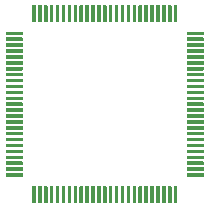
<source format=gbr>
G04 #@! TF.GenerationSoftware,KiCad,Pcbnew,(5.0.2)-1*
G04 #@! TF.CreationDate,2019-01-21T23:15:36+01:00*
G04 #@! TF.ProjectId,schematic,73636865-6d61-4746-9963-2e6b69636164,rev?*
G04 #@! TF.SameCoordinates,Original*
G04 #@! TF.FileFunction,Paste,Top*
G04 #@! TF.FilePolarity,Positive*
%FSLAX46Y46*%
G04 Gerber Fmt 4.6, Leading zero omitted, Abs format (unit mm)*
G04 Created by KiCad (PCBNEW (5.0.2)-1) date 21.01.2019 23:15:36*
%MOMM*%
%LPD*%
G01*
G04 APERTURE LIST*
%ADD10C,0.100000*%
%ADD11C,0.300000*%
G04 APERTURE END LIST*
D10*
G04 #@! TO.C,U1*
G36*
X99687351Y-110690361D02*
X99694632Y-110691441D01*
X99701771Y-110693229D01*
X99708701Y-110695709D01*
X99715355Y-110698856D01*
X99721668Y-110702640D01*
X99727579Y-110707024D01*
X99733033Y-110711967D01*
X99737976Y-110717421D01*
X99742360Y-110723332D01*
X99746144Y-110729645D01*
X99749291Y-110736299D01*
X99751771Y-110743229D01*
X99753559Y-110750368D01*
X99754639Y-110757649D01*
X99755000Y-110765000D01*
X99755000Y-110915000D01*
X99754639Y-110922351D01*
X99753559Y-110929632D01*
X99751771Y-110936771D01*
X99749291Y-110943701D01*
X99746144Y-110950355D01*
X99742360Y-110956668D01*
X99737976Y-110962579D01*
X99733033Y-110968033D01*
X99727579Y-110972976D01*
X99721668Y-110977360D01*
X99715355Y-110981144D01*
X99708701Y-110984291D01*
X99701771Y-110986771D01*
X99694632Y-110988559D01*
X99687351Y-110989639D01*
X99680000Y-110990000D01*
X98355000Y-110990000D01*
X98347649Y-110989639D01*
X98340368Y-110988559D01*
X98333229Y-110986771D01*
X98326299Y-110984291D01*
X98319645Y-110981144D01*
X98313332Y-110977360D01*
X98307421Y-110972976D01*
X98301967Y-110968033D01*
X98297024Y-110962579D01*
X98292640Y-110956668D01*
X98288856Y-110950355D01*
X98285709Y-110943701D01*
X98283229Y-110936771D01*
X98281441Y-110929632D01*
X98280361Y-110922351D01*
X98280000Y-110915000D01*
X98280000Y-110765000D01*
X98280361Y-110757649D01*
X98281441Y-110750368D01*
X98283229Y-110743229D01*
X98285709Y-110736299D01*
X98288856Y-110729645D01*
X98292640Y-110723332D01*
X98297024Y-110717421D01*
X98301967Y-110711967D01*
X98307421Y-110707024D01*
X98313332Y-110702640D01*
X98319645Y-110698856D01*
X98326299Y-110695709D01*
X98333229Y-110693229D01*
X98340368Y-110691441D01*
X98347649Y-110690361D01*
X98355000Y-110690000D01*
X99680000Y-110690000D01*
X99687351Y-110690361D01*
X99687351Y-110690361D01*
G37*
D11*
X99017500Y-110840000D03*
D10*
G36*
X99687351Y-111190361D02*
X99694632Y-111191441D01*
X99701771Y-111193229D01*
X99708701Y-111195709D01*
X99715355Y-111198856D01*
X99721668Y-111202640D01*
X99727579Y-111207024D01*
X99733033Y-111211967D01*
X99737976Y-111217421D01*
X99742360Y-111223332D01*
X99746144Y-111229645D01*
X99749291Y-111236299D01*
X99751771Y-111243229D01*
X99753559Y-111250368D01*
X99754639Y-111257649D01*
X99755000Y-111265000D01*
X99755000Y-111415000D01*
X99754639Y-111422351D01*
X99753559Y-111429632D01*
X99751771Y-111436771D01*
X99749291Y-111443701D01*
X99746144Y-111450355D01*
X99742360Y-111456668D01*
X99737976Y-111462579D01*
X99733033Y-111468033D01*
X99727579Y-111472976D01*
X99721668Y-111477360D01*
X99715355Y-111481144D01*
X99708701Y-111484291D01*
X99701771Y-111486771D01*
X99694632Y-111488559D01*
X99687351Y-111489639D01*
X99680000Y-111490000D01*
X98355000Y-111490000D01*
X98347649Y-111489639D01*
X98340368Y-111488559D01*
X98333229Y-111486771D01*
X98326299Y-111484291D01*
X98319645Y-111481144D01*
X98313332Y-111477360D01*
X98307421Y-111472976D01*
X98301967Y-111468033D01*
X98297024Y-111462579D01*
X98292640Y-111456668D01*
X98288856Y-111450355D01*
X98285709Y-111443701D01*
X98283229Y-111436771D01*
X98281441Y-111429632D01*
X98280361Y-111422351D01*
X98280000Y-111415000D01*
X98280000Y-111265000D01*
X98280361Y-111257649D01*
X98281441Y-111250368D01*
X98283229Y-111243229D01*
X98285709Y-111236299D01*
X98288856Y-111229645D01*
X98292640Y-111223332D01*
X98297024Y-111217421D01*
X98301967Y-111211967D01*
X98307421Y-111207024D01*
X98313332Y-111202640D01*
X98319645Y-111198856D01*
X98326299Y-111195709D01*
X98333229Y-111193229D01*
X98340368Y-111191441D01*
X98347649Y-111190361D01*
X98355000Y-111190000D01*
X99680000Y-111190000D01*
X99687351Y-111190361D01*
X99687351Y-111190361D01*
G37*
D11*
X99017500Y-111340000D03*
D10*
G36*
X99687351Y-111690361D02*
X99694632Y-111691441D01*
X99701771Y-111693229D01*
X99708701Y-111695709D01*
X99715355Y-111698856D01*
X99721668Y-111702640D01*
X99727579Y-111707024D01*
X99733033Y-111711967D01*
X99737976Y-111717421D01*
X99742360Y-111723332D01*
X99746144Y-111729645D01*
X99749291Y-111736299D01*
X99751771Y-111743229D01*
X99753559Y-111750368D01*
X99754639Y-111757649D01*
X99755000Y-111765000D01*
X99755000Y-111915000D01*
X99754639Y-111922351D01*
X99753559Y-111929632D01*
X99751771Y-111936771D01*
X99749291Y-111943701D01*
X99746144Y-111950355D01*
X99742360Y-111956668D01*
X99737976Y-111962579D01*
X99733033Y-111968033D01*
X99727579Y-111972976D01*
X99721668Y-111977360D01*
X99715355Y-111981144D01*
X99708701Y-111984291D01*
X99701771Y-111986771D01*
X99694632Y-111988559D01*
X99687351Y-111989639D01*
X99680000Y-111990000D01*
X98355000Y-111990000D01*
X98347649Y-111989639D01*
X98340368Y-111988559D01*
X98333229Y-111986771D01*
X98326299Y-111984291D01*
X98319645Y-111981144D01*
X98313332Y-111977360D01*
X98307421Y-111972976D01*
X98301967Y-111968033D01*
X98297024Y-111962579D01*
X98292640Y-111956668D01*
X98288856Y-111950355D01*
X98285709Y-111943701D01*
X98283229Y-111936771D01*
X98281441Y-111929632D01*
X98280361Y-111922351D01*
X98280000Y-111915000D01*
X98280000Y-111765000D01*
X98280361Y-111757649D01*
X98281441Y-111750368D01*
X98283229Y-111743229D01*
X98285709Y-111736299D01*
X98288856Y-111729645D01*
X98292640Y-111723332D01*
X98297024Y-111717421D01*
X98301967Y-111711967D01*
X98307421Y-111707024D01*
X98313332Y-111702640D01*
X98319645Y-111698856D01*
X98326299Y-111695709D01*
X98333229Y-111693229D01*
X98340368Y-111691441D01*
X98347649Y-111690361D01*
X98355000Y-111690000D01*
X99680000Y-111690000D01*
X99687351Y-111690361D01*
X99687351Y-111690361D01*
G37*
D11*
X99017500Y-111840000D03*
D10*
G36*
X99687351Y-112190361D02*
X99694632Y-112191441D01*
X99701771Y-112193229D01*
X99708701Y-112195709D01*
X99715355Y-112198856D01*
X99721668Y-112202640D01*
X99727579Y-112207024D01*
X99733033Y-112211967D01*
X99737976Y-112217421D01*
X99742360Y-112223332D01*
X99746144Y-112229645D01*
X99749291Y-112236299D01*
X99751771Y-112243229D01*
X99753559Y-112250368D01*
X99754639Y-112257649D01*
X99755000Y-112265000D01*
X99755000Y-112415000D01*
X99754639Y-112422351D01*
X99753559Y-112429632D01*
X99751771Y-112436771D01*
X99749291Y-112443701D01*
X99746144Y-112450355D01*
X99742360Y-112456668D01*
X99737976Y-112462579D01*
X99733033Y-112468033D01*
X99727579Y-112472976D01*
X99721668Y-112477360D01*
X99715355Y-112481144D01*
X99708701Y-112484291D01*
X99701771Y-112486771D01*
X99694632Y-112488559D01*
X99687351Y-112489639D01*
X99680000Y-112490000D01*
X98355000Y-112490000D01*
X98347649Y-112489639D01*
X98340368Y-112488559D01*
X98333229Y-112486771D01*
X98326299Y-112484291D01*
X98319645Y-112481144D01*
X98313332Y-112477360D01*
X98307421Y-112472976D01*
X98301967Y-112468033D01*
X98297024Y-112462579D01*
X98292640Y-112456668D01*
X98288856Y-112450355D01*
X98285709Y-112443701D01*
X98283229Y-112436771D01*
X98281441Y-112429632D01*
X98280361Y-112422351D01*
X98280000Y-112415000D01*
X98280000Y-112265000D01*
X98280361Y-112257649D01*
X98281441Y-112250368D01*
X98283229Y-112243229D01*
X98285709Y-112236299D01*
X98288856Y-112229645D01*
X98292640Y-112223332D01*
X98297024Y-112217421D01*
X98301967Y-112211967D01*
X98307421Y-112207024D01*
X98313332Y-112202640D01*
X98319645Y-112198856D01*
X98326299Y-112195709D01*
X98333229Y-112193229D01*
X98340368Y-112191441D01*
X98347649Y-112190361D01*
X98355000Y-112190000D01*
X99680000Y-112190000D01*
X99687351Y-112190361D01*
X99687351Y-112190361D01*
G37*
D11*
X99017500Y-112340000D03*
D10*
G36*
X99687351Y-112690361D02*
X99694632Y-112691441D01*
X99701771Y-112693229D01*
X99708701Y-112695709D01*
X99715355Y-112698856D01*
X99721668Y-112702640D01*
X99727579Y-112707024D01*
X99733033Y-112711967D01*
X99737976Y-112717421D01*
X99742360Y-112723332D01*
X99746144Y-112729645D01*
X99749291Y-112736299D01*
X99751771Y-112743229D01*
X99753559Y-112750368D01*
X99754639Y-112757649D01*
X99755000Y-112765000D01*
X99755000Y-112915000D01*
X99754639Y-112922351D01*
X99753559Y-112929632D01*
X99751771Y-112936771D01*
X99749291Y-112943701D01*
X99746144Y-112950355D01*
X99742360Y-112956668D01*
X99737976Y-112962579D01*
X99733033Y-112968033D01*
X99727579Y-112972976D01*
X99721668Y-112977360D01*
X99715355Y-112981144D01*
X99708701Y-112984291D01*
X99701771Y-112986771D01*
X99694632Y-112988559D01*
X99687351Y-112989639D01*
X99680000Y-112990000D01*
X98355000Y-112990000D01*
X98347649Y-112989639D01*
X98340368Y-112988559D01*
X98333229Y-112986771D01*
X98326299Y-112984291D01*
X98319645Y-112981144D01*
X98313332Y-112977360D01*
X98307421Y-112972976D01*
X98301967Y-112968033D01*
X98297024Y-112962579D01*
X98292640Y-112956668D01*
X98288856Y-112950355D01*
X98285709Y-112943701D01*
X98283229Y-112936771D01*
X98281441Y-112929632D01*
X98280361Y-112922351D01*
X98280000Y-112915000D01*
X98280000Y-112765000D01*
X98280361Y-112757649D01*
X98281441Y-112750368D01*
X98283229Y-112743229D01*
X98285709Y-112736299D01*
X98288856Y-112729645D01*
X98292640Y-112723332D01*
X98297024Y-112717421D01*
X98301967Y-112711967D01*
X98307421Y-112707024D01*
X98313332Y-112702640D01*
X98319645Y-112698856D01*
X98326299Y-112695709D01*
X98333229Y-112693229D01*
X98340368Y-112691441D01*
X98347649Y-112690361D01*
X98355000Y-112690000D01*
X99680000Y-112690000D01*
X99687351Y-112690361D01*
X99687351Y-112690361D01*
G37*
D11*
X99017500Y-112840000D03*
D10*
G36*
X99687351Y-113190361D02*
X99694632Y-113191441D01*
X99701771Y-113193229D01*
X99708701Y-113195709D01*
X99715355Y-113198856D01*
X99721668Y-113202640D01*
X99727579Y-113207024D01*
X99733033Y-113211967D01*
X99737976Y-113217421D01*
X99742360Y-113223332D01*
X99746144Y-113229645D01*
X99749291Y-113236299D01*
X99751771Y-113243229D01*
X99753559Y-113250368D01*
X99754639Y-113257649D01*
X99755000Y-113265000D01*
X99755000Y-113415000D01*
X99754639Y-113422351D01*
X99753559Y-113429632D01*
X99751771Y-113436771D01*
X99749291Y-113443701D01*
X99746144Y-113450355D01*
X99742360Y-113456668D01*
X99737976Y-113462579D01*
X99733033Y-113468033D01*
X99727579Y-113472976D01*
X99721668Y-113477360D01*
X99715355Y-113481144D01*
X99708701Y-113484291D01*
X99701771Y-113486771D01*
X99694632Y-113488559D01*
X99687351Y-113489639D01*
X99680000Y-113490000D01*
X98355000Y-113490000D01*
X98347649Y-113489639D01*
X98340368Y-113488559D01*
X98333229Y-113486771D01*
X98326299Y-113484291D01*
X98319645Y-113481144D01*
X98313332Y-113477360D01*
X98307421Y-113472976D01*
X98301967Y-113468033D01*
X98297024Y-113462579D01*
X98292640Y-113456668D01*
X98288856Y-113450355D01*
X98285709Y-113443701D01*
X98283229Y-113436771D01*
X98281441Y-113429632D01*
X98280361Y-113422351D01*
X98280000Y-113415000D01*
X98280000Y-113265000D01*
X98280361Y-113257649D01*
X98281441Y-113250368D01*
X98283229Y-113243229D01*
X98285709Y-113236299D01*
X98288856Y-113229645D01*
X98292640Y-113223332D01*
X98297024Y-113217421D01*
X98301967Y-113211967D01*
X98307421Y-113207024D01*
X98313332Y-113202640D01*
X98319645Y-113198856D01*
X98326299Y-113195709D01*
X98333229Y-113193229D01*
X98340368Y-113191441D01*
X98347649Y-113190361D01*
X98355000Y-113190000D01*
X99680000Y-113190000D01*
X99687351Y-113190361D01*
X99687351Y-113190361D01*
G37*
D11*
X99017500Y-113340000D03*
D10*
G36*
X99687351Y-113690361D02*
X99694632Y-113691441D01*
X99701771Y-113693229D01*
X99708701Y-113695709D01*
X99715355Y-113698856D01*
X99721668Y-113702640D01*
X99727579Y-113707024D01*
X99733033Y-113711967D01*
X99737976Y-113717421D01*
X99742360Y-113723332D01*
X99746144Y-113729645D01*
X99749291Y-113736299D01*
X99751771Y-113743229D01*
X99753559Y-113750368D01*
X99754639Y-113757649D01*
X99755000Y-113765000D01*
X99755000Y-113915000D01*
X99754639Y-113922351D01*
X99753559Y-113929632D01*
X99751771Y-113936771D01*
X99749291Y-113943701D01*
X99746144Y-113950355D01*
X99742360Y-113956668D01*
X99737976Y-113962579D01*
X99733033Y-113968033D01*
X99727579Y-113972976D01*
X99721668Y-113977360D01*
X99715355Y-113981144D01*
X99708701Y-113984291D01*
X99701771Y-113986771D01*
X99694632Y-113988559D01*
X99687351Y-113989639D01*
X99680000Y-113990000D01*
X98355000Y-113990000D01*
X98347649Y-113989639D01*
X98340368Y-113988559D01*
X98333229Y-113986771D01*
X98326299Y-113984291D01*
X98319645Y-113981144D01*
X98313332Y-113977360D01*
X98307421Y-113972976D01*
X98301967Y-113968033D01*
X98297024Y-113962579D01*
X98292640Y-113956668D01*
X98288856Y-113950355D01*
X98285709Y-113943701D01*
X98283229Y-113936771D01*
X98281441Y-113929632D01*
X98280361Y-113922351D01*
X98280000Y-113915000D01*
X98280000Y-113765000D01*
X98280361Y-113757649D01*
X98281441Y-113750368D01*
X98283229Y-113743229D01*
X98285709Y-113736299D01*
X98288856Y-113729645D01*
X98292640Y-113723332D01*
X98297024Y-113717421D01*
X98301967Y-113711967D01*
X98307421Y-113707024D01*
X98313332Y-113702640D01*
X98319645Y-113698856D01*
X98326299Y-113695709D01*
X98333229Y-113693229D01*
X98340368Y-113691441D01*
X98347649Y-113690361D01*
X98355000Y-113690000D01*
X99680000Y-113690000D01*
X99687351Y-113690361D01*
X99687351Y-113690361D01*
G37*
D11*
X99017500Y-113840000D03*
D10*
G36*
X99687351Y-114190361D02*
X99694632Y-114191441D01*
X99701771Y-114193229D01*
X99708701Y-114195709D01*
X99715355Y-114198856D01*
X99721668Y-114202640D01*
X99727579Y-114207024D01*
X99733033Y-114211967D01*
X99737976Y-114217421D01*
X99742360Y-114223332D01*
X99746144Y-114229645D01*
X99749291Y-114236299D01*
X99751771Y-114243229D01*
X99753559Y-114250368D01*
X99754639Y-114257649D01*
X99755000Y-114265000D01*
X99755000Y-114415000D01*
X99754639Y-114422351D01*
X99753559Y-114429632D01*
X99751771Y-114436771D01*
X99749291Y-114443701D01*
X99746144Y-114450355D01*
X99742360Y-114456668D01*
X99737976Y-114462579D01*
X99733033Y-114468033D01*
X99727579Y-114472976D01*
X99721668Y-114477360D01*
X99715355Y-114481144D01*
X99708701Y-114484291D01*
X99701771Y-114486771D01*
X99694632Y-114488559D01*
X99687351Y-114489639D01*
X99680000Y-114490000D01*
X98355000Y-114490000D01*
X98347649Y-114489639D01*
X98340368Y-114488559D01*
X98333229Y-114486771D01*
X98326299Y-114484291D01*
X98319645Y-114481144D01*
X98313332Y-114477360D01*
X98307421Y-114472976D01*
X98301967Y-114468033D01*
X98297024Y-114462579D01*
X98292640Y-114456668D01*
X98288856Y-114450355D01*
X98285709Y-114443701D01*
X98283229Y-114436771D01*
X98281441Y-114429632D01*
X98280361Y-114422351D01*
X98280000Y-114415000D01*
X98280000Y-114265000D01*
X98280361Y-114257649D01*
X98281441Y-114250368D01*
X98283229Y-114243229D01*
X98285709Y-114236299D01*
X98288856Y-114229645D01*
X98292640Y-114223332D01*
X98297024Y-114217421D01*
X98301967Y-114211967D01*
X98307421Y-114207024D01*
X98313332Y-114202640D01*
X98319645Y-114198856D01*
X98326299Y-114195709D01*
X98333229Y-114193229D01*
X98340368Y-114191441D01*
X98347649Y-114190361D01*
X98355000Y-114190000D01*
X99680000Y-114190000D01*
X99687351Y-114190361D01*
X99687351Y-114190361D01*
G37*
D11*
X99017500Y-114340000D03*
D10*
G36*
X99687351Y-114690361D02*
X99694632Y-114691441D01*
X99701771Y-114693229D01*
X99708701Y-114695709D01*
X99715355Y-114698856D01*
X99721668Y-114702640D01*
X99727579Y-114707024D01*
X99733033Y-114711967D01*
X99737976Y-114717421D01*
X99742360Y-114723332D01*
X99746144Y-114729645D01*
X99749291Y-114736299D01*
X99751771Y-114743229D01*
X99753559Y-114750368D01*
X99754639Y-114757649D01*
X99755000Y-114765000D01*
X99755000Y-114915000D01*
X99754639Y-114922351D01*
X99753559Y-114929632D01*
X99751771Y-114936771D01*
X99749291Y-114943701D01*
X99746144Y-114950355D01*
X99742360Y-114956668D01*
X99737976Y-114962579D01*
X99733033Y-114968033D01*
X99727579Y-114972976D01*
X99721668Y-114977360D01*
X99715355Y-114981144D01*
X99708701Y-114984291D01*
X99701771Y-114986771D01*
X99694632Y-114988559D01*
X99687351Y-114989639D01*
X99680000Y-114990000D01*
X98355000Y-114990000D01*
X98347649Y-114989639D01*
X98340368Y-114988559D01*
X98333229Y-114986771D01*
X98326299Y-114984291D01*
X98319645Y-114981144D01*
X98313332Y-114977360D01*
X98307421Y-114972976D01*
X98301967Y-114968033D01*
X98297024Y-114962579D01*
X98292640Y-114956668D01*
X98288856Y-114950355D01*
X98285709Y-114943701D01*
X98283229Y-114936771D01*
X98281441Y-114929632D01*
X98280361Y-114922351D01*
X98280000Y-114915000D01*
X98280000Y-114765000D01*
X98280361Y-114757649D01*
X98281441Y-114750368D01*
X98283229Y-114743229D01*
X98285709Y-114736299D01*
X98288856Y-114729645D01*
X98292640Y-114723332D01*
X98297024Y-114717421D01*
X98301967Y-114711967D01*
X98307421Y-114707024D01*
X98313332Y-114702640D01*
X98319645Y-114698856D01*
X98326299Y-114695709D01*
X98333229Y-114693229D01*
X98340368Y-114691441D01*
X98347649Y-114690361D01*
X98355000Y-114690000D01*
X99680000Y-114690000D01*
X99687351Y-114690361D01*
X99687351Y-114690361D01*
G37*
D11*
X99017500Y-114840000D03*
D10*
G36*
X99687351Y-115190361D02*
X99694632Y-115191441D01*
X99701771Y-115193229D01*
X99708701Y-115195709D01*
X99715355Y-115198856D01*
X99721668Y-115202640D01*
X99727579Y-115207024D01*
X99733033Y-115211967D01*
X99737976Y-115217421D01*
X99742360Y-115223332D01*
X99746144Y-115229645D01*
X99749291Y-115236299D01*
X99751771Y-115243229D01*
X99753559Y-115250368D01*
X99754639Y-115257649D01*
X99755000Y-115265000D01*
X99755000Y-115415000D01*
X99754639Y-115422351D01*
X99753559Y-115429632D01*
X99751771Y-115436771D01*
X99749291Y-115443701D01*
X99746144Y-115450355D01*
X99742360Y-115456668D01*
X99737976Y-115462579D01*
X99733033Y-115468033D01*
X99727579Y-115472976D01*
X99721668Y-115477360D01*
X99715355Y-115481144D01*
X99708701Y-115484291D01*
X99701771Y-115486771D01*
X99694632Y-115488559D01*
X99687351Y-115489639D01*
X99680000Y-115490000D01*
X98355000Y-115490000D01*
X98347649Y-115489639D01*
X98340368Y-115488559D01*
X98333229Y-115486771D01*
X98326299Y-115484291D01*
X98319645Y-115481144D01*
X98313332Y-115477360D01*
X98307421Y-115472976D01*
X98301967Y-115468033D01*
X98297024Y-115462579D01*
X98292640Y-115456668D01*
X98288856Y-115450355D01*
X98285709Y-115443701D01*
X98283229Y-115436771D01*
X98281441Y-115429632D01*
X98280361Y-115422351D01*
X98280000Y-115415000D01*
X98280000Y-115265000D01*
X98280361Y-115257649D01*
X98281441Y-115250368D01*
X98283229Y-115243229D01*
X98285709Y-115236299D01*
X98288856Y-115229645D01*
X98292640Y-115223332D01*
X98297024Y-115217421D01*
X98301967Y-115211967D01*
X98307421Y-115207024D01*
X98313332Y-115202640D01*
X98319645Y-115198856D01*
X98326299Y-115195709D01*
X98333229Y-115193229D01*
X98340368Y-115191441D01*
X98347649Y-115190361D01*
X98355000Y-115190000D01*
X99680000Y-115190000D01*
X99687351Y-115190361D01*
X99687351Y-115190361D01*
G37*
D11*
X99017500Y-115340000D03*
D10*
G36*
X99687351Y-115690361D02*
X99694632Y-115691441D01*
X99701771Y-115693229D01*
X99708701Y-115695709D01*
X99715355Y-115698856D01*
X99721668Y-115702640D01*
X99727579Y-115707024D01*
X99733033Y-115711967D01*
X99737976Y-115717421D01*
X99742360Y-115723332D01*
X99746144Y-115729645D01*
X99749291Y-115736299D01*
X99751771Y-115743229D01*
X99753559Y-115750368D01*
X99754639Y-115757649D01*
X99755000Y-115765000D01*
X99755000Y-115915000D01*
X99754639Y-115922351D01*
X99753559Y-115929632D01*
X99751771Y-115936771D01*
X99749291Y-115943701D01*
X99746144Y-115950355D01*
X99742360Y-115956668D01*
X99737976Y-115962579D01*
X99733033Y-115968033D01*
X99727579Y-115972976D01*
X99721668Y-115977360D01*
X99715355Y-115981144D01*
X99708701Y-115984291D01*
X99701771Y-115986771D01*
X99694632Y-115988559D01*
X99687351Y-115989639D01*
X99680000Y-115990000D01*
X98355000Y-115990000D01*
X98347649Y-115989639D01*
X98340368Y-115988559D01*
X98333229Y-115986771D01*
X98326299Y-115984291D01*
X98319645Y-115981144D01*
X98313332Y-115977360D01*
X98307421Y-115972976D01*
X98301967Y-115968033D01*
X98297024Y-115962579D01*
X98292640Y-115956668D01*
X98288856Y-115950355D01*
X98285709Y-115943701D01*
X98283229Y-115936771D01*
X98281441Y-115929632D01*
X98280361Y-115922351D01*
X98280000Y-115915000D01*
X98280000Y-115765000D01*
X98280361Y-115757649D01*
X98281441Y-115750368D01*
X98283229Y-115743229D01*
X98285709Y-115736299D01*
X98288856Y-115729645D01*
X98292640Y-115723332D01*
X98297024Y-115717421D01*
X98301967Y-115711967D01*
X98307421Y-115707024D01*
X98313332Y-115702640D01*
X98319645Y-115698856D01*
X98326299Y-115695709D01*
X98333229Y-115693229D01*
X98340368Y-115691441D01*
X98347649Y-115690361D01*
X98355000Y-115690000D01*
X99680000Y-115690000D01*
X99687351Y-115690361D01*
X99687351Y-115690361D01*
G37*
D11*
X99017500Y-115840000D03*
D10*
G36*
X99687351Y-116190361D02*
X99694632Y-116191441D01*
X99701771Y-116193229D01*
X99708701Y-116195709D01*
X99715355Y-116198856D01*
X99721668Y-116202640D01*
X99727579Y-116207024D01*
X99733033Y-116211967D01*
X99737976Y-116217421D01*
X99742360Y-116223332D01*
X99746144Y-116229645D01*
X99749291Y-116236299D01*
X99751771Y-116243229D01*
X99753559Y-116250368D01*
X99754639Y-116257649D01*
X99755000Y-116265000D01*
X99755000Y-116415000D01*
X99754639Y-116422351D01*
X99753559Y-116429632D01*
X99751771Y-116436771D01*
X99749291Y-116443701D01*
X99746144Y-116450355D01*
X99742360Y-116456668D01*
X99737976Y-116462579D01*
X99733033Y-116468033D01*
X99727579Y-116472976D01*
X99721668Y-116477360D01*
X99715355Y-116481144D01*
X99708701Y-116484291D01*
X99701771Y-116486771D01*
X99694632Y-116488559D01*
X99687351Y-116489639D01*
X99680000Y-116490000D01*
X98355000Y-116490000D01*
X98347649Y-116489639D01*
X98340368Y-116488559D01*
X98333229Y-116486771D01*
X98326299Y-116484291D01*
X98319645Y-116481144D01*
X98313332Y-116477360D01*
X98307421Y-116472976D01*
X98301967Y-116468033D01*
X98297024Y-116462579D01*
X98292640Y-116456668D01*
X98288856Y-116450355D01*
X98285709Y-116443701D01*
X98283229Y-116436771D01*
X98281441Y-116429632D01*
X98280361Y-116422351D01*
X98280000Y-116415000D01*
X98280000Y-116265000D01*
X98280361Y-116257649D01*
X98281441Y-116250368D01*
X98283229Y-116243229D01*
X98285709Y-116236299D01*
X98288856Y-116229645D01*
X98292640Y-116223332D01*
X98297024Y-116217421D01*
X98301967Y-116211967D01*
X98307421Y-116207024D01*
X98313332Y-116202640D01*
X98319645Y-116198856D01*
X98326299Y-116195709D01*
X98333229Y-116193229D01*
X98340368Y-116191441D01*
X98347649Y-116190361D01*
X98355000Y-116190000D01*
X99680000Y-116190000D01*
X99687351Y-116190361D01*
X99687351Y-116190361D01*
G37*
D11*
X99017500Y-116340000D03*
D10*
G36*
X99687351Y-116690361D02*
X99694632Y-116691441D01*
X99701771Y-116693229D01*
X99708701Y-116695709D01*
X99715355Y-116698856D01*
X99721668Y-116702640D01*
X99727579Y-116707024D01*
X99733033Y-116711967D01*
X99737976Y-116717421D01*
X99742360Y-116723332D01*
X99746144Y-116729645D01*
X99749291Y-116736299D01*
X99751771Y-116743229D01*
X99753559Y-116750368D01*
X99754639Y-116757649D01*
X99755000Y-116765000D01*
X99755000Y-116915000D01*
X99754639Y-116922351D01*
X99753559Y-116929632D01*
X99751771Y-116936771D01*
X99749291Y-116943701D01*
X99746144Y-116950355D01*
X99742360Y-116956668D01*
X99737976Y-116962579D01*
X99733033Y-116968033D01*
X99727579Y-116972976D01*
X99721668Y-116977360D01*
X99715355Y-116981144D01*
X99708701Y-116984291D01*
X99701771Y-116986771D01*
X99694632Y-116988559D01*
X99687351Y-116989639D01*
X99680000Y-116990000D01*
X98355000Y-116990000D01*
X98347649Y-116989639D01*
X98340368Y-116988559D01*
X98333229Y-116986771D01*
X98326299Y-116984291D01*
X98319645Y-116981144D01*
X98313332Y-116977360D01*
X98307421Y-116972976D01*
X98301967Y-116968033D01*
X98297024Y-116962579D01*
X98292640Y-116956668D01*
X98288856Y-116950355D01*
X98285709Y-116943701D01*
X98283229Y-116936771D01*
X98281441Y-116929632D01*
X98280361Y-116922351D01*
X98280000Y-116915000D01*
X98280000Y-116765000D01*
X98280361Y-116757649D01*
X98281441Y-116750368D01*
X98283229Y-116743229D01*
X98285709Y-116736299D01*
X98288856Y-116729645D01*
X98292640Y-116723332D01*
X98297024Y-116717421D01*
X98301967Y-116711967D01*
X98307421Y-116707024D01*
X98313332Y-116702640D01*
X98319645Y-116698856D01*
X98326299Y-116695709D01*
X98333229Y-116693229D01*
X98340368Y-116691441D01*
X98347649Y-116690361D01*
X98355000Y-116690000D01*
X99680000Y-116690000D01*
X99687351Y-116690361D01*
X99687351Y-116690361D01*
G37*
D11*
X99017500Y-116840000D03*
D10*
G36*
X99687351Y-117190361D02*
X99694632Y-117191441D01*
X99701771Y-117193229D01*
X99708701Y-117195709D01*
X99715355Y-117198856D01*
X99721668Y-117202640D01*
X99727579Y-117207024D01*
X99733033Y-117211967D01*
X99737976Y-117217421D01*
X99742360Y-117223332D01*
X99746144Y-117229645D01*
X99749291Y-117236299D01*
X99751771Y-117243229D01*
X99753559Y-117250368D01*
X99754639Y-117257649D01*
X99755000Y-117265000D01*
X99755000Y-117415000D01*
X99754639Y-117422351D01*
X99753559Y-117429632D01*
X99751771Y-117436771D01*
X99749291Y-117443701D01*
X99746144Y-117450355D01*
X99742360Y-117456668D01*
X99737976Y-117462579D01*
X99733033Y-117468033D01*
X99727579Y-117472976D01*
X99721668Y-117477360D01*
X99715355Y-117481144D01*
X99708701Y-117484291D01*
X99701771Y-117486771D01*
X99694632Y-117488559D01*
X99687351Y-117489639D01*
X99680000Y-117490000D01*
X98355000Y-117490000D01*
X98347649Y-117489639D01*
X98340368Y-117488559D01*
X98333229Y-117486771D01*
X98326299Y-117484291D01*
X98319645Y-117481144D01*
X98313332Y-117477360D01*
X98307421Y-117472976D01*
X98301967Y-117468033D01*
X98297024Y-117462579D01*
X98292640Y-117456668D01*
X98288856Y-117450355D01*
X98285709Y-117443701D01*
X98283229Y-117436771D01*
X98281441Y-117429632D01*
X98280361Y-117422351D01*
X98280000Y-117415000D01*
X98280000Y-117265000D01*
X98280361Y-117257649D01*
X98281441Y-117250368D01*
X98283229Y-117243229D01*
X98285709Y-117236299D01*
X98288856Y-117229645D01*
X98292640Y-117223332D01*
X98297024Y-117217421D01*
X98301967Y-117211967D01*
X98307421Y-117207024D01*
X98313332Y-117202640D01*
X98319645Y-117198856D01*
X98326299Y-117195709D01*
X98333229Y-117193229D01*
X98340368Y-117191441D01*
X98347649Y-117190361D01*
X98355000Y-117190000D01*
X99680000Y-117190000D01*
X99687351Y-117190361D01*
X99687351Y-117190361D01*
G37*
D11*
X99017500Y-117340000D03*
D10*
G36*
X99687351Y-117690361D02*
X99694632Y-117691441D01*
X99701771Y-117693229D01*
X99708701Y-117695709D01*
X99715355Y-117698856D01*
X99721668Y-117702640D01*
X99727579Y-117707024D01*
X99733033Y-117711967D01*
X99737976Y-117717421D01*
X99742360Y-117723332D01*
X99746144Y-117729645D01*
X99749291Y-117736299D01*
X99751771Y-117743229D01*
X99753559Y-117750368D01*
X99754639Y-117757649D01*
X99755000Y-117765000D01*
X99755000Y-117915000D01*
X99754639Y-117922351D01*
X99753559Y-117929632D01*
X99751771Y-117936771D01*
X99749291Y-117943701D01*
X99746144Y-117950355D01*
X99742360Y-117956668D01*
X99737976Y-117962579D01*
X99733033Y-117968033D01*
X99727579Y-117972976D01*
X99721668Y-117977360D01*
X99715355Y-117981144D01*
X99708701Y-117984291D01*
X99701771Y-117986771D01*
X99694632Y-117988559D01*
X99687351Y-117989639D01*
X99680000Y-117990000D01*
X98355000Y-117990000D01*
X98347649Y-117989639D01*
X98340368Y-117988559D01*
X98333229Y-117986771D01*
X98326299Y-117984291D01*
X98319645Y-117981144D01*
X98313332Y-117977360D01*
X98307421Y-117972976D01*
X98301967Y-117968033D01*
X98297024Y-117962579D01*
X98292640Y-117956668D01*
X98288856Y-117950355D01*
X98285709Y-117943701D01*
X98283229Y-117936771D01*
X98281441Y-117929632D01*
X98280361Y-117922351D01*
X98280000Y-117915000D01*
X98280000Y-117765000D01*
X98280361Y-117757649D01*
X98281441Y-117750368D01*
X98283229Y-117743229D01*
X98285709Y-117736299D01*
X98288856Y-117729645D01*
X98292640Y-117723332D01*
X98297024Y-117717421D01*
X98301967Y-117711967D01*
X98307421Y-117707024D01*
X98313332Y-117702640D01*
X98319645Y-117698856D01*
X98326299Y-117695709D01*
X98333229Y-117693229D01*
X98340368Y-117691441D01*
X98347649Y-117690361D01*
X98355000Y-117690000D01*
X99680000Y-117690000D01*
X99687351Y-117690361D01*
X99687351Y-117690361D01*
G37*
D11*
X99017500Y-117840000D03*
D10*
G36*
X99687351Y-118190361D02*
X99694632Y-118191441D01*
X99701771Y-118193229D01*
X99708701Y-118195709D01*
X99715355Y-118198856D01*
X99721668Y-118202640D01*
X99727579Y-118207024D01*
X99733033Y-118211967D01*
X99737976Y-118217421D01*
X99742360Y-118223332D01*
X99746144Y-118229645D01*
X99749291Y-118236299D01*
X99751771Y-118243229D01*
X99753559Y-118250368D01*
X99754639Y-118257649D01*
X99755000Y-118265000D01*
X99755000Y-118415000D01*
X99754639Y-118422351D01*
X99753559Y-118429632D01*
X99751771Y-118436771D01*
X99749291Y-118443701D01*
X99746144Y-118450355D01*
X99742360Y-118456668D01*
X99737976Y-118462579D01*
X99733033Y-118468033D01*
X99727579Y-118472976D01*
X99721668Y-118477360D01*
X99715355Y-118481144D01*
X99708701Y-118484291D01*
X99701771Y-118486771D01*
X99694632Y-118488559D01*
X99687351Y-118489639D01*
X99680000Y-118490000D01*
X98355000Y-118490000D01*
X98347649Y-118489639D01*
X98340368Y-118488559D01*
X98333229Y-118486771D01*
X98326299Y-118484291D01*
X98319645Y-118481144D01*
X98313332Y-118477360D01*
X98307421Y-118472976D01*
X98301967Y-118468033D01*
X98297024Y-118462579D01*
X98292640Y-118456668D01*
X98288856Y-118450355D01*
X98285709Y-118443701D01*
X98283229Y-118436771D01*
X98281441Y-118429632D01*
X98280361Y-118422351D01*
X98280000Y-118415000D01*
X98280000Y-118265000D01*
X98280361Y-118257649D01*
X98281441Y-118250368D01*
X98283229Y-118243229D01*
X98285709Y-118236299D01*
X98288856Y-118229645D01*
X98292640Y-118223332D01*
X98297024Y-118217421D01*
X98301967Y-118211967D01*
X98307421Y-118207024D01*
X98313332Y-118202640D01*
X98319645Y-118198856D01*
X98326299Y-118195709D01*
X98333229Y-118193229D01*
X98340368Y-118191441D01*
X98347649Y-118190361D01*
X98355000Y-118190000D01*
X99680000Y-118190000D01*
X99687351Y-118190361D01*
X99687351Y-118190361D01*
G37*
D11*
X99017500Y-118340000D03*
D10*
G36*
X99687351Y-118690361D02*
X99694632Y-118691441D01*
X99701771Y-118693229D01*
X99708701Y-118695709D01*
X99715355Y-118698856D01*
X99721668Y-118702640D01*
X99727579Y-118707024D01*
X99733033Y-118711967D01*
X99737976Y-118717421D01*
X99742360Y-118723332D01*
X99746144Y-118729645D01*
X99749291Y-118736299D01*
X99751771Y-118743229D01*
X99753559Y-118750368D01*
X99754639Y-118757649D01*
X99755000Y-118765000D01*
X99755000Y-118915000D01*
X99754639Y-118922351D01*
X99753559Y-118929632D01*
X99751771Y-118936771D01*
X99749291Y-118943701D01*
X99746144Y-118950355D01*
X99742360Y-118956668D01*
X99737976Y-118962579D01*
X99733033Y-118968033D01*
X99727579Y-118972976D01*
X99721668Y-118977360D01*
X99715355Y-118981144D01*
X99708701Y-118984291D01*
X99701771Y-118986771D01*
X99694632Y-118988559D01*
X99687351Y-118989639D01*
X99680000Y-118990000D01*
X98355000Y-118990000D01*
X98347649Y-118989639D01*
X98340368Y-118988559D01*
X98333229Y-118986771D01*
X98326299Y-118984291D01*
X98319645Y-118981144D01*
X98313332Y-118977360D01*
X98307421Y-118972976D01*
X98301967Y-118968033D01*
X98297024Y-118962579D01*
X98292640Y-118956668D01*
X98288856Y-118950355D01*
X98285709Y-118943701D01*
X98283229Y-118936771D01*
X98281441Y-118929632D01*
X98280361Y-118922351D01*
X98280000Y-118915000D01*
X98280000Y-118765000D01*
X98280361Y-118757649D01*
X98281441Y-118750368D01*
X98283229Y-118743229D01*
X98285709Y-118736299D01*
X98288856Y-118729645D01*
X98292640Y-118723332D01*
X98297024Y-118717421D01*
X98301967Y-118711967D01*
X98307421Y-118707024D01*
X98313332Y-118702640D01*
X98319645Y-118698856D01*
X98326299Y-118695709D01*
X98333229Y-118693229D01*
X98340368Y-118691441D01*
X98347649Y-118690361D01*
X98355000Y-118690000D01*
X99680000Y-118690000D01*
X99687351Y-118690361D01*
X99687351Y-118690361D01*
G37*
D11*
X99017500Y-118840000D03*
D10*
G36*
X99687351Y-119190361D02*
X99694632Y-119191441D01*
X99701771Y-119193229D01*
X99708701Y-119195709D01*
X99715355Y-119198856D01*
X99721668Y-119202640D01*
X99727579Y-119207024D01*
X99733033Y-119211967D01*
X99737976Y-119217421D01*
X99742360Y-119223332D01*
X99746144Y-119229645D01*
X99749291Y-119236299D01*
X99751771Y-119243229D01*
X99753559Y-119250368D01*
X99754639Y-119257649D01*
X99755000Y-119265000D01*
X99755000Y-119415000D01*
X99754639Y-119422351D01*
X99753559Y-119429632D01*
X99751771Y-119436771D01*
X99749291Y-119443701D01*
X99746144Y-119450355D01*
X99742360Y-119456668D01*
X99737976Y-119462579D01*
X99733033Y-119468033D01*
X99727579Y-119472976D01*
X99721668Y-119477360D01*
X99715355Y-119481144D01*
X99708701Y-119484291D01*
X99701771Y-119486771D01*
X99694632Y-119488559D01*
X99687351Y-119489639D01*
X99680000Y-119490000D01*
X98355000Y-119490000D01*
X98347649Y-119489639D01*
X98340368Y-119488559D01*
X98333229Y-119486771D01*
X98326299Y-119484291D01*
X98319645Y-119481144D01*
X98313332Y-119477360D01*
X98307421Y-119472976D01*
X98301967Y-119468033D01*
X98297024Y-119462579D01*
X98292640Y-119456668D01*
X98288856Y-119450355D01*
X98285709Y-119443701D01*
X98283229Y-119436771D01*
X98281441Y-119429632D01*
X98280361Y-119422351D01*
X98280000Y-119415000D01*
X98280000Y-119265000D01*
X98280361Y-119257649D01*
X98281441Y-119250368D01*
X98283229Y-119243229D01*
X98285709Y-119236299D01*
X98288856Y-119229645D01*
X98292640Y-119223332D01*
X98297024Y-119217421D01*
X98301967Y-119211967D01*
X98307421Y-119207024D01*
X98313332Y-119202640D01*
X98319645Y-119198856D01*
X98326299Y-119195709D01*
X98333229Y-119193229D01*
X98340368Y-119191441D01*
X98347649Y-119190361D01*
X98355000Y-119190000D01*
X99680000Y-119190000D01*
X99687351Y-119190361D01*
X99687351Y-119190361D01*
G37*
D11*
X99017500Y-119340000D03*
D10*
G36*
X99687351Y-119690361D02*
X99694632Y-119691441D01*
X99701771Y-119693229D01*
X99708701Y-119695709D01*
X99715355Y-119698856D01*
X99721668Y-119702640D01*
X99727579Y-119707024D01*
X99733033Y-119711967D01*
X99737976Y-119717421D01*
X99742360Y-119723332D01*
X99746144Y-119729645D01*
X99749291Y-119736299D01*
X99751771Y-119743229D01*
X99753559Y-119750368D01*
X99754639Y-119757649D01*
X99755000Y-119765000D01*
X99755000Y-119915000D01*
X99754639Y-119922351D01*
X99753559Y-119929632D01*
X99751771Y-119936771D01*
X99749291Y-119943701D01*
X99746144Y-119950355D01*
X99742360Y-119956668D01*
X99737976Y-119962579D01*
X99733033Y-119968033D01*
X99727579Y-119972976D01*
X99721668Y-119977360D01*
X99715355Y-119981144D01*
X99708701Y-119984291D01*
X99701771Y-119986771D01*
X99694632Y-119988559D01*
X99687351Y-119989639D01*
X99680000Y-119990000D01*
X98355000Y-119990000D01*
X98347649Y-119989639D01*
X98340368Y-119988559D01*
X98333229Y-119986771D01*
X98326299Y-119984291D01*
X98319645Y-119981144D01*
X98313332Y-119977360D01*
X98307421Y-119972976D01*
X98301967Y-119968033D01*
X98297024Y-119962579D01*
X98292640Y-119956668D01*
X98288856Y-119950355D01*
X98285709Y-119943701D01*
X98283229Y-119936771D01*
X98281441Y-119929632D01*
X98280361Y-119922351D01*
X98280000Y-119915000D01*
X98280000Y-119765000D01*
X98280361Y-119757649D01*
X98281441Y-119750368D01*
X98283229Y-119743229D01*
X98285709Y-119736299D01*
X98288856Y-119729645D01*
X98292640Y-119723332D01*
X98297024Y-119717421D01*
X98301967Y-119711967D01*
X98307421Y-119707024D01*
X98313332Y-119702640D01*
X98319645Y-119698856D01*
X98326299Y-119695709D01*
X98333229Y-119693229D01*
X98340368Y-119691441D01*
X98347649Y-119690361D01*
X98355000Y-119690000D01*
X99680000Y-119690000D01*
X99687351Y-119690361D01*
X99687351Y-119690361D01*
G37*
D11*
X99017500Y-119840000D03*
D10*
G36*
X99687351Y-120190361D02*
X99694632Y-120191441D01*
X99701771Y-120193229D01*
X99708701Y-120195709D01*
X99715355Y-120198856D01*
X99721668Y-120202640D01*
X99727579Y-120207024D01*
X99733033Y-120211967D01*
X99737976Y-120217421D01*
X99742360Y-120223332D01*
X99746144Y-120229645D01*
X99749291Y-120236299D01*
X99751771Y-120243229D01*
X99753559Y-120250368D01*
X99754639Y-120257649D01*
X99755000Y-120265000D01*
X99755000Y-120415000D01*
X99754639Y-120422351D01*
X99753559Y-120429632D01*
X99751771Y-120436771D01*
X99749291Y-120443701D01*
X99746144Y-120450355D01*
X99742360Y-120456668D01*
X99737976Y-120462579D01*
X99733033Y-120468033D01*
X99727579Y-120472976D01*
X99721668Y-120477360D01*
X99715355Y-120481144D01*
X99708701Y-120484291D01*
X99701771Y-120486771D01*
X99694632Y-120488559D01*
X99687351Y-120489639D01*
X99680000Y-120490000D01*
X98355000Y-120490000D01*
X98347649Y-120489639D01*
X98340368Y-120488559D01*
X98333229Y-120486771D01*
X98326299Y-120484291D01*
X98319645Y-120481144D01*
X98313332Y-120477360D01*
X98307421Y-120472976D01*
X98301967Y-120468033D01*
X98297024Y-120462579D01*
X98292640Y-120456668D01*
X98288856Y-120450355D01*
X98285709Y-120443701D01*
X98283229Y-120436771D01*
X98281441Y-120429632D01*
X98280361Y-120422351D01*
X98280000Y-120415000D01*
X98280000Y-120265000D01*
X98280361Y-120257649D01*
X98281441Y-120250368D01*
X98283229Y-120243229D01*
X98285709Y-120236299D01*
X98288856Y-120229645D01*
X98292640Y-120223332D01*
X98297024Y-120217421D01*
X98301967Y-120211967D01*
X98307421Y-120207024D01*
X98313332Y-120202640D01*
X98319645Y-120198856D01*
X98326299Y-120195709D01*
X98333229Y-120193229D01*
X98340368Y-120191441D01*
X98347649Y-120190361D01*
X98355000Y-120190000D01*
X99680000Y-120190000D01*
X99687351Y-120190361D01*
X99687351Y-120190361D01*
G37*
D11*
X99017500Y-120340000D03*
D10*
G36*
X99687351Y-120690361D02*
X99694632Y-120691441D01*
X99701771Y-120693229D01*
X99708701Y-120695709D01*
X99715355Y-120698856D01*
X99721668Y-120702640D01*
X99727579Y-120707024D01*
X99733033Y-120711967D01*
X99737976Y-120717421D01*
X99742360Y-120723332D01*
X99746144Y-120729645D01*
X99749291Y-120736299D01*
X99751771Y-120743229D01*
X99753559Y-120750368D01*
X99754639Y-120757649D01*
X99755000Y-120765000D01*
X99755000Y-120915000D01*
X99754639Y-120922351D01*
X99753559Y-120929632D01*
X99751771Y-120936771D01*
X99749291Y-120943701D01*
X99746144Y-120950355D01*
X99742360Y-120956668D01*
X99737976Y-120962579D01*
X99733033Y-120968033D01*
X99727579Y-120972976D01*
X99721668Y-120977360D01*
X99715355Y-120981144D01*
X99708701Y-120984291D01*
X99701771Y-120986771D01*
X99694632Y-120988559D01*
X99687351Y-120989639D01*
X99680000Y-120990000D01*
X98355000Y-120990000D01*
X98347649Y-120989639D01*
X98340368Y-120988559D01*
X98333229Y-120986771D01*
X98326299Y-120984291D01*
X98319645Y-120981144D01*
X98313332Y-120977360D01*
X98307421Y-120972976D01*
X98301967Y-120968033D01*
X98297024Y-120962579D01*
X98292640Y-120956668D01*
X98288856Y-120950355D01*
X98285709Y-120943701D01*
X98283229Y-120936771D01*
X98281441Y-120929632D01*
X98280361Y-120922351D01*
X98280000Y-120915000D01*
X98280000Y-120765000D01*
X98280361Y-120757649D01*
X98281441Y-120750368D01*
X98283229Y-120743229D01*
X98285709Y-120736299D01*
X98288856Y-120729645D01*
X98292640Y-120723332D01*
X98297024Y-120717421D01*
X98301967Y-120711967D01*
X98307421Y-120707024D01*
X98313332Y-120702640D01*
X98319645Y-120698856D01*
X98326299Y-120695709D01*
X98333229Y-120693229D01*
X98340368Y-120691441D01*
X98347649Y-120690361D01*
X98355000Y-120690000D01*
X99680000Y-120690000D01*
X99687351Y-120690361D01*
X99687351Y-120690361D01*
G37*
D11*
X99017500Y-120840000D03*
D10*
G36*
X99687351Y-121190361D02*
X99694632Y-121191441D01*
X99701771Y-121193229D01*
X99708701Y-121195709D01*
X99715355Y-121198856D01*
X99721668Y-121202640D01*
X99727579Y-121207024D01*
X99733033Y-121211967D01*
X99737976Y-121217421D01*
X99742360Y-121223332D01*
X99746144Y-121229645D01*
X99749291Y-121236299D01*
X99751771Y-121243229D01*
X99753559Y-121250368D01*
X99754639Y-121257649D01*
X99755000Y-121265000D01*
X99755000Y-121415000D01*
X99754639Y-121422351D01*
X99753559Y-121429632D01*
X99751771Y-121436771D01*
X99749291Y-121443701D01*
X99746144Y-121450355D01*
X99742360Y-121456668D01*
X99737976Y-121462579D01*
X99733033Y-121468033D01*
X99727579Y-121472976D01*
X99721668Y-121477360D01*
X99715355Y-121481144D01*
X99708701Y-121484291D01*
X99701771Y-121486771D01*
X99694632Y-121488559D01*
X99687351Y-121489639D01*
X99680000Y-121490000D01*
X98355000Y-121490000D01*
X98347649Y-121489639D01*
X98340368Y-121488559D01*
X98333229Y-121486771D01*
X98326299Y-121484291D01*
X98319645Y-121481144D01*
X98313332Y-121477360D01*
X98307421Y-121472976D01*
X98301967Y-121468033D01*
X98297024Y-121462579D01*
X98292640Y-121456668D01*
X98288856Y-121450355D01*
X98285709Y-121443701D01*
X98283229Y-121436771D01*
X98281441Y-121429632D01*
X98280361Y-121422351D01*
X98280000Y-121415000D01*
X98280000Y-121265000D01*
X98280361Y-121257649D01*
X98281441Y-121250368D01*
X98283229Y-121243229D01*
X98285709Y-121236299D01*
X98288856Y-121229645D01*
X98292640Y-121223332D01*
X98297024Y-121217421D01*
X98301967Y-121211967D01*
X98307421Y-121207024D01*
X98313332Y-121202640D01*
X98319645Y-121198856D01*
X98326299Y-121195709D01*
X98333229Y-121193229D01*
X98340368Y-121191441D01*
X98347649Y-121190361D01*
X98355000Y-121190000D01*
X99680000Y-121190000D01*
X99687351Y-121190361D01*
X99687351Y-121190361D01*
G37*
D11*
X99017500Y-121340000D03*
D10*
G36*
X99687351Y-121690361D02*
X99694632Y-121691441D01*
X99701771Y-121693229D01*
X99708701Y-121695709D01*
X99715355Y-121698856D01*
X99721668Y-121702640D01*
X99727579Y-121707024D01*
X99733033Y-121711967D01*
X99737976Y-121717421D01*
X99742360Y-121723332D01*
X99746144Y-121729645D01*
X99749291Y-121736299D01*
X99751771Y-121743229D01*
X99753559Y-121750368D01*
X99754639Y-121757649D01*
X99755000Y-121765000D01*
X99755000Y-121915000D01*
X99754639Y-121922351D01*
X99753559Y-121929632D01*
X99751771Y-121936771D01*
X99749291Y-121943701D01*
X99746144Y-121950355D01*
X99742360Y-121956668D01*
X99737976Y-121962579D01*
X99733033Y-121968033D01*
X99727579Y-121972976D01*
X99721668Y-121977360D01*
X99715355Y-121981144D01*
X99708701Y-121984291D01*
X99701771Y-121986771D01*
X99694632Y-121988559D01*
X99687351Y-121989639D01*
X99680000Y-121990000D01*
X98355000Y-121990000D01*
X98347649Y-121989639D01*
X98340368Y-121988559D01*
X98333229Y-121986771D01*
X98326299Y-121984291D01*
X98319645Y-121981144D01*
X98313332Y-121977360D01*
X98307421Y-121972976D01*
X98301967Y-121968033D01*
X98297024Y-121962579D01*
X98292640Y-121956668D01*
X98288856Y-121950355D01*
X98285709Y-121943701D01*
X98283229Y-121936771D01*
X98281441Y-121929632D01*
X98280361Y-121922351D01*
X98280000Y-121915000D01*
X98280000Y-121765000D01*
X98280361Y-121757649D01*
X98281441Y-121750368D01*
X98283229Y-121743229D01*
X98285709Y-121736299D01*
X98288856Y-121729645D01*
X98292640Y-121723332D01*
X98297024Y-121717421D01*
X98301967Y-121711967D01*
X98307421Y-121707024D01*
X98313332Y-121702640D01*
X98319645Y-121698856D01*
X98326299Y-121695709D01*
X98333229Y-121693229D01*
X98340368Y-121691441D01*
X98347649Y-121690361D01*
X98355000Y-121690000D01*
X99680000Y-121690000D01*
X99687351Y-121690361D01*
X99687351Y-121690361D01*
G37*
D11*
X99017500Y-121840000D03*
D10*
G36*
X99687351Y-122190361D02*
X99694632Y-122191441D01*
X99701771Y-122193229D01*
X99708701Y-122195709D01*
X99715355Y-122198856D01*
X99721668Y-122202640D01*
X99727579Y-122207024D01*
X99733033Y-122211967D01*
X99737976Y-122217421D01*
X99742360Y-122223332D01*
X99746144Y-122229645D01*
X99749291Y-122236299D01*
X99751771Y-122243229D01*
X99753559Y-122250368D01*
X99754639Y-122257649D01*
X99755000Y-122265000D01*
X99755000Y-122415000D01*
X99754639Y-122422351D01*
X99753559Y-122429632D01*
X99751771Y-122436771D01*
X99749291Y-122443701D01*
X99746144Y-122450355D01*
X99742360Y-122456668D01*
X99737976Y-122462579D01*
X99733033Y-122468033D01*
X99727579Y-122472976D01*
X99721668Y-122477360D01*
X99715355Y-122481144D01*
X99708701Y-122484291D01*
X99701771Y-122486771D01*
X99694632Y-122488559D01*
X99687351Y-122489639D01*
X99680000Y-122490000D01*
X98355000Y-122490000D01*
X98347649Y-122489639D01*
X98340368Y-122488559D01*
X98333229Y-122486771D01*
X98326299Y-122484291D01*
X98319645Y-122481144D01*
X98313332Y-122477360D01*
X98307421Y-122472976D01*
X98301967Y-122468033D01*
X98297024Y-122462579D01*
X98292640Y-122456668D01*
X98288856Y-122450355D01*
X98285709Y-122443701D01*
X98283229Y-122436771D01*
X98281441Y-122429632D01*
X98280361Y-122422351D01*
X98280000Y-122415000D01*
X98280000Y-122265000D01*
X98280361Y-122257649D01*
X98281441Y-122250368D01*
X98283229Y-122243229D01*
X98285709Y-122236299D01*
X98288856Y-122229645D01*
X98292640Y-122223332D01*
X98297024Y-122217421D01*
X98301967Y-122211967D01*
X98307421Y-122207024D01*
X98313332Y-122202640D01*
X98319645Y-122198856D01*
X98326299Y-122195709D01*
X98333229Y-122193229D01*
X98340368Y-122191441D01*
X98347649Y-122190361D01*
X98355000Y-122190000D01*
X99680000Y-122190000D01*
X99687351Y-122190361D01*
X99687351Y-122190361D01*
G37*
D11*
X99017500Y-122340000D03*
D10*
G36*
X99687351Y-122690361D02*
X99694632Y-122691441D01*
X99701771Y-122693229D01*
X99708701Y-122695709D01*
X99715355Y-122698856D01*
X99721668Y-122702640D01*
X99727579Y-122707024D01*
X99733033Y-122711967D01*
X99737976Y-122717421D01*
X99742360Y-122723332D01*
X99746144Y-122729645D01*
X99749291Y-122736299D01*
X99751771Y-122743229D01*
X99753559Y-122750368D01*
X99754639Y-122757649D01*
X99755000Y-122765000D01*
X99755000Y-122915000D01*
X99754639Y-122922351D01*
X99753559Y-122929632D01*
X99751771Y-122936771D01*
X99749291Y-122943701D01*
X99746144Y-122950355D01*
X99742360Y-122956668D01*
X99737976Y-122962579D01*
X99733033Y-122968033D01*
X99727579Y-122972976D01*
X99721668Y-122977360D01*
X99715355Y-122981144D01*
X99708701Y-122984291D01*
X99701771Y-122986771D01*
X99694632Y-122988559D01*
X99687351Y-122989639D01*
X99680000Y-122990000D01*
X98355000Y-122990000D01*
X98347649Y-122989639D01*
X98340368Y-122988559D01*
X98333229Y-122986771D01*
X98326299Y-122984291D01*
X98319645Y-122981144D01*
X98313332Y-122977360D01*
X98307421Y-122972976D01*
X98301967Y-122968033D01*
X98297024Y-122962579D01*
X98292640Y-122956668D01*
X98288856Y-122950355D01*
X98285709Y-122943701D01*
X98283229Y-122936771D01*
X98281441Y-122929632D01*
X98280361Y-122922351D01*
X98280000Y-122915000D01*
X98280000Y-122765000D01*
X98280361Y-122757649D01*
X98281441Y-122750368D01*
X98283229Y-122743229D01*
X98285709Y-122736299D01*
X98288856Y-122729645D01*
X98292640Y-122723332D01*
X98297024Y-122717421D01*
X98301967Y-122711967D01*
X98307421Y-122707024D01*
X98313332Y-122702640D01*
X98319645Y-122698856D01*
X98326299Y-122695709D01*
X98333229Y-122693229D01*
X98340368Y-122691441D01*
X98347649Y-122690361D01*
X98355000Y-122690000D01*
X99680000Y-122690000D01*
X99687351Y-122690361D01*
X99687351Y-122690361D01*
G37*
D11*
X99017500Y-122840000D03*
D10*
G36*
X100762351Y-123765361D02*
X100769632Y-123766441D01*
X100776771Y-123768229D01*
X100783701Y-123770709D01*
X100790355Y-123773856D01*
X100796668Y-123777640D01*
X100802579Y-123782024D01*
X100808033Y-123786967D01*
X100812976Y-123792421D01*
X100817360Y-123798332D01*
X100821144Y-123804645D01*
X100824291Y-123811299D01*
X100826771Y-123818229D01*
X100828559Y-123825368D01*
X100829639Y-123832649D01*
X100830000Y-123840000D01*
X100830000Y-125165000D01*
X100829639Y-125172351D01*
X100828559Y-125179632D01*
X100826771Y-125186771D01*
X100824291Y-125193701D01*
X100821144Y-125200355D01*
X100817360Y-125206668D01*
X100812976Y-125212579D01*
X100808033Y-125218033D01*
X100802579Y-125222976D01*
X100796668Y-125227360D01*
X100790355Y-125231144D01*
X100783701Y-125234291D01*
X100776771Y-125236771D01*
X100769632Y-125238559D01*
X100762351Y-125239639D01*
X100755000Y-125240000D01*
X100605000Y-125240000D01*
X100597649Y-125239639D01*
X100590368Y-125238559D01*
X100583229Y-125236771D01*
X100576299Y-125234291D01*
X100569645Y-125231144D01*
X100563332Y-125227360D01*
X100557421Y-125222976D01*
X100551967Y-125218033D01*
X100547024Y-125212579D01*
X100542640Y-125206668D01*
X100538856Y-125200355D01*
X100535709Y-125193701D01*
X100533229Y-125186771D01*
X100531441Y-125179632D01*
X100530361Y-125172351D01*
X100530000Y-125165000D01*
X100530000Y-123840000D01*
X100530361Y-123832649D01*
X100531441Y-123825368D01*
X100533229Y-123818229D01*
X100535709Y-123811299D01*
X100538856Y-123804645D01*
X100542640Y-123798332D01*
X100547024Y-123792421D01*
X100551967Y-123786967D01*
X100557421Y-123782024D01*
X100563332Y-123777640D01*
X100569645Y-123773856D01*
X100576299Y-123770709D01*
X100583229Y-123768229D01*
X100590368Y-123766441D01*
X100597649Y-123765361D01*
X100605000Y-123765000D01*
X100755000Y-123765000D01*
X100762351Y-123765361D01*
X100762351Y-123765361D01*
G37*
D11*
X100680000Y-124502500D03*
D10*
G36*
X101262351Y-123765361D02*
X101269632Y-123766441D01*
X101276771Y-123768229D01*
X101283701Y-123770709D01*
X101290355Y-123773856D01*
X101296668Y-123777640D01*
X101302579Y-123782024D01*
X101308033Y-123786967D01*
X101312976Y-123792421D01*
X101317360Y-123798332D01*
X101321144Y-123804645D01*
X101324291Y-123811299D01*
X101326771Y-123818229D01*
X101328559Y-123825368D01*
X101329639Y-123832649D01*
X101330000Y-123840000D01*
X101330000Y-125165000D01*
X101329639Y-125172351D01*
X101328559Y-125179632D01*
X101326771Y-125186771D01*
X101324291Y-125193701D01*
X101321144Y-125200355D01*
X101317360Y-125206668D01*
X101312976Y-125212579D01*
X101308033Y-125218033D01*
X101302579Y-125222976D01*
X101296668Y-125227360D01*
X101290355Y-125231144D01*
X101283701Y-125234291D01*
X101276771Y-125236771D01*
X101269632Y-125238559D01*
X101262351Y-125239639D01*
X101255000Y-125240000D01*
X101105000Y-125240000D01*
X101097649Y-125239639D01*
X101090368Y-125238559D01*
X101083229Y-125236771D01*
X101076299Y-125234291D01*
X101069645Y-125231144D01*
X101063332Y-125227360D01*
X101057421Y-125222976D01*
X101051967Y-125218033D01*
X101047024Y-125212579D01*
X101042640Y-125206668D01*
X101038856Y-125200355D01*
X101035709Y-125193701D01*
X101033229Y-125186771D01*
X101031441Y-125179632D01*
X101030361Y-125172351D01*
X101030000Y-125165000D01*
X101030000Y-123840000D01*
X101030361Y-123832649D01*
X101031441Y-123825368D01*
X101033229Y-123818229D01*
X101035709Y-123811299D01*
X101038856Y-123804645D01*
X101042640Y-123798332D01*
X101047024Y-123792421D01*
X101051967Y-123786967D01*
X101057421Y-123782024D01*
X101063332Y-123777640D01*
X101069645Y-123773856D01*
X101076299Y-123770709D01*
X101083229Y-123768229D01*
X101090368Y-123766441D01*
X101097649Y-123765361D01*
X101105000Y-123765000D01*
X101255000Y-123765000D01*
X101262351Y-123765361D01*
X101262351Y-123765361D01*
G37*
D11*
X101180000Y-124502500D03*
D10*
G36*
X101762351Y-123765361D02*
X101769632Y-123766441D01*
X101776771Y-123768229D01*
X101783701Y-123770709D01*
X101790355Y-123773856D01*
X101796668Y-123777640D01*
X101802579Y-123782024D01*
X101808033Y-123786967D01*
X101812976Y-123792421D01*
X101817360Y-123798332D01*
X101821144Y-123804645D01*
X101824291Y-123811299D01*
X101826771Y-123818229D01*
X101828559Y-123825368D01*
X101829639Y-123832649D01*
X101830000Y-123840000D01*
X101830000Y-125165000D01*
X101829639Y-125172351D01*
X101828559Y-125179632D01*
X101826771Y-125186771D01*
X101824291Y-125193701D01*
X101821144Y-125200355D01*
X101817360Y-125206668D01*
X101812976Y-125212579D01*
X101808033Y-125218033D01*
X101802579Y-125222976D01*
X101796668Y-125227360D01*
X101790355Y-125231144D01*
X101783701Y-125234291D01*
X101776771Y-125236771D01*
X101769632Y-125238559D01*
X101762351Y-125239639D01*
X101755000Y-125240000D01*
X101605000Y-125240000D01*
X101597649Y-125239639D01*
X101590368Y-125238559D01*
X101583229Y-125236771D01*
X101576299Y-125234291D01*
X101569645Y-125231144D01*
X101563332Y-125227360D01*
X101557421Y-125222976D01*
X101551967Y-125218033D01*
X101547024Y-125212579D01*
X101542640Y-125206668D01*
X101538856Y-125200355D01*
X101535709Y-125193701D01*
X101533229Y-125186771D01*
X101531441Y-125179632D01*
X101530361Y-125172351D01*
X101530000Y-125165000D01*
X101530000Y-123840000D01*
X101530361Y-123832649D01*
X101531441Y-123825368D01*
X101533229Y-123818229D01*
X101535709Y-123811299D01*
X101538856Y-123804645D01*
X101542640Y-123798332D01*
X101547024Y-123792421D01*
X101551967Y-123786967D01*
X101557421Y-123782024D01*
X101563332Y-123777640D01*
X101569645Y-123773856D01*
X101576299Y-123770709D01*
X101583229Y-123768229D01*
X101590368Y-123766441D01*
X101597649Y-123765361D01*
X101605000Y-123765000D01*
X101755000Y-123765000D01*
X101762351Y-123765361D01*
X101762351Y-123765361D01*
G37*
D11*
X101680000Y-124502500D03*
D10*
G36*
X102262351Y-123765361D02*
X102269632Y-123766441D01*
X102276771Y-123768229D01*
X102283701Y-123770709D01*
X102290355Y-123773856D01*
X102296668Y-123777640D01*
X102302579Y-123782024D01*
X102308033Y-123786967D01*
X102312976Y-123792421D01*
X102317360Y-123798332D01*
X102321144Y-123804645D01*
X102324291Y-123811299D01*
X102326771Y-123818229D01*
X102328559Y-123825368D01*
X102329639Y-123832649D01*
X102330000Y-123840000D01*
X102330000Y-125165000D01*
X102329639Y-125172351D01*
X102328559Y-125179632D01*
X102326771Y-125186771D01*
X102324291Y-125193701D01*
X102321144Y-125200355D01*
X102317360Y-125206668D01*
X102312976Y-125212579D01*
X102308033Y-125218033D01*
X102302579Y-125222976D01*
X102296668Y-125227360D01*
X102290355Y-125231144D01*
X102283701Y-125234291D01*
X102276771Y-125236771D01*
X102269632Y-125238559D01*
X102262351Y-125239639D01*
X102255000Y-125240000D01*
X102105000Y-125240000D01*
X102097649Y-125239639D01*
X102090368Y-125238559D01*
X102083229Y-125236771D01*
X102076299Y-125234291D01*
X102069645Y-125231144D01*
X102063332Y-125227360D01*
X102057421Y-125222976D01*
X102051967Y-125218033D01*
X102047024Y-125212579D01*
X102042640Y-125206668D01*
X102038856Y-125200355D01*
X102035709Y-125193701D01*
X102033229Y-125186771D01*
X102031441Y-125179632D01*
X102030361Y-125172351D01*
X102030000Y-125165000D01*
X102030000Y-123840000D01*
X102030361Y-123832649D01*
X102031441Y-123825368D01*
X102033229Y-123818229D01*
X102035709Y-123811299D01*
X102038856Y-123804645D01*
X102042640Y-123798332D01*
X102047024Y-123792421D01*
X102051967Y-123786967D01*
X102057421Y-123782024D01*
X102063332Y-123777640D01*
X102069645Y-123773856D01*
X102076299Y-123770709D01*
X102083229Y-123768229D01*
X102090368Y-123766441D01*
X102097649Y-123765361D01*
X102105000Y-123765000D01*
X102255000Y-123765000D01*
X102262351Y-123765361D01*
X102262351Y-123765361D01*
G37*
D11*
X102180000Y-124502500D03*
D10*
G36*
X102762351Y-123765361D02*
X102769632Y-123766441D01*
X102776771Y-123768229D01*
X102783701Y-123770709D01*
X102790355Y-123773856D01*
X102796668Y-123777640D01*
X102802579Y-123782024D01*
X102808033Y-123786967D01*
X102812976Y-123792421D01*
X102817360Y-123798332D01*
X102821144Y-123804645D01*
X102824291Y-123811299D01*
X102826771Y-123818229D01*
X102828559Y-123825368D01*
X102829639Y-123832649D01*
X102830000Y-123840000D01*
X102830000Y-125165000D01*
X102829639Y-125172351D01*
X102828559Y-125179632D01*
X102826771Y-125186771D01*
X102824291Y-125193701D01*
X102821144Y-125200355D01*
X102817360Y-125206668D01*
X102812976Y-125212579D01*
X102808033Y-125218033D01*
X102802579Y-125222976D01*
X102796668Y-125227360D01*
X102790355Y-125231144D01*
X102783701Y-125234291D01*
X102776771Y-125236771D01*
X102769632Y-125238559D01*
X102762351Y-125239639D01*
X102755000Y-125240000D01*
X102605000Y-125240000D01*
X102597649Y-125239639D01*
X102590368Y-125238559D01*
X102583229Y-125236771D01*
X102576299Y-125234291D01*
X102569645Y-125231144D01*
X102563332Y-125227360D01*
X102557421Y-125222976D01*
X102551967Y-125218033D01*
X102547024Y-125212579D01*
X102542640Y-125206668D01*
X102538856Y-125200355D01*
X102535709Y-125193701D01*
X102533229Y-125186771D01*
X102531441Y-125179632D01*
X102530361Y-125172351D01*
X102530000Y-125165000D01*
X102530000Y-123840000D01*
X102530361Y-123832649D01*
X102531441Y-123825368D01*
X102533229Y-123818229D01*
X102535709Y-123811299D01*
X102538856Y-123804645D01*
X102542640Y-123798332D01*
X102547024Y-123792421D01*
X102551967Y-123786967D01*
X102557421Y-123782024D01*
X102563332Y-123777640D01*
X102569645Y-123773856D01*
X102576299Y-123770709D01*
X102583229Y-123768229D01*
X102590368Y-123766441D01*
X102597649Y-123765361D01*
X102605000Y-123765000D01*
X102755000Y-123765000D01*
X102762351Y-123765361D01*
X102762351Y-123765361D01*
G37*
D11*
X102680000Y-124502500D03*
D10*
G36*
X103262351Y-123765361D02*
X103269632Y-123766441D01*
X103276771Y-123768229D01*
X103283701Y-123770709D01*
X103290355Y-123773856D01*
X103296668Y-123777640D01*
X103302579Y-123782024D01*
X103308033Y-123786967D01*
X103312976Y-123792421D01*
X103317360Y-123798332D01*
X103321144Y-123804645D01*
X103324291Y-123811299D01*
X103326771Y-123818229D01*
X103328559Y-123825368D01*
X103329639Y-123832649D01*
X103330000Y-123840000D01*
X103330000Y-125165000D01*
X103329639Y-125172351D01*
X103328559Y-125179632D01*
X103326771Y-125186771D01*
X103324291Y-125193701D01*
X103321144Y-125200355D01*
X103317360Y-125206668D01*
X103312976Y-125212579D01*
X103308033Y-125218033D01*
X103302579Y-125222976D01*
X103296668Y-125227360D01*
X103290355Y-125231144D01*
X103283701Y-125234291D01*
X103276771Y-125236771D01*
X103269632Y-125238559D01*
X103262351Y-125239639D01*
X103255000Y-125240000D01*
X103105000Y-125240000D01*
X103097649Y-125239639D01*
X103090368Y-125238559D01*
X103083229Y-125236771D01*
X103076299Y-125234291D01*
X103069645Y-125231144D01*
X103063332Y-125227360D01*
X103057421Y-125222976D01*
X103051967Y-125218033D01*
X103047024Y-125212579D01*
X103042640Y-125206668D01*
X103038856Y-125200355D01*
X103035709Y-125193701D01*
X103033229Y-125186771D01*
X103031441Y-125179632D01*
X103030361Y-125172351D01*
X103030000Y-125165000D01*
X103030000Y-123840000D01*
X103030361Y-123832649D01*
X103031441Y-123825368D01*
X103033229Y-123818229D01*
X103035709Y-123811299D01*
X103038856Y-123804645D01*
X103042640Y-123798332D01*
X103047024Y-123792421D01*
X103051967Y-123786967D01*
X103057421Y-123782024D01*
X103063332Y-123777640D01*
X103069645Y-123773856D01*
X103076299Y-123770709D01*
X103083229Y-123768229D01*
X103090368Y-123766441D01*
X103097649Y-123765361D01*
X103105000Y-123765000D01*
X103255000Y-123765000D01*
X103262351Y-123765361D01*
X103262351Y-123765361D01*
G37*
D11*
X103180000Y-124502500D03*
D10*
G36*
X103762351Y-123765361D02*
X103769632Y-123766441D01*
X103776771Y-123768229D01*
X103783701Y-123770709D01*
X103790355Y-123773856D01*
X103796668Y-123777640D01*
X103802579Y-123782024D01*
X103808033Y-123786967D01*
X103812976Y-123792421D01*
X103817360Y-123798332D01*
X103821144Y-123804645D01*
X103824291Y-123811299D01*
X103826771Y-123818229D01*
X103828559Y-123825368D01*
X103829639Y-123832649D01*
X103830000Y-123840000D01*
X103830000Y-125165000D01*
X103829639Y-125172351D01*
X103828559Y-125179632D01*
X103826771Y-125186771D01*
X103824291Y-125193701D01*
X103821144Y-125200355D01*
X103817360Y-125206668D01*
X103812976Y-125212579D01*
X103808033Y-125218033D01*
X103802579Y-125222976D01*
X103796668Y-125227360D01*
X103790355Y-125231144D01*
X103783701Y-125234291D01*
X103776771Y-125236771D01*
X103769632Y-125238559D01*
X103762351Y-125239639D01*
X103755000Y-125240000D01*
X103605000Y-125240000D01*
X103597649Y-125239639D01*
X103590368Y-125238559D01*
X103583229Y-125236771D01*
X103576299Y-125234291D01*
X103569645Y-125231144D01*
X103563332Y-125227360D01*
X103557421Y-125222976D01*
X103551967Y-125218033D01*
X103547024Y-125212579D01*
X103542640Y-125206668D01*
X103538856Y-125200355D01*
X103535709Y-125193701D01*
X103533229Y-125186771D01*
X103531441Y-125179632D01*
X103530361Y-125172351D01*
X103530000Y-125165000D01*
X103530000Y-123840000D01*
X103530361Y-123832649D01*
X103531441Y-123825368D01*
X103533229Y-123818229D01*
X103535709Y-123811299D01*
X103538856Y-123804645D01*
X103542640Y-123798332D01*
X103547024Y-123792421D01*
X103551967Y-123786967D01*
X103557421Y-123782024D01*
X103563332Y-123777640D01*
X103569645Y-123773856D01*
X103576299Y-123770709D01*
X103583229Y-123768229D01*
X103590368Y-123766441D01*
X103597649Y-123765361D01*
X103605000Y-123765000D01*
X103755000Y-123765000D01*
X103762351Y-123765361D01*
X103762351Y-123765361D01*
G37*
D11*
X103680000Y-124502500D03*
D10*
G36*
X104262351Y-123765361D02*
X104269632Y-123766441D01*
X104276771Y-123768229D01*
X104283701Y-123770709D01*
X104290355Y-123773856D01*
X104296668Y-123777640D01*
X104302579Y-123782024D01*
X104308033Y-123786967D01*
X104312976Y-123792421D01*
X104317360Y-123798332D01*
X104321144Y-123804645D01*
X104324291Y-123811299D01*
X104326771Y-123818229D01*
X104328559Y-123825368D01*
X104329639Y-123832649D01*
X104330000Y-123840000D01*
X104330000Y-125165000D01*
X104329639Y-125172351D01*
X104328559Y-125179632D01*
X104326771Y-125186771D01*
X104324291Y-125193701D01*
X104321144Y-125200355D01*
X104317360Y-125206668D01*
X104312976Y-125212579D01*
X104308033Y-125218033D01*
X104302579Y-125222976D01*
X104296668Y-125227360D01*
X104290355Y-125231144D01*
X104283701Y-125234291D01*
X104276771Y-125236771D01*
X104269632Y-125238559D01*
X104262351Y-125239639D01*
X104255000Y-125240000D01*
X104105000Y-125240000D01*
X104097649Y-125239639D01*
X104090368Y-125238559D01*
X104083229Y-125236771D01*
X104076299Y-125234291D01*
X104069645Y-125231144D01*
X104063332Y-125227360D01*
X104057421Y-125222976D01*
X104051967Y-125218033D01*
X104047024Y-125212579D01*
X104042640Y-125206668D01*
X104038856Y-125200355D01*
X104035709Y-125193701D01*
X104033229Y-125186771D01*
X104031441Y-125179632D01*
X104030361Y-125172351D01*
X104030000Y-125165000D01*
X104030000Y-123840000D01*
X104030361Y-123832649D01*
X104031441Y-123825368D01*
X104033229Y-123818229D01*
X104035709Y-123811299D01*
X104038856Y-123804645D01*
X104042640Y-123798332D01*
X104047024Y-123792421D01*
X104051967Y-123786967D01*
X104057421Y-123782024D01*
X104063332Y-123777640D01*
X104069645Y-123773856D01*
X104076299Y-123770709D01*
X104083229Y-123768229D01*
X104090368Y-123766441D01*
X104097649Y-123765361D01*
X104105000Y-123765000D01*
X104255000Y-123765000D01*
X104262351Y-123765361D01*
X104262351Y-123765361D01*
G37*
D11*
X104180000Y-124502500D03*
D10*
G36*
X104762351Y-123765361D02*
X104769632Y-123766441D01*
X104776771Y-123768229D01*
X104783701Y-123770709D01*
X104790355Y-123773856D01*
X104796668Y-123777640D01*
X104802579Y-123782024D01*
X104808033Y-123786967D01*
X104812976Y-123792421D01*
X104817360Y-123798332D01*
X104821144Y-123804645D01*
X104824291Y-123811299D01*
X104826771Y-123818229D01*
X104828559Y-123825368D01*
X104829639Y-123832649D01*
X104830000Y-123840000D01*
X104830000Y-125165000D01*
X104829639Y-125172351D01*
X104828559Y-125179632D01*
X104826771Y-125186771D01*
X104824291Y-125193701D01*
X104821144Y-125200355D01*
X104817360Y-125206668D01*
X104812976Y-125212579D01*
X104808033Y-125218033D01*
X104802579Y-125222976D01*
X104796668Y-125227360D01*
X104790355Y-125231144D01*
X104783701Y-125234291D01*
X104776771Y-125236771D01*
X104769632Y-125238559D01*
X104762351Y-125239639D01*
X104755000Y-125240000D01*
X104605000Y-125240000D01*
X104597649Y-125239639D01*
X104590368Y-125238559D01*
X104583229Y-125236771D01*
X104576299Y-125234291D01*
X104569645Y-125231144D01*
X104563332Y-125227360D01*
X104557421Y-125222976D01*
X104551967Y-125218033D01*
X104547024Y-125212579D01*
X104542640Y-125206668D01*
X104538856Y-125200355D01*
X104535709Y-125193701D01*
X104533229Y-125186771D01*
X104531441Y-125179632D01*
X104530361Y-125172351D01*
X104530000Y-125165000D01*
X104530000Y-123840000D01*
X104530361Y-123832649D01*
X104531441Y-123825368D01*
X104533229Y-123818229D01*
X104535709Y-123811299D01*
X104538856Y-123804645D01*
X104542640Y-123798332D01*
X104547024Y-123792421D01*
X104551967Y-123786967D01*
X104557421Y-123782024D01*
X104563332Y-123777640D01*
X104569645Y-123773856D01*
X104576299Y-123770709D01*
X104583229Y-123768229D01*
X104590368Y-123766441D01*
X104597649Y-123765361D01*
X104605000Y-123765000D01*
X104755000Y-123765000D01*
X104762351Y-123765361D01*
X104762351Y-123765361D01*
G37*
D11*
X104680000Y-124502500D03*
D10*
G36*
X105262351Y-123765361D02*
X105269632Y-123766441D01*
X105276771Y-123768229D01*
X105283701Y-123770709D01*
X105290355Y-123773856D01*
X105296668Y-123777640D01*
X105302579Y-123782024D01*
X105308033Y-123786967D01*
X105312976Y-123792421D01*
X105317360Y-123798332D01*
X105321144Y-123804645D01*
X105324291Y-123811299D01*
X105326771Y-123818229D01*
X105328559Y-123825368D01*
X105329639Y-123832649D01*
X105330000Y-123840000D01*
X105330000Y-125165000D01*
X105329639Y-125172351D01*
X105328559Y-125179632D01*
X105326771Y-125186771D01*
X105324291Y-125193701D01*
X105321144Y-125200355D01*
X105317360Y-125206668D01*
X105312976Y-125212579D01*
X105308033Y-125218033D01*
X105302579Y-125222976D01*
X105296668Y-125227360D01*
X105290355Y-125231144D01*
X105283701Y-125234291D01*
X105276771Y-125236771D01*
X105269632Y-125238559D01*
X105262351Y-125239639D01*
X105255000Y-125240000D01*
X105105000Y-125240000D01*
X105097649Y-125239639D01*
X105090368Y-125238559D01*
X105083229Y-125236771D01*
X105076299Y-125234291D01*
X105069645Y-125231144D01*
X105063332Y-125227360D01*
X105057421Y-125222976D01*
X105051967Y-125218033D01*
X105047024Y-125212579D01*
X105042640Y-125206668D01*
X105038856Y-125200355D01*
X105035709Y-125193701D01*
X105033229Y-125186771D01*
X105031441Y-125179632D01*
X105030361Y-125172351D01*
X105030000Y-125165000D01*
X105030000Y-123840000D01*
X105030361Y-123832649D01*
X105031441Y-123825368D01*
X105033229Y-123818229D01*
X105035709Y-123811299D01*
X105038856Y-123804645D01*
X105042640Y-123798332D01*
X105047024Y-123792421D01*
X105051967Y-123786967D01*
X105057421Y-123782024D01*
X105063332Y-123777640D01*
X105069645Y-123773856D01*
X105076299Y-123770709D01*
X105083229Y-123768229D01*
X105090368Y-123766441D01*
X105097649Y-123765361D01*
X105105000Y-123765000D01*
X105255000Y-123765000D01*
X105262351Y-123765361D01*
X105262351Y-123765361D01*
G37*
D11*
X105180000Y-124502500D03*
D10*
G36*
X105762351Y-123765361D02*
X105769632Y-123766441D01*
X105776771Y-123768229D01*
X105783701Y-123770709D01*
X105790355Y-123773856D01*
X105796668Y-123777640D01*
X105802579Y-123782024D01*
X105808033Y-123786967D01*
X105812976Y-123792421D01*
X105817360Y-123798332D01*
X105821144Y-123804645D01*
X105824291Y-123811299D01*
X105826771Y-123818229D01*
X105828559Y-123825368D01*
X105829639Y-123832649D01*
X105830000Y-123840000D01*
X105830000Y-125165000D01*
X105829639Y-125172351D01*
X105828559Y-125179632D01*
X105826771Y-125186771D01*
X105824291Y-125193701D01*
X105821144Y-125200355D01*
X105817360Y-125206668D01*
X105812976Y-125212579D01*
X105808033Y-125218033D01*
X105802579Y-125222976D01*
X105796668Y-125227360D01*
X105790355Y-125231144D01*
X105783701Y-125234291D01*
X105776771Y-125236771D01*
X105769632Y-125238559D01*
X105762351Y-125239639D01*
X105755000Y-125240000D01*
X105605000Y-125240000D01*
X105597649Y-125239639D01*
X105590368Y-125238559D01*
X105583229Y-125236771D01*
X105576299Y-125234291D01*
X105569645Y-125231144D01*
X105563332Y-125227360D01*
X105557421Y-125222976D01*
X105551967Y-125218033D01*
X105547024Y-125212579D01*
X105542640Y-125206668D01*
X105538856Y-125200355D01*
X105535709Y-125193701D01*
X105533229Y-125186771D01*
X105531441Y-125179632D01*
X105530361Y-125172351D01*
X105530000Y-125165000D01*
X105530000Y-123840000D01*
X105530361Y-123832649D01*
X105531441Y-123825368D01*
X105533229Y-123818229D01*
X105535709Y-123811299D01*
X105538856Y-123804645D01*
X105542640Y-123798332D01*
X105547024Y-123792421D01*
X105551967Y-123786967D01*
X105557421Y-123782024D01*
X105563332Y-123777640D01*
X105569645Y-123773856D01*
X105576299Y-123770709D01*
X105583229Y-123768229D01*
X105590368Y-123766441D01*
X105597649Y-123765361D01*
X105605000Y-123765000D01*
X105755000Y-123765000D01*
X105762351Y-123765361D01*
X105762351Y-123765361D01*
G37*
D11*
X105680000Y-124502500D03*
D10*
G36*
X106262351Y-123765361D02*
X106269632Y-123766441D01*
X106276771Y-123768229D01*
X106283701Y-123770709D01*
X106290355Y-123773856D01*
X106296668Y-123777640D01*
X106302579Y-123782024D01*
X106308033Y-123786967D01*
X106312976Y-123792421D01*
X106317360Y-123798332D01*
X106321144Y-123804645D01*
X106324291Y-123811299D01*
X106326771Y-123818229D01*
X106328559Y-123825368D01*
X106329639Y-123832649D01*
X106330000Y-123840000D01*
X106330000Y-125165000D01*
X106329639Y-125172351D01*
X106328559Y-125179632D01*
X106326771Y-125186771D01*
X106324291Y-125193701D01*
X106321144Y-125200355D01*
X106317360Y-125206668D01*
X106312976Y-125212579D01*
X106308033Y-125218033D01*
X106302579Y-125222976D01*
X106296668Y-125227360D01*
X106290355Y-125231144D01*
X106283701Y-125234291D01*
X106276771Y-125236771D01*
X106269632Y-125238559D01*
X106262351Y-125239639D01*
X106255000Y-125240000D01*
X106105000Y-125240000D01*
X106097649Y-125239639D01*
X106090368Y-125238559D01*
X106083229Y-125236771D01*
X106076299Y-125234291D01*
X106069645Y-125231144D01*
X106063332Y-125227360D01*
X106057421Y-125222976D01*
X106051967Y-125218033D01*
X106047024Y-125212579D01*
X106042640Y-125206668D01*
X106038856Y-125200355D01*
X106035709Y-125193701D01*
X106033229Y-125186771D01*
X106031441Y-125179632D01*
X106030361Y-125172351D01*
X106030000Y-125165000D01*
X106030000Y-123840000D01*
X106030361Y-123832649D01*
X106031441Y-123825368D01*
X106033229Y-123818229D01*
X106035709Y-123811299D01*
X106038856Y-123804645D01*
X106042640Y-123798332D01*
X106047024Y-123792421D01*
X106051967Y-123786967D01*
X106057421Y-123782024D01*
X106063332Y-123777640D01*
X106069645Y-123773856D01*
X106076299Y-123770709D01*
X106083229Y-123768229D01*
X106090368Y-123766441D01*
X106097649Y-123765361D01*
X106105000Y-123765000D01*
X106255000Y-123765000D01*
X106262351Y-123765361D01*
X106262351Y-123765361D01*
G37*
D11*
X106180000Y-124502500D03*
D10*
G36*
X106762351Y-123765361D02*
X106769632Y-123766441D01*
X106776771Y-123768229D01*
X106783701Y-123770709D01*
X106790355Y-123773856D01*
X106796668Y-123777640D01*
X106802579Y-123782024D01*
X106808033Y-123786967D01*
X106812976Y-123792421D01*
X106817360Y-123798332D01*
X106821144Y-123804645D01*
X106824291Y-123811299D01*
X106826771Y-123818229D01*
X106828559Y-123825368D01*
X106829639Y-123832649D01*
X106830000Y-123840000D01*
X106830000Y-125165000D01*
X106829639Y-125172351D01*
X106828559Y-125179632D01*
X106826771Y-125186771D01*
X106824291Y-125193701D01*
X106821144Y-125200355D01*
X106817360Y-125206668D01*
X106812976Y-125212579D01*
X106808033Y-125218033D01*
X106802579Y-125222976D01*
X106796668Y-125227360D01*
X106790355Y-125231144D01*
X106783701Y-125234291D01*
X106776771Y-125236771D01*
X106769632Y-125238559D01*
X106762351Y-125239639D01*
X106755000Y-125240000D01*
X106605000Y-125240000D01*
X106597649Y-125239639D01*
X106590368Y-125238559D01*
X106583229Y-125236771D01*
X106576299Y-125234291D01*
X106569645Y-125231144D01*
X106563332Y-125227360D01*
X106557421Y-125222976D01*
X106551967Y-125218033D01*
X106547024Y-125212579D01*
X106542640Y-125206668D01*
X106538856Y-125200355D01*
X106535709Y-125193701D01*
X106533229Y-125186771D01*
X106531441Y-125179632D01*
X106530361Y-125172351D01*
X106530000Y-125165000D01*
X106530000Y-123840000D01*
X106530361Y-123832649D01*
X106531441Y-123825368D01*
X106533229Y-123818229D01*
X106535709Y-123811299D01*
X106538856Y-123804645D01*
X106542640Y-123798332D01*
X106547024Y-123792421D01*
X106551967Y-123786967D01*
X106557421Y-123782024D01*
X106563332Y-123777640D01*
X106569645Y-123773856D01*
X106576299Y-123770709D01*
X106583229Y-123768229D01*
X106590368Y-123766441D01*
X106597649Y-123765361D01*
X106605000Y-123765000D01*
X106755000Y-123765000D01*
X106762351Y-123765361D01*
X106762351Y-123765361D01*
G37*
D11*
X106680000Y-124502500D03*
D10*
G36*
X107262351Y-123765361D02*
X107269632Y-123766441D01*
X107276771Y-123768229D01*
X107283701Y-123770709D01*
X107290355Y-123773856D01*
X107296668Y-123777640D01*
X107302579Y-123782024D01*
X107308033Y-123786967D01*
X107312976Y-123792421D01*
X107317360Y-123798332D01*
X107321144Y-123804645D01*
X107324291Y-123811299D01*
X107326771Y-123818229D01*
X107328559Y-123825368D01*
X107329639Y-123832649D01*
X107330000Y-123840000D01*
X107330000Y-125165000D01*
X107329639Y-125172351D01*
X107328559Y-125179632D01*
X107326771Y-125186771D01*
X107324291Y-125193701D01*
X107321144Y-125200355D01*
X107317360Y-125206668D01*
X107312976Y-125212579D01*
X107308033Y-125218033D01*
X107302579Y-125222976D01*
X107296668Y-125227360D01*
X107290355Y-125231144D01*
X107283701Y-125234291D01*
X107276771Y-125236771D01*
X107269632Y-125238559D01*
X107262351Y-125239639D01*
X107255000Y-125240000D01*
X107105000Y-125240000D01*
X107097649Y-125239639D01*
X107090368Y-125238559D01*
X107083229Y-125236771D01*
X107076299Y-125234291D01*
X107069645Y-125231144D01*
X107063332Y-125227360D01*
X107057421Y-125222976D01*
X107051967Y-125218033D01*
X107047024Y-125212579D01*
X107042640Y-125206668D01*
X107038856Y-125200355D01*
X107035709Y-125193701D01*
X107033229Y-125186771D01*
X107031441Y-125179632D01*
X107030361Y-125172351D01*
X107030000Y-125165000D01*
X107030000Y-123840000D01*
X107030361Y-123832649D01*
X107031441Y-123825368D01*
X107033229Y-123818229D01*
X107035709Y-123811299D01*
X107038856Y-123804645D01*
X107042640Y-123798332D01*
X107047024Y-123792421D01*
X107051967Y-123786967D01*
X107057421Y-123782024D01*
X107063332Y-123777640D01*
X107069645Y-123773856D01*
X107076299Y-123770709D01*
X107083229Y-123768229D01*
X107090368Y-123766441D01*
X107097649Y-123765361D01*
X107105000Y-123765000D01*
X107255000Y-123765000D01*
X107262351Y-123765361D01*
X107262351Y-123765361D01*
G37*
D11*
X107180000Y-124502500D03*
D10*
G36*
X107762351Y-123765361D02*
X107769632Y-123766441D01*
X107776771Y-123768229D01*
X107783701Y-123770709D01*
X107790355Y-123773856D01*
X107796668Y-123777640D01*
X107802579Y-123782024D01*
X107808033Y-123786967D01*
X107812976Y-123792421D01*
X107817360Y-123798332D01*
X107821144Y-123804645D01*
X107824291Y-123811299D01*
X107826771Y-123818229D01*
X107828559Y-123825368D01*
X107829639Y-123832649D01*
X107830000Y-123840000D01*
X107830000Y-125165000D01*
X107829639Y-125172351D01*
X107828559Y-125179632D01*
X107826771Y-125186771D01*
X107824291Y-125193701D01*
X107821144Y-125200355D01*
X107817360Y-125206668D01*
X107812976Y-125212579D01*
X107808033Y-125218033D01*
X107802579Y-125222976D01*
X107796668Y-125227360D01*
X107790355Y-125231144D01*
X107783701Y-125234291D01*
X107776771Y-125236771D01*
X107769632Y-125238559D01*
X107762351Y-125239639D01*
X107755000Y-125240000D01*
X107605000Y-125240000D01*
X107597649Y-125239639D01*
X107590368Y-125238559D01*
X107583229Y-125236771D01*
X107576299Y-125234291D01*
X107569645Y-125231144D01*
X107563332Y-125227360D01*
X107557421Y-125222976D01*
X107551967Y-125218033D01*
X107547024Y-125212579D01*
X107542640Y-125206668D01*
X107538856Y-125200355D01*
X107535709Y-125193701D01*
X107533229Y-125186771D01*
X107531441Y-125179632D01*
X107530361Y-125172351D01*
X107530000Y-125165000D01*
X107530000Y-123840000D01*
X107530361Y-123832649D01*
X107531441Y-123825368D01*
X107533229Y-123818229D01*
X107535709Y-123811299D01*
X107538856Y-123804645D01*
X107542640Y-123798332D01*
X107547024Y-123792421D01*
X107551967Y-123786967D01*
X107557421Y-123782024D01*
X107563332Y-123777640D01*
X107569645Y-123773856D01*
X107576299Y-123770709D01*
X107583229Y-123768229D01*
X107590368Y-123766441D01*
X107597649Y-123765361D01*
X107605000Y-123765000D01*
X107755000Y-123765000D01*
X107762351Y-123765361D01*
X107762351Y-123765361D01*
G37*
D11*
X107680000Y-124502500D03*
D10*
G36*
X108262351Y-123765361D02*
X108269632Y-123766441D01*
X108276771Y-123768229D01*
X108283701Y-123770709D01*
X108290355Y-123773856D01*
X108296668Y-123777640D01*
X108302579Y-123782024D01*
X108308033Y-123786967D01*
X108312976Y-123792421D01*
X108317360Y-123798332D01*
X108321144Y-123804645D01*
X108324291Y-123811299D01*
X108326771Y-123818229D01*
X108328559Y-123825368D01*
X108329639Y-123832649D01*
X108330000Y-123840000D01*
X108330000Y-125165000D01*
X108329639Y-125172351D01*
X108328559Y-125179632D01*
X108326771Y-125186771D01*
X108324291Y-125193701D01*
X108321144Y-125200355D01*
X108317360Y-125206668D01*
X108312976Y-125212579D01*
X108308033Y-125218033D01*
X108302579Y-125222976D01*
X108296668Y-125227360D01*
X108290355Y-125231144D01*
X108283701Y-125234291D01*
X108276771Y-125236771D01*
X108269632Y-125238559D01*
X108262351Y-125239639D01*
X108255000Y-125240000D01*
X108105000Y-125240000D01*
X108097649Y-125239639D01*
X108090368Y-125238559D01*
X108083229Y-125236771D01*
X108076299Y-125234291D01*
X108069645Y-125231144D01*
X108063332Y-125227360D01*
X108057421Y-125222976D01*
X108051967Y-125218033D01*
X108047024Y-125212579D01*
X108042640Y-125206668D01*
X108038856Y-125200355D01*
X108035709Y-125193701D01*
X108033229Y-125186771D01*
X108031441Y-125179632D01*
X108030361Y-125172351D01*
X108030000Y-125165000D01*
X108030000Y-123840000D01*
X108030361Y-123832649D01*
X108031441Y-123825368D01*
X108033229Y-123818229D01*
X108035709Y-123811299D01*
X108038856Y-123804645D01*
X108042640Y-123798332D01*
X108047024Y-123792421D01*
X108051967Y-123786967D01*
X108057421Y-123782024D01*
X108063332Y-123777640D01*
X108069645Y-123773856D01*
X108076299Y-123770709D01*
X108083229Y-123768229D01*
X108090368Y-123766441D01*
X108097649Y-123765361D01*
X108105000Y-123765000D01*
X108255000Y-123765000D01*
X108262351Y-123765361D01*
X108262351Y-123765361D01*
G37*
D11*
X108180000Y-124502500D03*
D10*
G36*
X108762351Y-123765361D02*
X108769632Y-123766441D01*
X108776771Y-123768229D01*
X108783701Y-123770709D01*
X108790355Y-123773856D01*
X108796668Y-123777640D01*
X108802579Y-123782024D01*
X108808033Y-123786967D01*
X108812976Y-123792421D01*
X108817360Y-123798332D01*
X108821144Y-123804645D01*
X108824291Y-123811299D01*
X108826771Y-123818229D01*
X108828559Y-123825368D01*
X108829639Y-123832649D01*
X108830000Y-123840000D01*
X108830000Y-125165000D01*
X108829639Y-125172351D01*
X108828559Y-125179632D01*
X108826771Y-125186771D01*
X108824291Y-125193701D01*
X108821144Y-125200355D01*
X108817360Y-125206668D01*
X108812976Y-125212579D01*
X108808033Y-125218033D01*
X108802579Y-125222976D01*
X108796668Y-125227360D01*
X108790355Y-125231144D01*
X108783701Y-125234291D01*
X108776771Y-125236771D01*
X108769632Y-125238559D01*
X108762351Y-125239639D01*
X108755000Y-125240000D01*
X108605000Y-125240000D01*
X108597649Y-125239639D01*
X108590368Y-125238559D01*
X108583229Y-125236771D01*
X108576299Y-125234291D01*
X108569645Y-125231144D01*
X108563332Y-125227360D01*
X108557421Y-125222976D01*
X108551967Y-125218033D01*
X108547024Y-125212579D01*
X108542640Y-125206668D01*
X108538856Y-125200355D01*
X108535709Y-125193701D01*
X108533229Y-125186771D01*
X108531441Y-125179632D01*
X108530361Y-125172351D01*
X108530000Y-125165000D01*
X108530000Y-123840000D01*
X108530361Y-123832649D01*
X108531441Y-123825368D01*
X108533229Y-123818229D01*
X108535709Y-123811299D01*
X108538856Y-123804645D01*
X108542640Y-123798332D01*
X108547024Y-123792421D01*
X108551967Y-123786967D01*
X108557421Y-123782024D01*
X108563332Y-123777640D01*
X108569645Y-123773856D01*
X108576299Y-123770709D01*
X108583229Y-123768229D01*
X108590368Y-123766441D01*
X108597649Y-123765361D01*
X108605000Y-123765000D01*
X108755000Y-123765000D01*
X108762351Y-123765361D01*
X108762351Y-123765361D01*
G37*
D11*
X108680000Y-124502500D03*
D10*
G36*
X109262351Y-123765361D02*
X109269632Y-123766441D01*
X109276771Y-123768229D01*
X109283701Y-123770709D01*
X109290355Y-123773856D01*
X109296668Y-123777640D01*
X109302579Y-123782024D01*
X109308033Y-123786967D01*
X109312976Y-123792421D01*
X109317360Y-123798332D01*
X109321144Y-123804645D01*
X109324291Y-123811299D01*
X109326771Y-123818229D01*
X109328559Y-123825368D01*
X109329639Y-123832649D01*
X109330000Y-123840000D01*
X109330000Y-125165000D01*
X109329639Y-125172351D01*
X109328559Y-125179632D01*
X109326771Y-125186771D01*
X109324291Y-125193701D01*
X109321144Y-125200355D01*
X109317360Y-125206668D01*
X109312976Y-125212579D01*
X109308033Y-125218033D01*
X109302579Y-125222976D01*
X109296668Y-125227360D01*
X109290355Y-125231144D01*
X109283701Y-125234291D01*
X109276771Y-125236771D01*
X109269632Y-125238559D01*
X109262351Y-125239639D01*
X109255000Y-125240000D01*
X109105000Y-125240000D01*
X109097649Y-125239639D01*
X109090368Y-125238559D01*
X109083229Y-125236771D01*
X109076299Y-125234291D01*
X109069645Y-125231144D01*
X109063332Y-125227360D01*
X109057421Y-125222976D01*
X109051967Y-125218033D01*
X109047024Y-125212579D01*
X109042640Y-125206668D01*
X109038856Y-125200355D01*
X109035709Y-125193701D01*
X109033229Y-125186771D01*
X109031441Y-125179632D01*
X109030361Y-125172351D01*
X109030000Y-125165000D01*
X109030000Y-123840000D01*
X109030361Y-123832649D01*
X109031441Y-123825368D01*
X109033229Y-123818229D01*
X109035709Y-123811299D01*
X109038856Y-123804645D01*
X109042640Y-123798332D01*
X109047024Y-123792421D01*
X109051967Y-123786967D01*
X109057421Y-123782024D01*
X109063332Y-123777640D01*
X109069645Y-123773856D01*
X109076299Y-123770709D01*
X109083229Y-123768229D01*
X109090368Y-123766441D01*
X109097649Y-123765361D01*
X109105000Y-123765000D01*
X109255000Y-123765000D01*
X109262351Y-123765361D01*
X109262351Y-123765361D01*
G37*
D11*
X109180000Y-124502500D03*
D10*
G36*
X109762351Y-123765361D02*
X109769632Y-123766441D01*
X109776771Y-123768229D01*
X109783701Y-123770709D01*
X109790355Y-123773856D01*
X109796668Y-123777640D01*
X109802579Y-123782024D01*
X109808033Y-123786967D01*
X109812976Y-123792421D01*
X109817360Y-123798332D01*
X109821144Y-123804645D01*
X109824291Y-123811299D01*
X109826771Y-123818229D01*
X109828559Y-123825368D01*
X109829639Y-123832649D01*
X109830000Y-123840000D01*
X109830000Y-125165000D01*
X109829639Y-125172351D01*
X109828559Y-125179632D01*
X109826771Y-125186771D01*
X109824291Y-125193701D01*
X109821144Y-125200355D01*
X109817360Y-125206668D01*
X109812976Y-125212579D01*
X109808033Y-125218033D01*
X109802579Y-125222976D01*
X109796668Y-125227360D01*
X109790355Y-125231144D01*
X109783701Y-125234291D01*
X109776771Y-125236771D01*
X109769632Y-125238559D01*
X109762351Y-125239639D01*
X109755000Y-125240000D01*
X109605000Y-125240000D01*
X109597649Y-125239639D01*
X109590368Y-125238559D01*
X109583229Y-125236771D01*
X109576299Y-125234291D01*
X109569645Y-125231144D01*
X109563332Y-125227360D01*
X109557421Y-125222976D01*
X109551967Y-125218033D01*
X109547024Y-125212579D01*
X109542640Y-125206668D01*
X109538856Y-125200355D01*
X109535709Y-125193701D01*
X109533229Y-125186771D01*
X109531441Y-125179632D01*
X109530361Y-125172351D01*
X109530000Y-125165000D01*
X109530000Y-123840000D01*
X109530361Y-123832649D01*
X109531441Y-123825368D01*
X109533229Y-123818229D01*
X109535709Y-123811299D01*
X109538856Y-123804645D01*
X109542640Y-123798332D01*
X109547024Y-123792421D01*
X109551967Y-123786967D01*
X109557421Y-123782024D01*
X109563332Y-123777640D01*
X109569645Y-123773856D01*
X109576299Y-123770709D01*
X109583229Y-123768229D01*
X109590368Y-123766441D01*
X109597649Y-123765361D01*
X109605000Y-123765000D01*
X109755000Y-123765000D01*
X109762351Y-123765361D01*
X109762351Y-123765361D01*
G37*
D11*
X109680000Y-124502500D03*
D10*
G36*
X110262351Y-123765361D02*
X110269632Y-123766441D01*
X110276771Y-123768229D01*
X110283701Y-123770709D01*
X110290355Y-123773856D01*
X110296668Y-123777640D01*
X110302579Y-123782024D01*
X110308033Y-123786967D01*
X110312976Y-123792421D01*
X110317360Y-123798332D01*
X110321144Y-123804645D01*
X110324291Y-123811299D01*
X110326771Y-123818229D01*
X110328559Y-123825368D01*
X110329639Y-123832649D01*
X110330000Y-123840000D01*
X110330000Y-125165000D01*
X110329639Y-125172351D01*
X110328559Y-125179632D01*
X110326771Y-125186771D01*
X110324291Y-125193701D01*
X110321144Y-125200355D01*
X110317360Y-125206668D01*
X110312976Y-125212579D01*
X110308033Y-125218033D01*
X110302579Y-125222976D01*
X110296668Y-125227360D01*
X110290355Y-125231144D01*
X110283701Y-125234291D01*
X110276771Y-125236771D01*
X110269632Y-125238559D01*
X110262351Y-125239639D01*
X110255000Y-125240000D01*
X110105000Y-125240000D01*
X110097649Y-125239639D01*
X110090368Y-125238559D01*
X110083229Y-125236771D01*
X110076299Y-125234291D01*
X110069645Y-125231144D01*
X110063332Y-125227360D01*
X110057421Y-125222976D01*
X110051967Y-125218033D01*
X110047024Y-125212579D01*
X110042640Y-125206668D01*
X110038856Y-125200355D01*
X110035709Y-125193701D01*
X110033229Y-125186771D01*
X110031441Y-125179632D01*
X110030361Y-125172351D01*
X110030000Y-125165000D01*
X110030000Y-123840000D01*
X110030361Y-123832649D01*
X110031441Y-123825368D01*
X110033229Y-123818229D01*
X110035709Y-123811299D01*
X110038856Y-123804645D01*
X110042640Y-123798332D01*
X110047024Y-123792421D01*
X110051967Y-123786967D01*
X110057421Y-123782024D01*
X110063332Y-123777640D01*
X110069645Y-123773856D01*
X110076299Y-123770709D01*
X110083229Y-123768229D01*
X110090368Y-123766441D01*
X110097649Y-123765361D01*
X110105000Y-123765000D01*
X110255000Y-123765000D01*
X110262351Y-123765361D01*
X110262351Y-123765361D01*
G37*
D11*
X110180000Y-124502500D03*
D10*
G36*
X110762351Y-123765361D02*
X110769632Y-123766441D01*
X110776771Y-123768229D01*
X110783701Y-123770709D01*
X110790355Y-123773856D01*
X110796668Y-123777640D01*
X110802579Y-123782024D01*
X110808033Y-123786967D01*
X110812976Y-123792421D01*
X110817360Y-123798332D01*
X110821144Y-123804645D01*
X110824291Y-123811299D01*
X110826771Y-123818229D01*
X110828559Y-123825368D01*
X110829639Y-123832649D01*
X110830000Y-123840000D01*
X110830000Y-125165000D01*
X110829639Y-125172351D01*
X110828559Y-125179632D01*
X110826771Y-125186771D01*
X110824291Y-125193701D01*
X110821144Y-125200355D01*
X110817360Y-125206668D01*
X110812976Y-125212579D01*
X110808033Y-125218033D01*
X110802579Y-125222976D01*
X110796668Y-125227360D01*
X110790355Y-125231144D01*
X110783701Y-125234291D01*
X110776771Y-125236771D01*
X110769632Y-125238559D01*
X110762351Y-125239639D01*
X110755000Y-125240000D01*
X110605000Y-125240000D01*
X110597649Y-125239639D01*
X110590368Y-125238559D01*
X110583229Y-125236771D01*
X110576299Y-125234291D01*
X110569645Y-125231144D01*
X110563332Y-125227360D01*
X110557421Y-125222976D01*
X110551967Y-125218033D01*
X110547024Y-125212579D01*
X110542640Y-125206668D01*
X110538856Y-125200355D01*
X110535709Y-125193701D01*
X110533229Y-125186771D01*
X110531441Y-125179632D01*
X110530361Y-125172351D01*
X110530000Y-125165000D01*
X110530000Y-123840000D01*
X110530361Y-123832649D01*
X110531441Y-123825368D01*
X110533229Y-123818229D01*
X110535709Y-123811299D01*
X110538856Y-123804645D01*
X110542640Y-123798332D01*
X110547024Y-123792421D01*
X110551967Y-123786967D01*
X110557421Y-123782024D01*
X110563332Y-123777640D01*
X110569645Y-123773856D01*
X110576299Y-123770709D01*
X110583229Y-123768229D01*
X110590368Y-123766441D01*
X110597649Y-123765361D01*
X110605000Y-123765000D01*
X110755000Y-123765000D01*
X110762351Y-123765361D01*
X110762351Y-123765361D01*
G37*
D11*
X110680000Y-124502500D03*
D10*
G36*
X111262351Y-123765361D02*
X111269632Y-123766441D01*
X111276771Y-123768229D01*
X111283701Y-123770709D01*
X111290355Y-123773856D01*
X111296668Y-123777640D01*
X111302579Y-123782024D01*
X111308033Y-123786967D01*
X111312976Y-123792421D01*
X111317360Y-123798332D01*
X111321144Y-123804645D01*
X111324291Y-123811299D01*
X111326771Y-123818229D01*
X111328559Y-123825368D01*
X111329639Y-123832649D01*
X111330000Y-123840000D01*
X111330000Y-125165000D01*
X111329639Y-125172351D01*
X111328559Y-125179632D01*
X111326771Y-125186771D01*
X111324291Y-125193701D01*
X111321144Y-125200355D01*
X111317360Y-125206668D01*
X111312976Y-125212579D01*
X111308033Y-125218033D01*
X111302579Y-125222976D01*
X111296668Y-125227360D01*
X111290355Y-125231144D01*
X111283701Y-125234291D01*
X111276771Y-125236771D01*
X111269632Y-125238559D01*
X111262351Y-125239639D01*
X111255000Y-125240000D01*
X111105000Y-125240000D01*
X111097649Y-125239639D01*
X111090368Y-125238559D01*
X111083229Y-125236771D01*
X111076299Y-125234291D01*
X111069645Y-125231144D01*
X111063332Y-125227360D01*
X111057421Y-125222976D01*
X111051967Y-125218033D01*
X111047024Y-125212579D01*
X111042640Y-125206668D01*
X111038856Y-125200355D01*
X111035709Y-125193701D01*
X111033229Y-125186771D01*
X111031441Y-125179632D01*
X111030361Y-125172351D01*
X111030000Y-125165000D01*
X111030000Y-123840000D01*
X111030361Y-123832649D01*
X111031441Y-123825368D01*
X111033229Y-123818229D01*
X111035709Y-123811299D01*
X111038856Y-123804645D01*
X111042640Y-123798332D01*
X111047024Y-123792421D01*
X111051967Y-123786967D01*
X111057421Y-123782024D01*
X111063332Y-123777640D01*
X111069645Y-123773856D01*
X111076299Y-123770709D01*
X111083229Y-123768229D01*
X111090368Y-123766441D01*
X111097649Y-123765361D01*
X111105000Y-123765000D01*
X111255000Y-123765000D01*
X111262351Y-123765361D01*
X111262351Y-123765361D01*
G37*
D11*
X111180000Y-124502500D03*
D10*
G36*
X111762351Y-123765361D02*
X111769632Y-123766441D01*
X111776771Y-123768229D01*
X111783701Y-123770709D01*
X111790355Y-123773856D01*
X111796668Y-123777640D01*
X111802579Y-123782024D01*
X111808033Y-123786967D01*
X111812976Y-123792421D01*
X111817360Y-123798332D01*
X111821144Y-123804645D01*
X111824291Y-123811299D01*
X111826771Y-123818229D01*
X111828559Y-123825368D01*
X111829639Y-123832649D01*
X111830000Y-123840000D01*
X111830000Y-125165000D01*
X111829639Y-125172351D01*
X111828559Y-125179632D01*
X111826771Y-125186771D01*
X111824291Y-125193701D01*
X111821144Y-125200355D01*
X111817360Y-125206668D01*
X111812976Y-125212579D01*
X111808033Y-125218033D01*
X111802579Y-125222976D01*
X111796668Y-125227360D01*
X111790355Y-125231144D01*
X111783701Y-125234291D01*
X111776771Y-125236771D01*
X111769632Y-125238559D01*
X111762351Y-125239639D01*
X111755000Y-125240000D01*
X111605000Y-125240000D01*
X111597649Y-125239639D01*
X111590368Y-125238559D01*
X111583229Y-125236771D01*
X111576299Y-125234291D01*
X111569645Y-125231144D01*
X111563332Y-125227360D01*
X111557421Y-125222976D01*
X111551967Y-125218033D01*
X111547024Y-125212579D01*
X111542640Y-125206668D01*
X111538856Y-125200355D01*
X111535709Y-125193701D01*
X111533229Y-125186771D01*
X111531441Y-125179632D01*
X111530361Y-125172351D01*
X111530000Y-125165000D01*
X111530000Y-123840000D01*
X111530361Y-123832649D01*
X111531441Y-123825368D01*
X111533229Y-123818229D01*
X111535709Y-123811299D01*
X111538856Y-123804645D01*
X111542640Y-123798332D01*
X111547024Y-123792421D01*
X111551967Y-123786967D01*
X111557421Y-123782024D01*
X111563332Y-123777640D01*
X111569645Y-123773856D01*
X111576299Y-123770709D01*
X111583229Y-123768229D01*
X111590368Y-123766441D01*
X111597649Y-123765361D01*
X111605000Y-123765000D01*
X111755000Y-123765000D01*
X111762351Y-123765361D01*
X111762351Y-123765361D01*
G37*
D11*
X111680000Y-124502500D03*
D10*
G36*
X112262351Y-123765361D02*
X112269632Y-123766441D01*
X112276771Y-123768229D01*
X112283701Y-123770709D01*
X112290355Y-123773856D01*
X112296668Y-123777640D01*
X112302579Y-123782024D01*
X112308033Y-123786967D01*
X112312976Y-123792421D01*
X112317360Y-123798332D01*
X112321144Y-123804645D01*
X112324291Y-123811299D01*
X112326771Y-123818229D01*
X112328559Y-123825368D01*
X112329639Y-123832649D01*
X112330000Y-123840000D01*
X112330000Y-125165000D01*
X112329639Y-125172351D01*
X112328559Y-125179632D01*
X112326771Y-125186771D01*
X112324291Y-125193701D01*
X112321144Y-125200355D01*
X112317360Y-125206668D01*
X112312976Y-125212579D01*
X112308033Y-125218033D01*
X112302579Y-125222976D01*
X112296668Y-125227360D01*
X112290355Y-125231144D01*
X112283701Y-125234291D01*
X112276771Y-125236771D01*
X112269632Y-125238559D01*
X112262351Y-125239639D01*
X112255000Y-125240000D01*
X112105000Y-125240000D01*
X112097649Y-125239639D01*
X112090368Y-125238559D01*
X112083229Y-125236771D01*
X112076299Y-125234291D01*
X112069645Y-125231144D01*
X112063332Y-125227360D01*
X112057421Y-125222976D01*
X112051967Y-125218033D01*
X112047024Y-125212579D01*
X112042640Y-125206668D01*
X112038856Y-125200355D01*
X112035709Y-125193701D01*
X112033229Y-125186771D01*
X112031441Y-125179632D01*
X112030361Y-125172351D01*
X112030000Y-125165000D01*
X112030000Y-123840000D01*
X112030361Y-123832649D01*
X112031441Y-123825368D01*
X112033229Y-123818229D01*
X112035709Y-123811299D01*
X112038856Y-123804645D01*
X112042640Y-123798332D01*
X112047024Y-123792421D01*
X112051967Y-123786967D01*
X112057421Y-123782024D01*
X112063332Y-123777640D01*
X112069645Y-123773856D01*
X112076299Y-123770709D01*
X112083229Y-123768229D01*
X112090368Y-123766441D01*
X112097649Y-123765361D01*
X112105000Y-123765000D01*
X112255000Y-123765000D01*
X112262351Y-123765361D01*
X112262351Y-123765361D01*
G37*
D11*
X112180000Y-124502500D03*
D10*
G36*
X112762351Y-123765361D02*
X112769632Y-123766441D01*
X112776771Y-123768229D01*
X112783701Y-123770709D01*
X112790355Y-123773856D01*
X112796668Y-123777640D01*
X112802579Y-123782024D01*
X112808033Y-123786967D01*
X112812976Y-123792421D01*
X112817360Y-123798332D01*
X112821144Y-123804645D01*
X112824291Y-123811299D01*
X112826771Y-123818229D01*
X112828559Y-123825368D01*
X112829639Y-123832649D01*
X112830000Y-123840000D01*
X112830000Y-125165000D01*
X112829639Y-125172351D01*
X112828559Y-125179632D01*
X112826771Y-125186771D01*
X112824291Y-125193701D01*
X112821144Y-125200355D01*
X112817360Y-125206668D01*
X112812976Y-125212579D01*
X112808033Y-125218033D01*
X112802579Y-125222976D01*
X112796668Y-125227360D01*
X112790355Y-125231144D01*
X112783701Y-125234291D01*
X112776771Y-125236771D01*
X112769632Y-125238559D01*
X112762351Y-125239639D01*
X112755000Y-125240000D01*
X112605000Y-125240000D01*
X112597649Y-125239639D01*
X112590368Y-125238559D01*
X112583229Y-125236771D01*
X112576299Y-125234291D01*
X112569645Y-125231144D01*
X112563332Y-125227360D01*
X112557421Y-125222976D01*
X112551967Y-125218033D01*
X112547024Y-125212579D01*
X112542640Y-125206668D01*
X112538856Y-125200355D01*
X112535709Y-125193701D01*
X112533229Y-125186771D01*
X112531441Y-125179632D01*
X112530361Y-125172351D01*
X112530000Y-125165000D01*
X112530000Y-123840000D01*
X112530361Y-123832649D01*
X112531441Y-123825368D01*
X112533229Y-123818229D01*
X112535709Y-123811299D01*
X112538856Y-123804645D01*
X112542640Y-123798332D01*
X112547024Y-123792421D01*
X112551967Y-123786967D01*
X112557421Y-123782024D01*
X112563332Y-123777640D01*
X112569645Y-123773856D01*
X112576299Y-123770709D01*
X112583229Y-123768229D01*
X112590368Y-123766441D01*
X112597649Y-123765361D01*
X112605000Y-123765000D01*
X112755000Y-123765000D01*
X112762351Y-123765361D01*
X112762351Y-123765361D01*
G37*
D11*
X112680000Y-124502500D03*
D10*
G36*
X115012351Y-122690361D02*
X115019632Y-122691441D01*
X115026771Y-122693229D01*
X115033701Y-122695709D01*
X115040355Y-122698856D01*
X115046668Y-122702640D01*
X115052579Y-122707024D01*
X115058033Y-122711967D01*
X115062976Y-122717421D01*
X115067360Y-122723332D01*
X115071144Y-122729645D01*
X115074291Y-122736299D01*
X115076771Y-122743229D01*
X115078559Y-122750368D01*
X115079639Y-122757649D01*
X115080000Y-122765000D01*
X115080000Y-122915000D01*
X115079639Y-122922351D01*
X115078559Y-122929632D01*
X115076771Y-122936771D01*
X115074291Y-122943701D01*
X115071144Y-122950355D01*
X115067360Y-122956668D01*
X115062976Y-122962579D01*
X115058033Y-122968033D01*
X115052579Y-122972976D01*
X115046668Y-122977360D01*
X115040355Y-122981144D01*
X115033701Y-122984291D01*
X115026771Y-122986771D01*
X115019632Y-122988559D01*
X115012351Y-122989639D01*
X115005000Y-122990000D01*
X113680000Y-122990000D01*
X113672649Y-122989639D01*
X113665368Y-122988559D01*
X113658229Y-122986771D01*
X113651299Y-122984291D01*
X113644645Y-122981144D01*
X113638332Y-122977360D01*
X113632421Y-122972976D01*
X113626967Y-122968033D01*
X113622024Y-122962579D01*
X113617640Y-122956668D01*
X113613856Y-122950355D01*
X113610709Y-122943701D01*
X113608229Y-122936771D01*
X113606441Y-122929632D01*
X113605361Y-122922351D01*
X113605000Y-122915000D01*
X113605000Y-122765000D01*
X113605361Y-122757649D01*
X113606441Y-122750368D01*
X113608229Y-122743229D01*
X113610709Y-122736299D01*
X113613856Y-122729645D01*
X113617640Y-122723332D01*
X113622024Y-122717421D01*
X113626967Y-122711967D01*
X113632421Y-122707024D01*
X113638332Y-122702640D01*
X113644645Y-122698856D01*
X113651299Y-122695709D01*
X113658229Y-122693229D01*
X113665368Y-122691441D01*
X113672649Y-122690361D01*
X113680000Y-122690000D01*
X115005000Y-122690000D01*
X115012351Y-122690361D01*
X115012351Y-122690361D01*
G37*
D11*
X114342500Y-122840000D03*
D10*
G36*
X115012351Y-122190361D02*
X115019632Y-122191441D01*
X115026771Y-122193229D01*
X115033701Y-122195709D01*
X115040355Y-122198856D01*
X115046668Y-122202640D01*
X115052579Y-122207024D01*
X115058033Y-122211967D01*
X115062976Y-122217421D01*
X115067360Y-122223332D01*
X115071144Y-122229645D01*
X115074291Y-122236299D01*
X115076771Y-122243229D01*
X115078559Y-122250368D01*
X115079639Y-122257649D01*
X115080000Y-122265000D01*
X115080000Y-122415000D01*
X115079639Y-122422351D01*
X115078559Y-122429632D01*
X115076771Y-122436771D01*
X115074291Y-122443701D01*
X115071144Y-122450355D01*
X115067360Y-122456668D01*
X115062976Y-122462579D01*
X115058033Y-122468033D01*
X115052579Y-122472976D01*
X115046668Y-122477360D01*
X115040355Y-122481144D01*
X115033701Y-122484291D01*
X115026771Y-122486771D01*
X115019632Y-122488559D01*
X115012351Y-122489639D01*
X115005000Y-122490000D01*
X113680000Y-122490000D01*
X113672649Y-122489639D01*
X113665368Y-122488559D01*
X113658229Y-122486771D01*
X113651299Y-122484291D01*
X113644645Y-122481144D01*
X113638332Y-122477360D01*
X113632421Y-122472976D01*
X113626967Y-122468033D01*
X113622024Y-122462579D01*
X113617640Y-122456668D01*
X113613856Y-122450355D01*
X113610709Y-122443701D01*
X113608229Y-122436771D01*
X113606441Y-122429632D01*
X113605361Y-122422351D01*
X113605000Y-122415000D01*
X113605000Y-122265000D01*
X113605361Y-122257649D01*
X113606441Y-122250368D01*
X113608229Y-122243229D01*
X113610709Y-122236299D01*
X113613856Y-122229645D01*
X113617640Y-122223332D01*
X113622024Y-122217421D01*
X113626967Y-122211967D01*
X113632421Y-122207024D01*
X113638332Y-122202640D01*
X113644645Y-122198856D01*
X113651299Y-122195709D01*
X113658229Y-122193229D01*
X113665368Y-122191441D01*
X113672649Y-122190361D01*
X113680000Y-122190000D01*
X115005000Y-122190000D01*
X115012351Y-122190361D01*
X115012351Y-122190361D01*
G37*
D11*
X114342500Y-122340000D03*
D10*
G36*
X115012351Y-121690361D02*
X115019632Y-121691441D01*
X115026771Y-121693229D01*
X115033701Y-121695709D01*
X115040355Y-121698856D01*
X115046668Y-121702640D01*
X115052579Y-121707024D01*
X115058033Y-121711967D01*
X115062976Y-121717421D01*
X115067360Y-121723332D01*
X115071144Y-121729645D01*
X115074291Y-121736299D01*
X115076771Y-121743229D01*
X115078559Y-121750368D01*
X115079639Y-121757649D01*
X115080000Y-121765000D01*
X115080000Y-121915000D01*
X115079639Y-121922351D01*
X115078559Y-121929632D01*
X115076771Y-121936771D01*
X115074291Y-121943701D01*
X115071144Y-121950355D01*
X115067360Y-121956668D01*
X115062976Y-121962579D01*
X115058033Y-121968033D01*
X115052579Y-121972976D01*
X115046668Y-121977360D01*
X115040355Y-121981144D01*
X115033701Y-121984291D01*
X115026771Y-121986771D01*
X115019632Y-121988559D01*
X115012351Y-121989639D01*
X115005000Y-121990000D01*
X113680000Y-121990000D01*
X113672649Y-121989639D01*
X113665368Y-121988559D01*
X113658229Y-121986771D01*
X113651299Y-121984291D01*
X113644645Y-121981144D01*
X113638332Y-121977360D01*
X113632421Y-121972976D01*
X113626967Y-121968033D01*
X113622024Y-121962579D01*
X113617640Y-121956668D01*
X113613856Y-121950355D01*
X113610709Y-121943701D01*
X113608229Y-121936771D01*
X113606441Y-121929632D01*
X113605361Y-121922351D01*
X113605000Y-121915000D01*
X113605000Y-121765000D01*
X113605361Y-121757649D01*
X113606441Y-121750368D01*
X113608229Y-121743229D01*
X113610709Y-121736299D01*
X113613856Y-121729645D01*
X113617640Y-121723332D01*
X113622024Y-121717421D01*
X113626967Y-121711967D01*
X113632421Y-121707024D01*
X113638332Y-121702640D01*
X113644645Y-121698856D01*
X113651299Y-121695709D01*
X113658229Y-121693229D01*
X113665368Y-121691441D01*
X113672649Y-121690361D01*
X113680000Y-121690000D01*
X115005000Y-121690000D01*
X115012351Y-121690361D01*
X115012351Y-121690361D01*
G37*
D11*
X114342500Y-121840000D03*
D10*
G36*
X115012351Y-121190361D02*
X115019632Y-121191441D01*
X115026771Y-121193229D01*
X115033701Y-121195709D01*
X115040355Y-121198856D01*
X115046668Y-121202640D01*
X115052579Y-121207024D01*
X115058033Y-121211967D01*
X115062976Y-121217421D01*
X115067360Y-121223332D01*
X115071144Y-121229645D01*
X115074291Y-121236299D01*
X115076771Y-121243229D01*
X115078559Y-121250368D01*
X115079639Y-121257649D01*
X115080000Y-121265000D01*
X115080000Y-121415000D01*
X115079639Y-121422351D01*
X115078559Y-121429632D01*
X115076771Y-121436771D01*
X115074291Y-121443701D01*
X115071144Y-121450355D01*
X115067360Y-121456668D01*
X115062976Y-121462579D01*
X115058033Y-121468033D01*
X115052579Y-121472976D01*
X115046668Y-121477360D01*
X115040355Y-121481144D01*
X115033701Y-121484291D01*
X115026771Y-121486771D01*
X115019632Y-121488559D01*
X115012351Y-121489639D01*
X115005000Y-121490000D01*
X113680000Y-121490000D01*
X113672649Y-121489639D01*
X113665368Y-121488559D01*
X113658229Y-121486771D01*
X113651299Y-121484291D01*
X113644645Y-121481144D01*
X113638332Y-121477360D01*
X113632421Y-121472976D01*
X113626967Y-121468033D01*
X113622024Y-121462579D01*
X113617640Y-121456668D01*
X113613856Y-121450355D01*
X113610709Y-121443701D01*
X113608229Y-121436771D01*
X113606441Y-121429632D01*
X113605361Y-121422351D01*
X113605000Y-121415000D01*
X113605000Y-121265000D01*
X113605361Y-121257649D01*
X113606441Y-121250368D01*
X113608229Y-121243229D01*
X113610709Y-121236299D01*
X113613856Y-121229645D01*
X113617640Y-121223332D01*
X113622024Y-121217421D01*
X113626967Y-121211967D01*
X113632421Y-121207024D01*
X113638332Y-121202640D01*
X113644645Y-121198856D01*
X113651299Y-121195709D01*
X113658229Y-121193229D01*
X113665368Y-121191441D01*
X113672649Y-121190361D01*
X113680000Y-121190000D01*
X115005000Y-121190000D01*
X115012351Y-121190361D01*
X115012351Y-121190361D01*
G37*
D11*
X114342500Y-121340000D03*
D10*
G36*
X115012351Y-120690361D02*
X115019632Y-120691441D01*
X115026771Y-120693229D01*
X115033701Y-120695709D01*
X115040355Y-120698856D01*
X115046668Y-120702640D01*
X115052579Y-120707024D01*
X115058033Y-120711967D01*
X115062976Y-120717421D01*
X115067360Y-120723332D01*
X115071144Y-120729645D01*
X115074291Y-120736299D01*
X115076771Y-120743229D01*
X115078559Y-120750368D01*
X115079639Y-120757649D01*
X115080000Y-120765000D01*
X115080000Y-120915000D01*
X115079639Y-120922351D01*
X115078559Y-120929632D01*
X115076771Y-120936771D01*
X115074291Y-120943701D01*
X115071144Y-120950355D01*
X115067360Y-120956668D01*
X115062976Y-120962579D01*
X115058033Y-120968033D01*
X115052579Y-120972976D01*
X115046668Y-120977360D01*
X115040355Y-120981144D01*
X115033701Y-120984291D01*
X115026771Y-120986771D01*
X115019632Y-120988559D01*
X115012351Y-120989639D01*
X115005000Y-120990000D01*
X113680000Y-120990000D01*
X113672649Y-120989639D01*
X113665368Y-120988559D01*
X113658229Y-120986771D01*
X113651299Y-120984291D01*
X113644645Y-120981144D01*
X113638332Y-120977360D01*
X113632421Y-120972976D01*
X113626967Y-120968033D01*
X113622024Y-120962579D01*
X113617640Y-120956668D01*
X113613856Y-120950355D01*
X113610709Y-120943701D01*
X113608229Y-120936771D01*
X113606441Y-120929632D01*
X113605361Y-120922351D01*
X113605000Y-120915000D01*
X113605000Y-120765000D01*
X113605361Y-120757649D01*
X113606441Y-120750368D01*
X113608229Y-120743229D01*
X113610709Y-120736299D01*
X113613856Y-120729645D01*
X113617640Y-120723332D01*
X113622024Y-120717421D01*
X113626967Y-120711967D01*
X113632421Y-120707024D01*
X113638332Y-120702640D01*
X113644645Y-120698856D01*
X113651299Y-120695709D01*
X113658229Y-120693229D01*
X113665368Y-120691441D01*
X113672649Y-120690361D01*
X113680000Y-120690000D01*
X115005000Y-120690000D01*
X115012351Y-120690361D01*
X115012351Y-120690361D01*
G37*
D11*
X114342500Y-120840000D03*
D10*
G36*
X115012351Y-120190361D02*
X115019632Y-120191441D01*
X115026771Y-120193229D01*
X115033701Y-120195709D01*
X115040355Y-120198856D01*
X115046668Y-120202640D01*
X115052579Y-120207024D01*
X115058033Y-120211967D01*
X115062976Y-120217421D01*
X115067360Y-120223332D01*
X115071144Y-120229645D01*
X115074291Y-120236299D01*
X115076771Y-120243229D01*
X115078559Y-120250368D01*
X115079639Y-120257649D01*
X115080000Y-120265000D01*
X115080000Y-120415000D01*
X115079639Y-120422351D01*
X115078559Y-120429632D01*
X115076771Y-120436771D01*
X115074291Y-120443701D01*
X115071144Y-120450355D01*
X115067360Y-120456668D01*
X115062976Y-120462579D01*
X115058033Y-120468033D01*
X115052579Y-120472976D01*
X115046668Y-120477360D01*
X115040355Y-120481144D01*
X115033701Y-120484291D01*
X115026771Y-120486771D01*
X115019632Y-120488559D01*
X115012351Y-120489639D01*
X115005000Y-120490000D01*
X113680000Y-120490000D01*
X113672649Y-120489639D01*
X113665368Y-120488559D01*
X113658229Y-120486771D01*
X113651299Y-120484291D01*
X113644645Y-120481144D01*
X113638332Y-120477360D01*
X113632421Y-120472976D01*
X113626967Y-120468033D01*
X113622024Y-120462579D01*
X113617640Y-120456668D01*
X113613856Y-120450355D01*
X113610709Y-120443701D01*
X113608229Y-120436771D01*
X113606441Y-120429632D01*
X113605361Y-120422351D01*
X113605000Y-120415000D01*
X113605000Y-120265000D01*
X113605361Y-120257649D01*
X113606441Y-120250368D01*
X113608229Y-120243229D01*
X113610709Y-120236299D01*
X113613856Y-120229645D01*
X113617640Y-120223332D01*
X113622024Y-120217421D01*
X113626967Y-120211967D01*
X113632421Y-120207024D01*
X113638332Y-120202640D01*
X113644645Y-120198856D01*
X113651299Y-120195709D01*
X113658229Y-120193229D01*
X113665368Y-120191441D01*
X113672649Y-120190361D01*
X113680000Y-120190000D01*
X115005000Y-120190000D01*
X115012351Y-120190361D01*
X115012351Y-120190361D01*
G37*
D11*
X114342500Y-120340000D03*
D10*
G36*
X115012351Y-119690361D02*
X115019632Y-119691441D01*
X115026771Y-119693229D01*
X115033701Y-119695709D01*
X115040355Y-119698856D01*
X115046668Y-119702640D01*
X115052579Y-119707024D01*
X115058033Y-119711967D01*
X115062976Y-119717421D01*
X115067360Y-119723332D01*
X115071144Y-119729645D01*
X115074291Y-119736299D01*
X115076771Y-119743229D01*
X115078559Y-119750368D01*
X115079639Y-119757649D01*
X115080000Y-119765000D01*
X115080000Y-119915000D01*
X115079639Y-119922351D01*
X115078559Y-119929632D01*
X115076771Y-119936771D01*
X115074291Y-119943701D01*
X115071144Y-119950355D01*
X115067360Y-119956668D01*
X115062976Y-119962579D01*
X115058033Y-119968033D01*
X115052579Y-119972976D01*
X115046668Y-119977360D01*
X115040355Y-119981144D01*
X115033701Y-119984291D01*
X115026771Y-119986771D01*
X115019632Y-119988559D01*
X115012351Y-119989639D01*
X115005000Y-119990000D01*
X113680000Y-119990000D01*
X113672649Y-119989639D01*
X113665368Y-119988559D01*
X113658229Y-119986771D01*
X113651299Y-119984291D01*
X113644645Y-119981144D01*
X113638332Y-119977360D01*
X113632421Y-119972976D01*
X113626967Y-119968033D01*
X113622024Y-119962579D01*
X113617640Y-119956668D01*
X113613856Y-119950355D01*
X113610709Y-119943701D01*
X113608229Y-119936771D01*
X113606441Y-119929632D01*
X113605361Y-119922351D01*
X113605000Y-119915000D01*
X113605000Y-119765000D01*
X113605361Y-119757649D01*
X113606441Y-119750368D01*
X113608229Y-119743229D01*
X113610709Y-119736299D01*
X113613856Y-119729645D01*
X113617640Y-119723332D01*
X113622024Y-119717421D01*
X113626967Y-119711967D01*
X113632421Y-119707024D01*
X113638332Y-119702640D01*
X113644645Y-119698856D01*
X113651299Y-119695709D01*
X113658229Y-119693229D01*
X113665368Y-119691441D01*
X113672649Y-119690361D01*
X113680000Y-119690000D01*
X115005000Y-119690000D01*
X115012351Y-119690361D01*
X115012351Y-119690361D01*
G37*
D11*
X114342500Y-119840000D03*
D10*
G36*
X115012351Y-119190361D02*
X115019632Y-119191441D01*
X115026771Y-119193229D01*
X115033701Y-119195709D01*
X115040355Y-119198856D01*
X115046668Y-119202640D01*
X115052579Y-119207024D01*
X115058033Y-119211967D01*
X115062976Y-119217421D01*
X115067360Y-119223332D01*
X115071144Y-119229645D01*
X115074291Y-119236299D01*
X115076771Y-119243229D01*
X115078559Y-119250368D01*
X115079639Y-119257649D01*
X115080000Y-119265000D01*
X115080000Y-119415000D01*
X115079639Y-119422351D01*
X115078559Y-119429632D01*
X115076771Y-119436771D01*
X115074291Y-119443701D01*
X115071144Y-119450355D01*
X115067360Y-119456668D01*
X115062976Y-119462579D01*
X115058033Y-119468033D01*
X115052579Y-119472976D01*
X115046668Y-119477360D01*
X115040355Y-119481144D01*
X115033701Y-119484291D01*
X115026771Y-119486771D01*
X115019632Y-119488559D01*
X115012351Y-119489639D01*
X115005000Y-119490000D01*
X113680000Y-119490000D01*
X113672649Y-119489639D01*
X113665368Y-119488559D01*
X113658229Y-119486771D01*
X113651299Y-119484291D01*
X113644645Y-119481144D01*
X113638332Y-119477360D01*
X113632421Y-119472976D01*
X113626967Y-119468033D01*
X113622024Y-119462579D01*
X113617640Y-119456668D01*
X113613856Y-119450355D01*
X113610709Y-119443701D01*
X113608229Y-119436771D01*
X113606441Y-119429632D01*
X113605361Y-119422351D01*
X113605000Y-119415000D01*
X113605000Y-119265000D01*
X113605361Y-119257649D01*
X113606441Y-119250368D01*
X113608229Y-119243229D01*
X113610709Y-119236299D01*
X113613856Y-119229645D01*
X113617640Y-119223332D01*
X113622024Y-119217421D01*
X113626967Y-119211967D01*
X113632421Y-119207024D01*
X113638332Y-119202640D01*
X113644645Y-119198856D01*
X113651299Y-119195709D01*
X113658229Y-119193229D01*
X113665368Y-119191441D01*
X113672649Y-119190361D01*
X113680000Y-119190000D01*
X115005000Y-119190000D01*
X115012351Y-119190361D01*
X115012351Y-119190361D01*
G37*
D11*
X114342500Y-119340000D03*
D10*
G36*
X115012351Y-118690361D02*
X115019632Y-118691441D01*
X115026771Y-118693229D01*
X115033701Y-118695709D01*
X115040355Y-118698856D01*
X115046668Y-118702640D01*
X115052579Y-118707024D01*
X115058033Y-118711967D01*
X115062976Y-118717421D01*
X115067360Y-118723332D01*
X115071144Y-118729645D01*
X115074291Y-118736299D01*
X115076771Y-118743229D01*
X115078559Y-118750368D01*
X115079639Y-118757649D01*
X115080000Y-118765000D01*
X115080000Y-118915000D01*
X115079639Y-118922351D01*
X115078559Y-118929632D01*
X115076771Y-118936771D01*
X115074291Y-118943701D01*
X115071144Y-118950355D01*
X115067360Y-118956668D01*
X115062976Y-118962579D01*
X115058033Y-118968033D01*
X115052579Y-118972976D01*
X115046668Y-118977360D01*
X115040355Y-118981144D01*
X115033701Y-118984291D01*
X115026771Y-118986771D01*
X115019632Y-118988559D01*
X115012351Y-118989639D01*
X115005000Y-118990000D01*
X113680000Y-118990000D01*
X113672649Y-118989639D01*
X113665368Y-118988559D01*
X113658229Y-118986771D01*
X113651299Y-118984291D01*
X113644645Y-118981144D01*
X113638332Y-118977360D01*
X113632421Y-118972976D01*
X113626967Y-118968033D01*
X113622024Y-118962579D01*
X113617640Y-118956668D01*
X113613856Y-118950355D01*
X113610709Y-118943701D01*
X113608229Y-118936771D01*
X113606441Y-118929632D01*
X113605361Y-118922351D01*
X113605000Y-118915000D01*
X113605000Y-118765000D01*
X113605361Y-118757649D01*
X113606441Y-118750368D01*
X113608229Y-118743229D01*
X113610709Y-118736299D01*
X113613856Y-118729645D01*
X113617640Y-118723332D01*
X113622024Y-118717421D01*
X113626967Y-118711967D01*
X113632421Y-118707024D01*
X113638332Y-118702640D01*
X113644645Y-118698856D01*
X113651299Y-118695709D01*
X113658229Y-118693229D01*
X113665368Y-118691441D01*
X113672649Y-118690361D01*
X113680000Y-118690000D01*
X115005000Y-118690000D01*
X115012351Y-118690361D01*
X115012351Y-118690361D01*
G37*
D11*
X114342500Y-118840000D03*
D10*
G36*
X115012351Y-118190361D02*
X115019632Y-118191441D01*
X115026771Y-118193229D01*
X115033701Y-118195709D01*
X115040355Y-118198856D01*
X115046668Y-118202640D01*
X115052579Y-118207024D01*
X115058033Y-118211967D01*
X115062976Y-118217421D01*
X115067360Y-118223332D01*
X115071144Y-118229645D01*
X115074291Y-118236299D01*
X115076771Y-118243229D01*
X115078559Y-118250368D01*
X115079639Y-118257649D01*
X115080000Y-118265000D01*
X115080000Y-118415000D01*
X115079639Y-118422351D01*
X115078559Y-118429632D01*
X115076771Y-118436771D01*
X115074291Y-118443701D01*
X115071144Y-118450355D01*
X115067360Y-118456668D01*
X115062976Y-118462579D01*
X115058033Y-118468033D01*
X115052579Y-118472976D01*
X115046668Y-118477360D01*
X115040355Y-118481144D01*
X115033701Y-118484291D01*
X115026771Y-118486771D01*
X115019632Y-118488559D01*
X115012351Y-118489639D01*
X115005000Y-118490000D01*
X113680000Y-118490000D01*
X113672649Y-118489639D01*
X113665368Y-118488559D01*
X113658229Y-118486771D01*
X113651299Y-118484291D01*
X113644645Y-118481144D01*
X113638332Y-118477360D01*
X113632421Y-118472976D01*
X113626967Y-118468033D01*
X113622024Y-118462579D01*
X113617640Y-118456668D01*
X113613856Y-118450355D01*
X113610709Y-118443701D01*
X113608229Y-118436771D01*
X113606441Y-118429632D01*
X113605361Y-118422351D01*
X113605000Y-118415000D01*
X113605000Y-118265000D01*
X113605361Y-118257649D01*
X113606441Y-118250368D01*
X113608229Y-118243229D01*
X113610709Y-118236299D01*
X113613856Y-118229645D01*
X113617640Y-118223332D01*
X113622024Y-118217421D01*
X113626967Y-118211967D01*
X113632421Y-118207024D01*
X113638332Y-118202640D01*
X113644645Y-118198856D01*
X113651299Y-118195709D01*
X113658229Y-118193229D01*
X113665368Y-118191441D01*
X113672649Y-118190361D01*
X113680000Y-118190000D01*
X115005000Y-118190000D01*
X115012351Y-118190361D01*
X115012351Y-118190361D01*
G37*
D11*
X114342500Y-118340000D03*
D10*
G36*
X115012351Y-117690361D02*
X115019632Y-117691441D01*
X115026771Y-117693229D01*
X115033701Y-117695709D01*
X115040355Y-117698856D01*
X115046668Y-117702640D01*
X115052579Y-117707024D01*
X115058033Y-117711967D01*
X115062976Y-117717421D01*
X115067360Y-117723332D01*
X115071144Y-117729645D01*
X115074291Y-117736299D01*
X115076771Y-117743229D01*
X115078559Y-117750368D01*
X115079639Y-117757649D01*
X115080000Y-117765000D01*
X115080000Y-117915000D01*
X115079639Y-117922351D01*
X115078559Y-117929632D01*
X115076771Y-117936771D01*
X115074291Y-117943701D01*
X115071144Y-117950355D01*
X115067360Y-117956668D01*
X115062976Y-117962579D01*
X115058033Y-117968033D01*
X115052579Y-117972976D01*
X115046668Y-117977360D01*
X115040355Y-117981144D01*
X115033701Y-117984291D01*
X115026771Y-117986771D01*
X115019632Y-117988559D01*
X115012351Y-117989639D01*
X115005000Y-117990000D01*
X113680000Y-117990000D01*
X113672649Y-117989639D01*
X113665368Y-117988559D01*
X113658229Y-117986771D01*
X113651299Y-117984291D01*
X113644645Y-117981144D01*
X113638332Y-117977360D01*
X113632421Y-117972976D01*
X113626967Y-117968033D01*
X113622024Y-117962579D01*
X113617640Y-117956668D01*
X113613856Y-117950355D01*
X113610709Y-117943701D01*
X113608229Y-117936771D01*
X113606441Y-117929632D01*
X113605361Y-117922351D01*
X113605000Y-117915000D01*
X113605000Y-117765000D01*
X113605361Y-117757649D01*
X113606441Y-117750368D01*
X113608229Y-117743229D01*
X113610709Y-117736299D01*
X113613856Y-117729645D01*
X113617640Y-117723332D01*
X113622024Y-117717421D01*
X113626967Y-117711967D01*
X113632421Y-117707024D01*
X113638332Y-117702640D01*
X113644645Y-117698856D01*
X113651299Y-117695709D01*
X113658229Y-117693229D01*
X113665368Y-117691441D01*
X113672649Y-117690361D01*
X113680000Y-117690000D01*
X115005000Y-117690000D01*
X115012351Y-117690361D01*
X115012351Y-117690361D01*
G37*
D11*
X114342500Y-117840000D03*
D10*
G36*
X115012351Y-117190361D02*
X115019632Y-117191441D01*
X115026771Y-117193229D01*
X115033701Y-117195709D01*
X115040355Y-117198856D01*
X115046668Y-117202640D01*
X115052579Y-117207024D01*
X115058033Y-117211967D01*
X115062976Y-117217421D01*
X115067360Y-117223332D01*
X115071144Y-117229645D01*
X115074291Y-117236299D01*
X115076771Y-117243229D01*
X115078559Y-117250368D01*
X115079639Y-117257649D01*
X115080000Y-117265000D01*
X115080000Y-117415000D01*
X115079639Y-117422351D01*
X115078559Y-117429632D01*
X115076771Y-117436771D01*
X115074291Y-117443701D01*
X115071144Y-117450355D01*
X115067360Y-117456668D01*
X115062976Y-117462579D01*
X115058033Y-117468033D01*
X115052579Y-117472976D01*
X115046668Y-117477360D01*
X115040355Y-117481144D01*
X115033701Y-117484291D01*
X115026771Y-117486771D01*
X115019632Y-117488559D01*
X115012351Y-117489639D01*
X115005000Y-117490000D01*
X113680000Y-117490000D01*
X113672649Y-117489639D01*
X113665368Y-117488559D01*
X113658229Y-117486771D01*
X113651299Y-117484291D01*
X113644645Y-117481144D01*
X113638332Y-117477360D01*
X113632421Y-117472976D01*
X113626967Y-117468033D01*
X113622024Y-117462579D01*
X113617640Y-117456668D01*
X113613856Y-117450355D01*
X113610709Y-117443701D01*
X113608229Y-117436771D01*
X113606441Y-117429632D01*
X113605361Y-117422351D01*
X113605000Y-117415000D01*
X113605000Y-117265000D01*
X113605361Y-117257649D01*
X113606441Y-117250368D01*
X113608229Y-117243229D01*
X113610709Y-117236299D01*
X113613856Y-117229645D01*
X113617640Y-117223332D01*
X113622024Y-117217421D01*
X113626967Y-117211967D01*
X113632421Y-117207024D01*
X113638332Y-117202640D01*
X113644645Y-117198856D01*
X113651299Y-117195709D01*
X113658229Y-117193229D01*
X113665368Y-117191441D01*
X113672649Y-117190361D01*
X113680000Y-117190000D01*
X115005000Y-117190000D01*
X115012351Y-117190361D01*
X115012351Y-117190361D01*
G37*
D11*
X114342500Y-117340000D03*
D10*
G36*
X115012351Y-116690361D02*
X115019632Y-116691441D01*
X115026771Y-116693229D01*
X115033701Y-116695709D01*
X115040355Y-116698856D01*
X115046668Y-116702640D01*
X115052579Y-116707024D01*
X115058033Y-116711967D01*
X115062976Y-116717421D01*
X115067360Y-116723332D01*
X115071144Y-116729645D01*
X115074291Y-116736299D01*
X115076771Y-116743229D01*
X115078559Y-116750368D01*
X115079639Y-116757649D01*
X115080000Y-116765000D01*
X115080000Y-116915000D01*
X115079639Y-116922351D01*
X115078559Y-116929632D01*
X115076771Y-116936771D01*
X115074291Y-116943701D01*
X115071144Y-116950355D01*
X115067360Y-116956668D01*
X115062976Y-116962579D01*
X115058033Y-116968033D01*
X115052579Y-116972976D01*
X115046668Y-116977360D01*
X115040355Y-116981144D01*
X115033701Y-116984291D01*
X115026771Y-116986771D01*
X115019632Y-116988559D01*
X115012351Y-116989639D01*
X115005000Y-116990000D01*
X113680000Y-116990000D01*
X113672649Y-116989639D01*
X113665368Y-116988559D01*
X113658229Y-116986771D01*
X113651299Y-116984291D01*
X113644645Y-116981144D01*
X113638332Y-116977360D01*
X113632421Y-116972976D01*
X113626967Y-116968033D01*
X113622024Y-116962579D01*
X113617640Y-116956668D01*
X113613856Y-116950355D01*
X113610709Y-116943701D01*
X113608229Y-116936771D01*
X113606441Y-116929632D01*
X113605361Y-116922351D01*
X113605000Y-116915000D01*
X113605000Y-116765000D01*
X113605361Y-116757649D01*
X113606441Y-116750368D01*
X113608229Y-116743229D01*
X113610709Y-116736299D01*
X113613856Y-116729645D01*
X113617640Y-116723332D01*
X113622024Y-116717421D01*
X113626967Y-116711967D01*
X113632421Y-116707024D01*
X113638332Y-116702640D01*
X113644645Y-116698856D01*
X113651299Y-116695709D01*
X113658229Y-116693229D01*
X113665368Y-116691441D01*
X113672649Y-116690361D01*
X113680000Y-116690000D01*
X115005000Y-116690000D01*
X115012351Y-116690361D01*
X115012351Y-116690361D01*
G37*
D11*
X114342500Y-116840000D03*
D10*
G36*
X115012351Y-116190361D02*
X115019632Y-116191441D01*
X115026771Y-116193229D01*
X115033701Y-116195709D01*
X115040355Y-116198856D01*
X115046668Y-116202640D01*
X115052579Y-116207024D01*
X115058033Y-116211967D01*
X115062976Y-116217421D01*
X115067360Y-116223332D01*
X115071144Y-116229645D01*
X115074291Y-116236299D01*
X115076771Y-116243229D01*
X115078559Y-116250368D01*
X115079639Y-116257649D01*
X115080000Y-116265000D01*
X115080000Y-116415000D01*
X115079639Y-116422351D01*
X115078559Y-116429632D01*
X115076771Y-116436771D01*
X115074291Y-116443701D01*
X115071144Y-116450355D01*
X115067360Y-116456668D01*
X115062976Y-116462579D01*
X115058033Y-116468033D01*
X115052579Y-116472976D01*
X115046668Y-116477360D01*
X115040355Y-116481144D01*
X115033701Y-116484291D01*
X115026771Y-116486771D01*
X115019632Y-116488559D01*
X115012351Y-116489639D01*
X115005000Y-116490000D01*
X113680000Y-116490000D01*
X113672649Y-116489639D01*
X113665368Y-116488559D01*
X113658229Y-116486771D01*
X113651299Y-116484291D01*
X113644645Y-116481144D01*
X113638332Y-116477360D01*
X113632421Y-116472976D01*
X113626967Y-116468033D01*
X113622024Y-116462579D01*
X113617640Y-116456668D01*
X113613856Y-116450355D01*
X113610709Y-116443701D01*
X113608229Y-116436771D01*
X113606441Y-116429632D01*
X113605361Y-116422351D01*
X113605000Y-116415000D01*
X113605000Y-116265000D01*
X113605361Y-116257649D01*
X113606441Y-116250368D01*
X113608229Y-116243229D01*
X113610709Y-116236299D01*
X113613856Y-116229645D01*
X113617640Y-116223332D01*
X113622024Y-116217421D01*
X113626967Y-116211967D01*
X113632421Y-116207024D01*
X113638332Y-116202640D01*
X113644645Y-116198856D01*
X113651299Y-116195709D01*
X113658229Y-116193229D01*
X113665368Y-116191441D01*
X113672649Y-116190361D01*
X113680000Y-116190000D01*
X115005000Y-116190000D01*
X115012351Y-116190361D01*
X115012351Y-116190361D01*
G37*
D11*
X114342500Y-116340000D03*
D10*
G36*
X115012351Y-115690361D02*
X115019632Y-115691441D01*
X115026771Y-115693229D01*
X115033701Y-115695709D01*
X115040355Y-115698856D01*
X115046668Y-115702640D01*
X115052579Y-115707024D01*
X115058033Y-115711967D01*
X115062976Y-115717421D01*
X115067360Y-115723332D01*
X115071144Y-115729645D01*
X115074291Y-115736299D01*
X115076771Y-115743229D01*
X115078559Y-115750368D01*
X115079639Y-115757649D01*
X115080000Y-115765000D01*
X115080000Y-115915000D01*
X115079639Y-115922351D01*
X115078559Y-115929632D01*
X115076771Y-115936771D01*
X115074291Y-115943701D01*
X115071144Y-115950355D01*
X115067360Y-115956668D01*
X115062976Y-115962579D01*
X115058033Y-115968033D01*
X115052579Y-115972976D01*
X115046668Y-115977360D01*
X115040355Y-115981144D01*
X115033701Y-115984291D01*
X115026771Y-115986771D01*
X115019632Y-115988559D01*
X115012351Y-115989639D01*
X115005000Y-115990000D01*
X113680000Y-115990000D01*
X113672649Y-115989639D01*
X113665368Y-115988559D01*
X113658229Y-115986771D01*
X113651299Y-115984291D01*
X113644645Y-115981144D01*
X113638332Y-115977360D01*
X113632421Y-115972976D01*
X113626967Y-115968033D01*
X113622024Y-115962579D01*
X113617640Y-115956668D01*
X113613856Y-115950355D01*
X113610709Y-115943701D01*
X113608229Y-115936771D01*
X113606441Y-115929632D01*
X113605361Y-115922351D01*
X113605000Y-115915000D01*
X113605000Y-115765000D01*
X113605361Y-115757649D01*
X113606441Y-115750368D01*
X113608229Y-115743229D01*
X113610709Y-115736299D01*
X113613856Y-115729645D01*
X113617640Y-115723332D01*
X113622024Y-115717421D01*
X113626967Y-115711967D01*
X113632421Y-115707024D01*
X113638332Y-115702640D01*
X113644645Y-115698856D01*
X113651299Y-115695709D01*
X113658229Y-115693229D01*
X113665368Y-115691441D01*
X113672649Y-115690361D01*
X113680000Y-115690000D01*
X115005000Y-115690000D01*
X115012351Y-115690361D01*
X115012351Y-115690361D01*
G37*
D11*
X114342500Y-115840000D03*
D10*
G36*
X115012351Y-115190361D02*
X115019632Y-115191441D01*
X115026771Y-115193229D01*
X115033701Y-115195709D01*
X115040355Y-115198856D01*
X115046668Y-115202640D01*
X115052579Y-115207024D01*
X115058033Y-115211967D01*
X115062976Y-115217421D01*
X115067360Y-115223332D01*
X115071144Y-115229645D01*
X115074291Y-115236299D01*
X115076771Y-115243229D01*
X115078559Y-115250368D01*
X115079639Y-115257649D01*
X115080000Y-115265000D01*
X115080000Y-115415000D01*
X115079639Y-115422351D01*
X115078559Y-115429632D01*
X115076771Y-115436771D01*
X115074291Y-115443701D01*
X115071144Y-115450355D01*
X115067360Y-115456668D01*
X115062976Y-115462579D01*
X115058033Y-115468033D01*
X115052579Y-115472976D01*
X115046668Y-115477360D01*
X115040355Y-115481144D01*
X115033701Y-115484291D01*
X115026771Y-115486771D01*
X115019632Y-115488559D01*
X115012351Y-115489639D01*
X115005000Y-115490000D01*
X113680000Y-115490000D01*
X113672649Y-115489639D01*
X113665368Y-115488559D01*
X113658229Y-115486771D01*
X113651299Y-115484291D01*
X113644645Y-115481144D01*
X113638332Y-115477360D01*
X113632421Y-115472976D01*
X113626967Y-115468033D01*
X113622024Y-115462579D01*
X113617640Y-115456668D01*
X113613856Y-115450355D01*
X113610709Y-115443701D01*
X113608229Y-115436771D01*
X113606441Y-115429632D01*
X113605361Y-115422351D01*
X113605000Y-115415000D01*
X113605000Y-115265000D01*
X113605361Y-115257649D01*
X113606441Y-115250368D01*
X113608229Y-115243229D01*
X113610709Y-115236299D01*
X113613856Y-115229645D01*
X113617640Y-115223332D01*
X113622024Y-115217421D01*
X113626967Y-115211967D01*
X113632421Y-115207024D01*
X113638332Y-115202640D01*
X113644645Y-115198856D01*
X113651299Y-115195709D01*
X113658229Y-115193229D01*
X113665368Y-115191441D01*
X113672649Y-115190361D01*
X113680000Y-115190000D01*
X115005000Y-115190000D01*
X115012351Y-115190361D01*
X115012351Y-115190361D01*
G37*
D11*
X114342500Y-115340000D03*
D10*
G36*
X115012351Y-114690361D02*
X115019632Y-114691441D01*
X115026771Y-114693229D01*
X115033701Y-114695709D01*
X115040355Y-114698856D01*
X115046668Y-114702640D01*
X115052579Y-114707024D01*
X115058033Y-114711967D01*
X115062976Y-114717421D01*
X115067360Y-114723332D01*
X115071144Y-114729645D01*
X115074291Y-114736299D01*
X115076771Y-114743229D01*
X115078559Y-114750368D01*
X115079639Y-114757649D01*
X115080000Y-114765000D01*
X115080000Y-114915000D01*
X115079639Y-114922351D01*
X115078559Y-114929632D01*
X115076771Y-114936771D01*
X115074291Y-114943701D01*
X115071144Y-114950355D01*
X115067360Y-114956668D01*
X115062976Y-114962579D01*
X115058033Y-114968033D01*
X115052579Y-114972976D01*
X115046668Y-114977360D01*
X115040355Y-114981144D01*
X115033701Y-114984291D01*
X115026771Y-114986771D01*
X115019632Y-114988559D01*
X115012351Y-114989639D01*
X115005000Y-114990000D01*
X113680000Y-114990000D01*
X113672649Y-114989639D01*
X113665368Y-114988559D01*
X113658229Y-114986771D01*
X113651299Y-114984291D01*
X113644645Y-114981144D01*
X113638332Y-114977360D01*
X113632421Y-114972976D01*
X113626967Y-114968033D01*
X113622024Y-114962579D01*
X113617640Y-114956668D01*
X113613856Y-114950355D01*
X113610709Y-114943701D01*
X113608229Y-114936771D01*
X113606441Y-114929632D01*
X113605361Y-114922351D01*
X113605000Y-114915000D01*
X113605000Y-114765000D01*
X113605361Y-114757649D01*
X113606441Y-114750368D01*
X113608229Y-114743229D01*
X113610709Y-114736299D01*
X113613856Y-114729645D01*
X113617640Y-114723332D01*
X113622024Y-114717421D01*
X113626967Y-114711967D01*
X113632421Y-114707024D01*
X113638332Y-114702640D01*
X113644645Y-114698856D01*
X113651299Y-114695709D01*
X113658229Y-114693229D01*
X113665368Y-114691441D01*
X113672649Y-114690361D01*
X113680000Y-114690000D01*
X115005000Y-114690000D01*
X115012351Y-114690361D01*
X115012351Y-114690361D01*
G37*
D11*
X114342500Y-114840000D03*
D10*
G36*
X115012351Y-114190361D02*
X115019632Y-114191441D01*
X115026771Y-114193229D01*
X115033701Y-114195709D01*
X115040355Y-114198856D01*
X115046668Y-114202640D01*
X115052579Y-114207024D01*
X115058033Y-114211967D01*
X115062976Y-114217421D01*
X115067360Y-114223332D01*
X115071144Y-114229645D01*
X115074291Y-114236299D01*
X115076771Y-114243229D01*
X115078559Y-114250368D01*
X115079639Y-114257649D01*
X115080000Y-114265000D01*
X115080000Y-114415000D01*
X115079639Y-114422351D01*
X115078559Y-114429632D01*
X115076771Y-114436771D01*
X115074291Y-114443701D01*
X115071144Y-114450355D01*
X115067360Y-114456668D01*
X115062976Y-114462579D01*
X115058033Y-114468033D01*
X115052579Y-114472976D01*
X115046668Y-114477360D01*
X115040355Y-114481144D01*
X115033701Y-114484291D01*
X115026771Y-114486771D01*
X115019632Y-114488559D01*
X115012351Y-114489639D01*
X115005000Y-114490000D01*
X113680000Y-114490000D01*
X113672649Y-114489639D01*
X113665368Y-114488559D01*
X113658229Y-114486771D01*
X113651299Y-114484291D01*
X113644645Y-114481144D01*
X113638332Y-114477360D01*
X113632421Y-114472976D01*
X113626967Y-114468033D01*
X113622024Y-114462579D01*
X113617640Y-114456668D01*
X113613856Y-114450355D01*
X113610709Y-114443701D01*
X113608229Y-114436771D01*
X113606441Y-114429632D01*
X113605361Y-114422351D01*
X113605000Y-114415000D01*
X113605000Y-114265000D01*
X113605361Y-114257649D01*
X113606441Y-114250368D01*
X113608229Y-114243229D01*
X113610709Y-114236299D01*
X113613856Y-114229645D01*
X113617640Y-114223332D01*
X113622024Y-114217421D01*
X113626967Y-114211967D01*
X113632421Y-114207024D01*
X113638332Y-114202640D01*
X113644645Y-114198856D01*
X113651299Y-114195709D01*
X113658229Y-114193229D01*
X113665368Y-114191441D01*
X113672649Y-114190361D01*
X113680000Y-114190000D01*
X115005000Y-114190000D01*
X115012351Y-114190361D01*
X115012351Y-114190361D01*
G37*
D11*
X114342500Y-114340000D03*
D10*
G36*
X115012351Y-113690361D02*
X115019632Y-113691441D01*
X115026771Y-113693229D01*
X115033701Y-113695709D01*
X115040355Y-113698856D01*
X115046668Y-113702640D01*
X115052579Y-113707024D01*
X115058033Y-113711967D01*
X115062976Y-113717421D01*
X115067360Y-113723332D01*
X115071144Y-113729645D01*
X115074291Y-113736299D01*
X115076771Y-113743229D01*
X115078559Y-113750368D01*
X115079639Y-113757649D01*
X115080000Y-113765000D01*
X115080000Y-113915000D01*
X115079639Y-113922351D01*
X115078559Y-113929632D01*
X115076771Y-113936771D01*
X115074291Y-113943701D01*
X115071144Y-113950355D01*
X115067360Y-113956668D01*
X115062976Y-113962579D01*
X115058033Y-113968033D01*
X115052579Y-113972976D01*
X115046668Y-113977360D01*
X115040355Y-113981144D01*
X115033701Y-113984291D01*
X115026771Y-113986771D01*
X115019632Y-113988559D01*
X115012351Y-113989639D01*
X115005000Y-113990000D01*
X113680000Y-113990000D01*
X113672649Y-113989639D01*
X113665368Y-113988559D01*
X113658229Y-113986771D01*
X113651299Y-113984291D01*
X113644645Y-113981144D01*
X113638332Y-113977360D01*
X113632421Y-113972976D01*
X113626967Y-113968033D01*
X113622024Y-113962579D01*
X113617640Y-113956668D01*
X113613856Y-113950355D01*
X113610709Y-113943701D01*
X113608229Y-113936771D01*
X113606441Y-113929632D01*
X113605361Y-113922351D01*
X113605000Y-113915000D01*
X113605000Y-113765000D01*
X113605361Y-113757649D01*
X113606441Y-113750368D01*
X113608229Y-113743229D01*
X113610709Y-113736299D01*
X113613856Y-113729645D01*
X113617640Y-113723332D01*
X113622024Y-113717421D01*
X113626967Y-113711967D01*
X113632421Y-113707024D01*
X113638332Y-113702640D01*
X113644645Y-113698856D01*
X113651299Y-113695709D01*
X113658229Y-113693229D01*
X113665368Y-113691441D01*
X113672649Y-113690361D01*
X113680000Y-113690000D01*
X115005000Y-113690000D01*
X115012351Y-113690361D01*
X115012351Y-113690361D01*
G37*
D11*
X114342500Y-113840000D03*
D10*
G36*
X115012351Y-113190361D02*
X115019632Y-113191441D01*
X115026771Y-113193229D01*
X115033701Y-113195709D01*
X115040355Y-113198856D01*
X115046668Y-113202640D01*
X115052579Y-113207024D01*
X115058033Y-113211967D01*
X115062976Y-113217421D01*
X115067360Y-113223332D01*
X115071144Y-113229645D01*
X115074291Y-113236299D01*
X115076771Y-113243229D01*
X115078559Y-113250368D01*
X115079639Y-113257649D01*
X115080000Y-113265000D01*
X115080000Y-113415000D01*
X115079639Y-113422351D01*
X115078559Y-113429632D01*
X115076771Y-113436771D01*
X115074291Y-113443701D01*
X115071144Y-113450355D01*
X115067360Y-113456668D01*
X115062976Y-113462579D01*
X115058033Y-113468033D01*
X115052579Y-113472976D01*
X115046668Y-113477360D01*
X115040355Y-113481144D01*
X115033701Y-113484291D01*
X115026771Y-113486771D01*
X115019632Y-113488559D01*
X115012351Y-113489639D01*
X115005000Y-113490000D01*
X113680000Y-113490000D01*
X113672649Y-113489639D01*
X113665368Y-113488559D01*
X113658229Y-113486771D01*
X113651299Y-113484291D01*
X113644645Y-113481144D01*
X113638332Y-113477360D01*
X113632421Y-113472976D01*
X113626967Y-113468033D01*
X113622024Y-113462579D01*
X113617640Y-113456668D01*
X113613856Y-113450355D01*
X113610709Y-113443701D01*
X113608229Y-113436771D01*
X113606441Y-113429632D01*
X113605361Y-113422351D01*
X113605000Y-113415000D01*
X113605000Y-113265000D01*
X113605361Y-113257649D01*
X113606441Y-113250368D01*
X113608229Y-113243229D01*
X113610709Y-113236299D01*
X113613856Y-113229645D01*
X113617640Y-113223332D01*
X113622024Y-113217421D01*
X113626967Y-113211967D01*
X113632421Y-113207024D01*
X113638332Y-113202640D01*
X113644645Y-113198856D01*
X113651299Y-113195709D01*
X113658229Y-113193229D01*
X113665368Y-113191441D01*
X113672649Y-113190361D01*
X113680000Y-113190000D01*
X115005000Y-113190000D01*
X115012351Y-113190361D01*
X115012351Y-113190361D01*
G37*
D11*
X114342500Y-113340000D03*
D10*
G36*
X115012351Y-112690361D02*
X115019632Y-112691441D01*
X115026771Y-112693229D01*
X115033701Y-112695709D01*
X115040355Y-112698856D01*
X115046668Y-112702640D01*
X115052579Y-112707024D01*
X115058033Y-112711967D01*
X115062976Y-112717421D01*
X115067360Y-112723332D01*
X115071144Y-112729645D01*
X115074291Y-112736299D01*
X115076771Y-112743229D01*
X115078559Y-112750368D01*
X115079639Y-112757649D01*
X115080000Y-112765000D01*
X115080000Y-112915000D01*
X115079639Y-112922351D01*
X115078559Y-112929632D01*
X115076771Y-112936771D01*
X115074291Y-112943701D01*
X115071144Y-112950355D01*
X115067360Y-112956668D01*
X115062976Y-112962579D01*
X115058033Y-112968033D01*
X115052579Y-112972976D01*
X115046668Y-112977360D01*
X115040355Y-112981144D01*
X115033701Y-112984291D01*
X115026771Y-112986771D01*
X115019632Y-112988559D01*
X115012351Y-112989639D01*
X115005000Y-112990000D01*
X113680000Y-112990000D01*
X113672649Y-112989639D01*
X113665368Y-112988559D01*
X113658229Y-112986771D01*
X113651299Y-112984291D01*
X113644645Y-112981144D01*
X113638332Y-112977360D01*
X113632421Y-112972976D01*
X113626967Y-112968033D01*
X113622024Y-112962579D01*
X113617640Y-112956668D01*
X113613856Y-112950355D01*
X113610709Y-112943701D01*
X113608229Y-112936771D01*
X113606441Y-112929632D01*
X113605361Y-112922351D01*
X113605000Y-112915000D01*
X113605000Y-112765000D01*
X113605361Y-112757649D01*
X113606441Y-112750368D01*
X113608229Y-112743229D01*
X113610709Y-112736299D01*
X113613856Y-112729645D01*
X113617640Y-112723332D01*
X113622024Y-112717421D01*
X113626967Y-112711967D01*
X113632421Y-112707024D01*
X113638332Y-112702640D01*
X113644645Y-112698856D01*
X113651299Y-112695709D01*
X113658229Y-112693229D01*
X113665368Y-112691441D01*
X113672649Y-112690361D01*
X113680000Y-112690000D01*
X115005000Y-112690000D01*
X115012351Y-112690361D01*
X115012351Y-112690361D01*
G37*
D11*
X114342500Y-112840000D03*
D10*
G36*
X115012351Y-112190361D02*
X115019632Y-112191441D01*
X115026771Y-112193229D01*
X115033701Y-112195709D01*
X115040355Y-112198856D01*
X115046668Y-112202640D01*
X115052579Y-112207024D01*
X115058033Y-112211967D01*
X115062976Y-112217421D01*
X115067360Y-112223332D01*
X115071144Y-112229645D01*
X115074291Y-112236299D01*
X115076771Y-112243229D01*
X115078559Y-112250368D01*
X115079639Y-112257649D01*
X115080000Y-112265000D01*
X115080000Y-112415000D01*
X115079639Y-112422351D01*
X115078559Y-112429632D01*
X115076771Y-112436771D01*
X115074291Y-112443701D01*
X115071144Y-112450355D01*
X115067360Y-112456668D01*
X115062976Y-112462579D01*
X115058033Y-112468033D01*
X115052579Y-112472976D01*
X115046668Y-112477360D01*
X115040355Y-112481144D01*
X115033701Y-112484291D01*
X115026771Y-112486771D01*
X115019632Y-112488559D01*
X115012351Y-112489639D01*
X115005000Y-112490000D01*
X113680000Y-112490000D01*
X113672649Y-112489639D01*
X113665368Y-112488559D01*
X113658229Y-112486771D01*
X113651299Y-112484291D01*
X113644645Y-112481144D01*
X113638332Y-112477360D01*
X113632421Y-112472976D01*
X113626967Y-112468033D01*
X113622024Y-112462579D01*
X113617640Y-112456668D01*
X113613856Y-112450355D01*
X113610709Y-112443701D01*
X113608229Y-112436771D01*
X113606441Y-112429632D01*
X113605361Y-112422351D01*
X113605000Y-112415000D01*
X113605000Y-112265000D01*
X113605361Y-112257649D01*
X113606441Y-112250368D01*
X113608229Y-112243229D01*
X113610709Y-112236299D01*
X113613856Y-112229645D01*
X113617640Y-112223332D01*
X113622024Y-112217421D01*
X113626967Y-112211967D01*
X113632421Y-112207024D01*
X113638332Y-112202640D01*
X113644645Y-112198856D01*
X113651299Y-112195709D01*
X113658229Y-112193229D01*
X113665368Y-112191441D01*
X113672649Y-112190361D01*
X113680000Y-112190000D01*
X115005000Y-112190000D01*
X115012351Y-112190361D01*
X115012351Y-112190361D01*
G37*
D11*
X114342500Y-112340000D03*
D10*
G36*
X115012351Y-111690361D02*
X115019632Y-111691441D01*
X115026771Y-111693229D01*
X115033701Y-111695709D01*
X115040355Y-111698856D01*
X115046668Y-111702640D01*
X115052579Y-111707024D01*
X115058033Y-111711967D01*
X115062976Y-111717421D01*
X115067360Y-111723332D01*
X115071144Y-111729645D01*
X115074291Y-111736299D01*
X115076771Y-111743229D01*
X115078559Y-111750368D01*
X115079639Y-111757649D01*
X115080000Y-111765000D01*
X115080000Y-111915000D01*
X115079639Y-111922351D01*
X115078559Y-111929632D01*
X115076771Y-111936771D01*
X115074291Y-111943701D01*
X115071144Y-111950355D01*
X115067360Y-111956668D01*
X115062976Y-111962579D01*
X115058033Y-111968033D01*
X115052579Y-111972976D01*
X115046668Y-111977360D01*
X115040355Y-111981144D01*
X115033701Y-111984291D01*
X115026771Y-111986771D01*
X115019632Y-111988559D01*
X115012351Y-111989639D01*
X115005000Y-111990000D01*
X113680000Y-111990000D01*
X113672649Y-111989639D01*
X113665368Y-111988559D01*
X113658229Y-111986771D01*
X113651299Y-111984291D01*
X113644645Y-111981144D01*
X113638332Y-111977360D01*
X113632421Y-111972976D01*
X113626967Y-111968033D01*
X113622024Y-111962579D01*
X113617640Y-111956668D01*
X113613856Y-111950355D01*
X113610709Y-111943701D01*
X113608229Y-111936771D01*
X113606441Y-111929632D01*
X113605361Y-111922351D01*
X113605000Y-111915000D01*
X113605000Y-111765000D01*
X113605361Y-111757649D01*
X113606441Y-111750368D01*
X113608229Y-111743229D01*
X113610709Y-111736299D01*
X113613856Y-111729645D01*
X113617640Y-111723332D01*
X113622024Y-111717421D01*
X113626967Y-111711967D01*
X113632421Y-111707024D01*
X113638332Y-111702640D01*
X113644645Y-111698856D01*
X113651299Y-111695709D01*
X113658229Y-111693229D01*
X113665368Y-111691441D01*
X113672649Y-111690361D01*
X113680000Y-111690000D01*
X115005000Y-111690000D01*
X115012351Y-111690361D01*
X115012351Y-111690361D01*
G37*
D11*
X114342500Y-111840000D03*
D10*
G36*
X115012351Y-111190361D02*
X115019632Y-111191441D01*
X115026771Y-111193229D01*
X115033701Y-111195709D01*
X115040355Y-111198856D01*
X115046668Y-111202640D01*
X115052579Y-111207024D01*
X115058033Y-111211967D01*
X115062976Y-111217421D01*
X115067360Y-111223332D01*
X115071144Y-111229645D01*
X115074291Y-111236299D01*
X115076771Y-111243229D01*
X115078559Y-111250368D01*
X115079639Y-111257649D01*
X115080000Y-111265000D01*
X115080000Y-111415000D01*
X115079639Y-111422351D01*
X115078559Y-111429632D01*
X115076771Y-111436771D01*
X115074291Y-111443701D01*
X115071144Y-111450355D01*
X115067360Y-111456668D01*
X115062976Y-111462579D01*
X115058033Y-111468033D01*
X115052579Y-111472976D01*
X115046668Y-111477360D01*
X115040355Y-111481144D01*
X115033701Y-111484291D01*
X115026771Y-111486771D01*
X115019632Y-111488559D01*
X115012351Y-111489639D01*
X115005000Y-111490000D01*
X113680000Y-111490000D01*
X113672649Y-111489639D01*
X113665368Y-111488559D01*
X113658229Y-111486771D01*
X113651299Y-111484291D01*
X113644645Y-111481144D01*
X113638332Y-111477360D01*
X113632421Y-111472976D01*
X113626967Y-111468033D01*
X113622024Y-111462579D01*
X113617640Y-111456668D01*
X113613856Y-111450355D01*
X113610709Y-111443701D01*
X113608229Y-111436771D01*
X113606441Y-111429632D01*
X113605361Y-111422351D01*
X113605000Y-111415000D01*
X113605000Y-111265000D01*
X113605361Y-111257649D01*
X113606441Y-111250368D01*
X113608229Y-111243229D01*
X113610709Y-111236299D01*
X113613856Y-111229645D01*
X113617640Y-111223332D01*
X113622024Y-111217421D01*
X113626967Y-111211967D01*
X113632421Y-111207024D01*
X113638332Y-111202640D01*
X113644645Y-111198856D01*
X113651299Y-111195709D01*
X113658229Y-111193229D01*
X113665368Y-111191441D01*
X113672649Y-111190361D01*
X113680000Y-111190000D01*
X115005000Y-111190000D01*
X115012351Y-111190361D01*
X115012351Y-111190361D01*
G37*
D11*
X114342500Y-111340000D03*
D10*
G36*
X115012351Y-110690361D02*
X115019632Y-110691441D01*
X115026771Y-110693229D01*
X115033701Y-110695709D01*
X115040355Y-110698856D01*
X115046668Y-110702640D01*
X115052579Y-110707024D01*
X115058033Y-110711967D01*
X115062976Y-110717421D01*
X115067360Y-110723332D01*
X115071144Y-110729645D01*
X115074291Y-110736299D01*
X115076771Y-110743229D01*
X115078559Y-110750368D01*
X115079639Y-110757649D01*
X115080000Y-110765000D01*
X115080000Y-110915000D01*
X115079639Y-110922351D01*
X115078559Y-110929632D01*
X115076771Y-110936771D01*
X115074291Y-110943701D01*
X115071144Y-110950355D01*
X115067360Y-110956668D01*
X115062976Y-110962579D01*
X115058033Y-110968033D01*
X115052579Y-110972976D01*
X115046668Y-110977360D01*
X115040355Y-110981144D01*
X115033701Y-110984291D01*
X115026771Y-110986771D01*
X115019632Y-110988559D01*
X115012351Y-110989639D01*
X115005000Y-110990000D01*
X113680000Y-110990000D01*
X113672649Y-110989639D01*
X113665368Y-110988559D01*
X113658229Y-110986771D01*
X113651299Y-110984291D01*
X113644645Y-110981144D01*
X113638332Y-110977360D01*
X113632421Y-110972976D01*
X113626967Y-110968033D01*
X113622024Y-110962579D01*
X113617640Y-110956668D01*
X113613856Y-110950355D01*
X113610709Y-110943701D01*
X113608229Y-110936771D01*
X113606441Y-110929632D01*
X113605361Y-110922351D01*
X113605000Y-110915000D01*
X113605000Y-110765000D01*
X113605361Y-110757649D01*
X113606441Y-110750368D01*
X113608229Y-110743229D01*
X113610709Y-110736299D01*
X113613856Y-110729645D01*
X113617640Y-110723332D01*
X113622024Y-110717421D01*
X113626967Y-110711967D01*
X113632421Y-110707024D01*
X113638332Y-110702640D01*
X113644645Y-110698856D01*
X113651299Y-110695709D01*
X113658229Y-110693229D01*
X113665368Y-110691441D01*
X113672649Y-110690361D01*
X113680000Y-110690000D01*
X115005000Y-110690000D01*
X115012351Y-110690361D01*
X115012351Y-110690361D01*
G37*
D11*
X114342500Y-110840000D03*
D10*
G36*
X112762351Y-108440361D02*
X112769632Y-108441441D01*
X112776771Y-108443229D01*
X112783701Y-108445709D01*
X112790355Y-108448856D01*
X112796668Y-108452640D01*
X112802579Y-108457024D01*
X112808033Y-108461967D01*
X112812976Y-108467421D01*
X112817360Y-108473332D01*
X112821144Y-108479645D01*
X112824291Y-108486299D01*
X112826771Y-108493229D01*
X112828559Y-108500368D01*
X112829639Y-108507649D01*
X112830000Y-108515000D01*
X112830000Y-109840000D01*
X112829639Y-109847351D01*
X112828559Y-109854632D01*
X112826771Y-109861771D01*
X112824291Y-109868701D01*
X112821144Y-109875355D01*
X112817360Y-109881668D01*
X112812976Y-109887579D01*
X112808033Y-109893033D01*
X112802579Y-109897976D01*
X112796668Y-109902360D01*
X112790355Y-109906144D01*
X112783701Y-109909291D01*
X112776771Y-109911771D01*
X112769632Y-109913559D01*
X112762351Y-109914639D01*
X112755000Y-109915000D01*
X112605000Y-109915000D01*
X112597649Y-109914639D01*
X112590368Y-109913559D01*
X112583229Y-109911771D01*
X112576299Y-109909291D01*
X112569645Y-109906144D01*
X112563332Y-109902360D01*
X112557421Y-109897976D01*
X112551967Y-109893033D01*
X112547024Y-109887579D01*
X112542640Y-109881668D01*
X112538856Y-109875355D01*
X112535709Y-109868701D01*
X112533229Y-109861771D01*
X112531441Y-109854632D01*
X112530361Y-109847351D01*
X112530000Y-109840000D01*
X112530000Y-108515000D01*
X112530361Y-108507649D01*
X112531441Y-108500368D01*
X112533229Y-108493229D01*
X112535709Y-108486299D01*
X112538856Y-108479645D01*
X112542640Y-108473332D01*
X112547024Y-108467421D01*
X112551967Y-108461967D01*
X112557421Y-108457024D01*
X112563332Y-108452640D01*
X112569645Y-108448856D01*
X112576299Y-108445709D01*
X112583229Y-108443229D01*
X112590368Y-108441441D01*
X112597649Y-108440361D01*
X112605000Y-108440000D01*
X112755000Y-108440000D01*
X112762351Y-108440361D01*
X112762351Y-108440361D01*
G37*
D11*
X112680000Y-109177500D03*
D10*
G36*
X112262351Y-108440361D02*
X112269632Y-108441441D01*
X112276771Y-108443229D01*
X112283701Y-108445709D01*
X112290355Y-108448856D01*
X112296668Y-108452640D01*
X112302579Y-108457024D01*
X112308033Y-108461967D01*
X112312976Y-108467421D01*
X112317360Y-108473332D01*
X112321144Y-108479645D01*
X112324291Y-108486299D01*
X112326771Y-108493229D01*
X112328559Y-108500368D01*
X112329639Y-108507649D01*
X112330000Y-108515000D01*
X112330000Y-109840000D01*
X112329639Y-109847351D01*
X112328559Y-109854632D01*
X112326771Y-109861771D01*
X112324291Y-109868701D01*
X112321144Y-109875355D01*
X112317360Y-109881668D01*
X112312976Y-109887579D01*
X112308033Y-109893033D01*
X112302579Y-109897976D01*
X112296668Y-109902360D01*
X112290355Y-109906144D01*
X112283701Y-109909291D01*
X112276771Y-109911771D01*
X112269632Y-109913559D01*
X112262351Y-109914639D01*
X112255000Y-109915000D01*
X112105000Y-109915000D01*
X112097649Y-109914639D01*
X112090368Y-109913559D01*
X112083229Y-109911771D01*
X112076299Y-109909291D01*
X112069645Y-109906144D01*
X112063332Y-109902360D01*
X112057421Y-109897976D01*
X112051967Y-109893033D01*
X112047024Y-109887579D01*
X112042640Y-109881668D01*
X112038856Y-109875355D01*
X112035709Y-109868701D01*
X112033229Y-109861771D01*
X112031441Y-109854632D01*
X112030361Y-109847351D01*
X112030000Y-109840000D01*
X112030000Y-108515000D01*
X112030361Y-108507649D01*
X112031441Y-108500368D01*
X112033229Y-108493229D01*
X112035709Y-108486299D01*
X112038856Y-108479645D01*
X112042640Y-108473332D01*
X112047024Y-108467421D01*
X112051967Y-108461967D01*
X112057421Y-108457024D01*
X112063332Y-108452640D01*
X112069645Y-108448856D01*
X112076299Y-108445709D01*
X112083229Y-108443229D01*
X112090368Y-108441441D01*
X112097649Y-108440361D01*
X112105000Y-108440000D01*
X112255000Y-108440000D01*
X112262351Y-108440361D01*
X112262351Y-108440361D01*
G37*
D11*
X112180000Y-109177500D03*
D10*
G36*
X111762351Y-108440361D02*
X111769632Y-108441441D01*
X111776771Y-108443229D01*
X111783701Y-108445709D01*
X111790355Y-108448856D01*
X111796668Y-108452640D01*
X111802579Y-108457024D01*
X111808033Y-108461967D01*
X111812976Y-108467421D01*
X111817360Y-108473332D01*
X111821144Y-108479645D01*
X111824291Y-108486299D01*
X111826771Y-108493229D01*
X111828559Y-108500368D01*
X111829639Y-108507649D01*
X111830000Y-108515000D01*
X111830000Y-109840000D01*
X111829639Y-109847351D01*
X111828559Y-109854632D01*
X111826771Y-109861771D01*
X111824291Y-109868701D01*
X111821144Y-109875355D01*
X111817360Y-109881668D01*
X111812976Y-109887579D01*
X111808033Y-109893033D01*
X111802579Y-109897976D01*
X111796668Y-109902360D01*
X111790355Y-109906144D01*
X111783701Y-109909291D01*
X111776771Y-109911771D01*
X111769632Y-109913559D01*
X111762351Y-109914639D01*
X111755000Y-109915000D01*
X111605000Y-109915000D01*
X111597649Y-109914639D01*
X111590368Y-109913559D01*
X111583229Y-109911771D01*
X111576299Y-109909291D01*
X111569645Y-109906144D01*
X111563332Y-109902360D01*
X111557421Y-109897976D01*
X111551967Y-109893033D01*
X111547024Y-109887579D01*
X111542640Y-109881668D01*
X111538856Y-109875355D01*
X111535709Y-109868701D01*
X111533229Y-109861771D01*
X111531441Y-109854632D01*
X111530361Y-109847351D01*
X111530000Y-109840000D01*
X111530000Y-108515000D01*
X111530361Y-108507649D01*
X111531441Y-108500368D01*
X111533229Y-108493229D01*
X111535709Y-108486299D01*
X111538856Y-108479645D01*
X111542640Y-108473332D01*
X111547024Y-108467421D01*
X111551967Y-108461967D01*
X111557421Y-108457024D01*
X111563332Y-108452640D01*
X111569645Y-108448856D01*
X111576299Y-108445709D01*
X111583229Y-108443229D01*
X111590368Y-108441441D01*
X111597649Y-108440361D01*
X111605000Y-108440000D01*
X111755000Y-108440000D01*
X111762351Y-108440361D01*
X111762351Y-108440361D01*
G37*
D11*
X111680000Y-109177500D03*
D10*
G36*
X111262351Y-108440361D02*
X111269632Y-108441441D01*
X111276771Y-108443229D01*
X111283701Y-108445709D01*
X111290355Y-108448856D01*
X111296668Y-108452640D01*
X111302579Y-108457024D01*
X111308033Y-108461967D01*
X111312976Y-108467421D01*
X111317360Y-108473332D01*
X111321144Y-108479645D01*
X111324291Y-108486299D01*
X111326771Y-108493229D01*
X111328559Y-108500368D01*
X111329639Y-108507649D01*
X111330000Y-108515000D01*
X111330000Y-109840000D01*
X111329639Y-109847351D01*
X111328559Y-109854632D01*
X111326771Y-109861771D01*
X111324291Y-109868701D01*
X111321144Y-109875355D01*
X111317360Y-109881668D01*
X111312976Y-109887579D01*
X111308033Y-109893033D01*
X111302579Y-109897976D01*
X111296668Y-109902360D01*
X111290355Y-109906144D01*
X111283701Y-109909291D01*
X111276771Y-109911771D01*
X111269632Y-109913559D01*
X111262351Y-109914639D01*
X111255000Y-109915000D01*
X111105000Y-109915000D01*
X111097649Y-109914639D01*
X111090368Y-109913559D01*
X111083229Y-109911771D01*
X111076299Y-109909291D01*
X111069645Y-109906144D01*
X111063332Y-109902360D01*
X111057421Y-109897976D01*
X111051967Y-109893033D01*
X111047024Y-109887579D01*
X111042640Y-109881668D01*
X111038856Y-109875355D01*
X111035709Y-109868701D01*
X111033229Y-109861771D01*
X111031441Y-109854632D01*
X111030361Y-109847351D01*
X111030000Y-109840000D01*
X111030000Y-108515000D01*
X111030361Y-108507649D01*
X111031441Y-108500368D01*
X111033229Y-108493229D01*
X111035709Y-108486299D01*
X111038856Y-108479645D01*
X111042640Y-108473332D01*
X111047024Y-108467421D01*
X111051967Y-108461967D01*
X111057421Y-108457024D01*
X111063332Y-108452640D01*
X111069645Y-108448856D01*
X111076299Y-108445709D01*
X111083229Y-108443229D01*
X111090368Y-108441441D01*
X111097649Y-108440361D01*
X111105000Y-108440000D01*
X111255000Y-108440000D01*
X111262351Y-108440361D01*
X111262351Y-108440361D01*
G37*
D11*
X111180000Y-109177500D03*
D10*
G36*
X110762351Y-108440361D02*
X110769632Y-108441441D01*
X110776771Y-108443229D01*
X110783701Y-108445709D01*
X110790355Y-108448856D01*
X110796668Y-108452640D01*
X110802579Y-108457024D01*
X110808033Y-108461967D01*
X110812976Y-108467421D01*
X110817360Y-108473332D01*
X110821144Y-108479645D01*
X110824291Y-108486299D01*
X110826771Y-108493229D01*
X110828559Y-108500368D01*
X110829639Y-108507649D01*
X110830000Y-108515000D01*
X110830000Y-109840000D01*
X110829639Y-109847351D01*
X110828559Y-109854632D01*
X110826771Y-109861771D01*
X110824291Y-109868701D01*
X110821144Y-109875355D01*
X110817360Y-109881668D01*
X110812976Y-109887579D01*
X110808033Y-109893033D01*
X110802579Y-109897976D01*
X110796668Y-109902360D01*
X110790355Y-109906144D01*
X110783701Y-109909291D01*
X110776771Y-109911771D01*
X110769632Y-109913559D01*
X110762351Y-109914639D01*
X110755000Y-109915000D01*
X110605000Y-109915000D01*
X110597649Y-109914639D01*
X110590368Y-109913559D01*
X110583229Y-109911771D01*
X110576299Y-109909291D01*
X110569645Y-109906144D01*
X110563332Y-109902360D01*
X110557421Y-109897976D01*
X110551967Y-109893033D01*
X110547024Y-109887579D01*
X110542640Y-109881668D01*
X110538856Y-109875355D01*
X110535709Y-109868701D01*
X110533229Y-109861771D01*
X110531441Y-109854632D01*
X110530361Y-109847351D01*
X110530000Y-109840000D01*
X110530000Y-108515000D01*
X110530361Y-108507649D01*
X110531441Y-108500368D01*
X110533229Y-108493229D01*
X110535709Y-108486299D01*
X110538856Y-108479645D01*
X110542640Y-108473332D01*
X110547024Y-108467421D01*
X110551967Y-108461967D01*
X110557421Y-108457024D01*
X110563332Y-108452640D01*
X110569645Y-108448856D01*
X110576299Y-108445709D01*
X110583229Y-108443229D01*
X110590368Y-108441441D01*
X110597649Y-108440361D01*
X110605000Y-108440000D01*
X110755000Y-108440000D01*
X110762351Y-108440361D01*
X110762351Y-108440361D01*
G37*
D11*
X110680000Y-109177500D03*
D10*
G36*
X110262351Y-108440361D02*
X110269632Y-108441441D01*
X110276771Y-108443229D01*
X110283701Y-108445709D01*
X110290355Y-108448856D01*
X110296668Y-108452640D01*
X110302579Y-108457024D01*
X110308033Y-108461967D01*
X110312976Y-108467421D01*
X110317360Y-108473332D01*
X110321144Y-108479645D01*
X110324291Y-108486299D01*
X110326771Y-108493229D01*
X110328559Y-108500368D01*
X110329639Y-108507649D01*
X110330000Y-108515000D01*
X110330000Y-109840000D01*
X110329639Y-109847351D01*
X110328559Y-109854632D01*
X110326771Y-109861771D01*
X110324291Y-109868701D01*
X110321144Y-109875355D01*
X110317360Y-109881668D01*
X110312976Y-109887579D01*
X110308033Y-109893033D01*
X110302579Y-109897976D01*
X110296668Y-109902360D01*
X110290355Y-109906144D01*
X110283701Y-109909291D01*
X110276771Y-109911771D01*
X110269632Y-109913559D01*
X110262351Y-109914639D01*
X110255000Y-109915000D01*
X110105000Y-109915000D01*
X110097649Y-109914639D01*
X110090368Y-109913559D01*
X110083229Y-109911771D01*
X110076299Y-109909291D01*
X110069645Y-109906144D01*
X110063332Y-109902360D01*
X110057421Y-109897976D01*
X110051967Y-109893033D01*
X110047024Y-109887579D01*
X110042640Y-109881668D01*
X110038856Y-109875355D01*
X110035709Y-109868701D01*
X110033229Y-109861771D01*
X110031441Y-109854632D01*
X110030361Y-109847351D01*
X110030000Y-109840000D01*
X110030000Y-108515000D01*
X110030361Y-108507649D01*
X110031441Y-108500368D01*
X110033229Y-108493229D01*
X110035709Y-108486299D01*
X110038856Y-108479645D01*
X110042640Y-108473332D01*
X110047024Y-108467421D01*
X110051967Y-108461967D01*
X110057421Y-108457024D01*
X110063332Y-108452640D01*
X110069645Y-108448856D01*
X110076299Y-108445709D01*
X110083229Y-108443229D01*
X110090368Y-108441441D01*
X110097649Y-108440361D01*
X110105000Y-108440000D01*
X110255000Y-108440000D01*
X110262351Y-108440361D01*
X110262351Y-108440361D01*
G37*
D11*
X110180000Y-109177500D03*
D10*
G36*
X109762351Y-108440361D02*
X109769632Y-108441441D01*
X109776771Y-108443229D01*
X109783701Y-108445709D01*
X109790355Y-108448856D01*
X109796668Y-108452640D01*
X109802579Y-108457024D01*
X109808033Y-108461967D01*
X109812976Y-108467421D01*
X109817360Y-108473332D01*
X109821144Y-108479645D01*
X109824291Y-108486299D01*
X109826771Y-108493229D01*
X109828559Y-108500368D01*
X109829639Y-108507649D01*
X109830000Y-108515000D01*
X109830000Y-109840000D01*
X109829639Y-109847351D01*
X109828559Y-109854632D01*
X109826771Y-109861771D01*
X109824291Y-109868701D01*
X109821144Y-109875355D01*
X109817360Y-109881668D01*
X109812976Y-109887579D01*
X109808033Y-109893033D01*
X109802579Y-109897976D01*
X109796668Y-109902360D01*
X109790355Y-109906144D01*
X109783701Y-109909291D01*
X109776771Y-109911771D01*
X109769632Y-109913559D01*
X109762351Y-109914639D01*
X109755000Y-109915000D01*
X109605000Y-109915000D01*
X109597649Y-109914639D01*
X109590368Y-109913559D01*
X109583229Y-109911771D01*
X109576299Y-109909291D01*
X109569645Y-109906144D01*
X109563332Y-109902360D01*
X109557421Y-109897976D01*
X109551967Y-109893033D01*
X109547024Y-109887579D01*
X109542640Y-109881668D01*
X109538856Y-109875355D01*
X109535709Y-109868701D01*
X109533229Y-109861771D01*
X109531441Y-109854632D01*
X109530361Y-109847351D01*
X109530000Y-109840000D01*
X109530000Y-108515000D01*
X109530361Y-108507649D01*
X109531441Y-108500368D01*
X109533229Y-108493229D01*
X109535709Y-108486299D01*
X109538856Y-108479645D01*
X109542640Y-108473332D01*
X109547024Y-108467421D01*
X109551967Y-108461967D01*
X109557421Y-108457024D01*
X109563332Y-108452640D01*
X109569645Y-108448856D01*
X109576299Y-108445709D01*
X109583229Y-108443229D01*
X109590368Y-108441441D01*
X109597649Y-108440361D01*
X109605000Y-108440000D01*
X109755000Y-108440000D01*
X109762351Y-108440361D01*
X109762351Y-108440361D01*
G37*
D11*
X109680000Y-109177500D03*
D10*
G36*
X109262351Y-108440361D02*
X109269632Y-108441441D01*
X109276771Y-108443229D01*
X109283701Y-108445709D01*
X109290355Y-108448856D01*
X109296668Y-108452640D01*
X109302579Y-108457024D01*
X109308033Y-108461967D01*
X109312976Y-108467421D01*
X109317360Y-108473332D01*
X109321144Y-108479645D01*
X109324291Y-108486299D01*
X109326771Y-108493229D01*
X109328559Y-108500368D01*
X109329639Y-108507649D01*
X109330000Y-108515000D01*
X109330000Y-109840000D01*
X109329639Y-109847351D01*
X109328559Y-109854632D01*
X109326771Y-109861771D01*
X109324291Y-109868701D01*
X109321144Y-109875355D01*
X109317360Y-109881668D01*
X109312976Y-109887579D01*
X109308033Y-109893033D01*
X109302579Y-109897976D01*
X109296668Y-109902360D01*
X109290355Y-109906144D01*
X109283701Y-109909291D01*
X109276771Y-109911771D01*
X109269632Y-109913559D01*
X109262351Y-109914639D01*
X109255000Y-109915000D01*
X109105000Y-109915000D01*
X109097649Y-109914639D01*
X109090368Y-109913559D01*
X109083229Y-109911771D01*
X109076299Y-109909291D01*
X109069645Y-109906144D01*
X109063332Y-109902360D01*
X109057421Y-109897976D01*
X109051967Y-109893033D01*
X109047024Y-109887579D01*
X109042640Y-109881668D01*
X109038856Y-109875355D01*
X109035709Y-109868701D01*
X109033229Y-109861771D01*
X109031441Y-109854632D01*
X109030361Y-109847351D01*
X109030000Y-109840000D01*
X109030000Y-108515000D01*
X109030361Y-108507649D01*
X109031441Y-108500368D01*
X109033229Y-108493229D01*
X109035709Y-108486299D01*
X109038856Y-108479645D01*
X109042640Y-108473332D01*
X109047024Y-108467421D01*
X109051967Y-108461967D01*
X109057421Y-108457024D01*
X109063332Y-108452640D01*
X109069645Y-108448856D01*
X109076299Y-108445709D01*
X109083229Y-108443229D01*
X109090368Y-108441441D01*
X109097649Y-108440361D01*
X109105000Y-108440000D01*
X109255000Y-108440000D01*
X109262351Y-108440361D01*
X109262351Y-108440361D01*
G37*
D11*
X109180000Y-109177500D03*
D10*
G36*
X108762351Y-108440361D02*
X108769632Y-108441441D01*
X108776771Y-108443229D01*
X108783701Y-108445709D01*
X108790355Y-108448856D01*
X108796668Y-108452640D01*
X108802579Y-108457024D01*
X108808033Y-108461967D01*
X108812976Y-108467421D01*
X108817360Y-108473332D01*
X108821144Y-108479645D01*
X108824291Y-108486299D01*
X108826771Y-108493229D01*
X108828559Y-108500368D01*
X108829639Y-108507649D01*
X108830000Y-108515000D01*
X108830000Y-109840000D01*
X108829639Y-109847351D01*
X108828559Y-109854632D01*
X108826771Y-109861771D01*
X108824291Y-109868701D01*
X108821144Y-109875355D01*
X108817360Y-109881668D01*
X108812976Y-109887579D01*
X108808033Y-109893033D01*
X108802579Y-109897976D01*
X108796668Y-109902360D01*
X108790355Y-109906144D01*
X108783701Y-109909291D01*
X108776771Y-109911771D01*
X108769632Y-109913559D01*
X108762351Y-109914639D01*
X108755000Y-109915000D01*
X108605000Y-109915000D01*
X108597649Y-109914639D01*
X108590368Y-109913559D01*
X108583229Y-109911771D01*
X108576299Y-109909291D01*
X108569645Y-109906144D01*
X108563332Y-109902360D01*
X108557421Y-109897976D01*
X108551967Y-109893033D01*
X108547024Y-109887579D01*
X108542640Y-109881668D01*
X108538856Y-109875355D01*
X108535709Y-109868701D01*
X108533229Y-109861771D01*
X108531441Y-109854632D01*
X108530361Y-109847351D01*
X108530000Y-109840000D01*
X108530000Y-108515000D01*
X108530361Y-108507649D01*
X108531441Y-108500368D01*
X108533229Y-108493229D01*
X108535709Y-108486299D01*
X108538856Y-108479645D01*
X108542640Y-108473332D01*
X108547024Y-108467421D01*
X108551967Y-108461967D01*
X108557421Y-108457024D01*
X108563332Y-108452640D01*
X108569645Y-108448856D01*
X108576299Y-108445709D01*
X108583229Y-108443229D01*
X108590368Y-108441441D01*
X108597649Y-108440361D01*
X108605000Y-108440000D01*
X108755000Y-108440000D01*
X108762351Y-108440361D01*
X108762351Y-108440361D01*
G37*
D11*
X108680000Y-109177500D03*
D10*
G36*
X108262351Y-108440361D02*
X108269632Y-108441441D01*
X108276771Y-108443229D01*
X108283701Y-108445709D01*
X108290355Y-108448856D01*
X108296668Y-108452640D01*
X108302579Y-108457024D01*
X108308033Y-108461967D01*
X108312976Y-108467421D01*
X108317360Y-108473332D01*
X108321144Y-108479645D01*
X108324291Y-108486299D01*
X108326771Y-108493229D01*
X108328559Y-108500368D01*
X108329639Y-108507649D01*
X108330000Y-108515000D01*
X108330000Y-109840000D01*
X108329639Y-109847351D01*
X108328559Y-109854632D01*
X108326771Y-109861771D01*
X108324291Y-109868701D01*
X108321144Y-109875355D01*
X108317360Y-109881668D01*
X108312976Y-109887579D01*
X108308033Y-109893033D01*
X108302579Y-109897976D01*
X108296668Y-109902360D01*
X108290355Y-109906144D01*
X108283701Y-109909291D01*
X108276771Y-109911771D01*
X108269632Y-109913559D01*
X108262351Y-109914639D01*
X108255000Y-109915000D01*
X108105000Y-109915000D01*
X108097649Y-109914639D01*
X108090368Y-109913559D01*
X108083229Y-109911771D01*
X108076299Y-109909291D01*
X108069645Y-109906144D01*
X108063332Y-109902360D01*
X108057421Y-109897976D01*
X108051967Y-109893033D01*
X108047024Y-109887579D01*
X108042640Y-109881668D01*
X108038856Y-109875355D01*
X108035709Y-109868701D01*
X108033229Y-109861771D01*
X108031441Y-109854632D01*
X108030361Y-109847351D01*
X108030000Y-109840000D01*
X108030000Y-108515000D01*
X108030361Y-108507649D01*
X108031441Y-108500368D01*
X108033229Y-108493229D01*
X108035709Y-108486299D01*
X108038856Y-108479645D01*
X108042640Y-108473332D01*
X108047024Y-108467421D01*
X108051967Y-108461967D01*
X108057421Y-108457024D01*
X108063332Y-108452640D01*
X108069645Y-108448856D01*
X108076299Y-108445709D01*
X108083229Y-108443229D01*
X108090368Y-108441441D01*
X108097649Y-108440361D01*
X108105000Y-108440000D01*
X108255000Y-108440000D01*
X108262351Y-108440361D01*
X108262351Y-108440361D01*
G37*
D11*
X108180000Y-109177500D03*
D10*
G36*
X107762351Y-108440361D02*
X107769632Y-108441441D01*
X107776771Y-108443229D01*
X107783701Y-108445709D01*
X107790355Y-108448856D01*
X107796668Y-108452640D01*
X107802579Y-108457024D01*
X107808033Y-108461967D01*
X107812976Y-108467421D01*
X107817360Y-108473332D01*
X107821144Y-108479645D01*
X107824291Y-108486299D01*
X107826771Y-108493229D01*
X107828559Y-108500368D01*
X107829639Y-108507649D01*
X107830000Y-108515000D01*
X107830000Y-109840000D01*
X107829639Y-109847351D01*
X107828559Y-109854632D01*
X107826771Y-109861771D01*
X107824291Y-109868701D01*
X107821144Y-109875355D01*
X107817360Y-109881668D01*
X107812976Y-109887579D01*
X107808033Y-109893033D01*
X107802579Y-109897976D01*
X107796668Y-109902360D01*
X107790355Y-109906144D01*
X107783701Y-109909291D01*
X107776771Y-109911771D01*
X107769632Y-109913559D01*
X107762351Y-109914639D01*
X107755000Y-109915000D01*
X107605000Y-109915000D01*
X107597649Y-109914639D01*
X107590368Y-109913559D01*
X107583229Y-109911771D01*
X107576299Y-109909291D01*
X107569645Y-109906144D01*
X107563332Y-109902360D01*
X107557421Y-109897976D01*
X107551967Y-109893033D01*
X107547024Y-109887579D01*
X107542640Y-109881668D01*
X107538856Y-109875355D01*
X107535709Y-109868701D01*
X107533229Y-109861771D01*
X107531441Y-109854632D01*
X107530361Y-109847351D01*
X107530000Y-109840000D01*
X107530000Y-108515000D01*
X107530361Y-108507649D01*
X107531441Y-108500368D01*
X107533229Y-108493229D01*
X107535709Y-108486299D01*
X107538856Y-108479645D01*
X107542640Y-108473332D01*
X107547024Y-108467421D01*
X107551967Y-108461967D01*
X107557421Y-108457024D01*
X107563332Y-108452640D01*
X107569645Y-108448856D01*
X107576299Y-108445709D01*
X107583229Y-108443229D01*
X107590368Y-108441441D01*
X107597649Y-108440361D01*
X107605000Y-108440000D01*
X107755000Y-108440000D01*
X107762351Y-108440361D01*
X107762351Y-108440361D01*
G37*
D11*
X107680000Y-109177500D03*
D10*
G36*
X107262351Y-108440361D02*
X107269632Y-108441441D01*
X107276771Y-108443229D01*
X107283701Y-108445709D01*
X107290355Y-108448856D01*
X107296668Y-108452640D01*
X107302579Y-108457024D01*
X107308033Y-108461967D01*
X107312976Y-108467421D01*
X107317360Y-108473332D01*
X107321144Y-108479645D01*
X107324291Y-108486299D01*
X107326771Y-108493229D01*
X107328559Y-108500368D01*
X107329639Y-108507649D01*
X107330000Y-108515000D01*
X107330000Y-109840000D01*
X107329639Y-109847351D01*
X107328559Y-109854632D01*
X107326771Y-109861771D01*
X107324291Y-109868701D01*
X107321144Y-109875355D01*
X107317360Y-109881668D01*
X107312976Y-109887579D01*
X107308033Y-109893033D01*
X107302579Y-109897976D01*
X107296668Y-109902360D01*
X107290355Y-109906144D01*
X107283701Y-109909291D01*
X107276771Y-109911771D01*
X107269632Y-109913559D01*
X107262351Y-109914639D01*
X107255000Y-109915000D01*
X107105000Y-109915000D01*
X107097649Y-109914639D01*
X107090368Y-109913559D01*
X107083229Y-109911771D01*
X107076299Y-109909291D01*
X107069645Y-109906144D01*
X107063332Y-109902360D01*
X107057421Y-109897976D01*
X107051967Y-109893033D01*
X107047024Y-109887579D01*
X107042640Y-109881668D01*
X107038856Y-109875355D01*
X107035709Y-109868701D01*
X107033229Y-109861771D01*
X107031441Y-109854632D01*
X107030361Y-109847351D01*
X107030000Y-109840000D01*
X107030000Y-108515000D01*
X107030361Y-108507649D01*
X107031441Y-108500368D01*
X107033229Y-108493229D01*
X107035709Y-108486299D01*
X107038856Y-108479645D01*
X107042640Y-108473332D01*
X107047024Y-108467421D01*
X107051967Y-108461967D01*
X107057421Y-108457024D01*
X107063332Y-108452640D01*
X107069645Y-108448856D01*
X107076299Y-108445709D01*
X107083229Y-108443229D01*
X107090368Y-108441441D01*
X107097649Y-108440361D01*
X107105000Y-108440000D01*
X107255000Y-108440000D01*
X107262351Y-108440361D01*
X107262351Y-108440361D01*
G37*
D11*
X107180000Y-109177500D03*
D10*
G36*
X106762351Y-108440361D02*
X106769632Y-108441441D01*
X106776771Y-108443229D01*
X106783701Y-108445709D01*
X106790355Y-108448856D01*
X106796668Y-108452640D01*
X106802579Y-108457024D01*
X106808033Y-108461967D01*
X106812976Y-108467421D01*
X106817360Y-108473332D01*
X106821144Y-108479645D01*
X106824291Y-108486299D01*
X106826771Y-108493229D01*
X106828559Y-108500368D01*
X106829639Y-108507649D01*
X106830000Y-108515000D01*
X106830000Y-109840000D01*
X106829639Y-109847351D01*
X106828559Y-109854632D01*
X106826771Y-109861771D01*
X106824291Y-109868701D01*
X106821144Y-109875355D01*
X106817360Y-109881668D01*
X106812976Y-109887579D01*
X106808033Y-109893033D01*
X106802579Y-109897976D01*
X106796668Y-109902360D01*
X106790355Y-109906144D01*
X106783701Y-109909291D01*
X106776771Y-109911771D01*
X106769632Y-109913559D01*
X106762351Y-109914639D01*
X106755000Y-109915000D01*
X106605000Y-109915000D01*
X106597649Y-109914639D01*
X106590368Y-109913559D01*
X106583229Y-109911771D01*
X106576299Y-109909291D01*
X106569645Y-109906144D01*
X106563332Y-109902360D01*
X106557421Y-109897976D01*
X106551967Y-109893033D01*
X106547024Y-109887579D01*
X106542640Y-109881668D01*
X106538856Y-109875355D01*
X106535709Y-109868701D01*
X106533229Y-109861771D01*
X106531441Y-109854632D01*
X106530361Y-109847351D01*
X106530000Y-109840000D01*
X106530000Y-108515000D01*
X106530361Y-108507649D01*
X106531441Y-108500368D01*
X106533229Y-108493229D01*
X106535709Y-108486299D01*
X106538856Y-108479645D01*
X106542640Y-108473332D01*
X106547024Y-108467421D01*
X106551967Y-108461967D01*
X106557421Y-108457024D01*
X106563332Y-108452640D01*
X106569645Y-108448856D01*
X106576299Y-108445709D01*
X106583229Y-108443229D01*
X106590368Y-108441441D01*
X106597649Y-108440361D01*
X106605000Y-108440000D01*
X106755000Y-108440000D01*
X106762351Y-108440361D01*
X106762351Y-108440361D01*
G37*
D11*
X106680000Y-109177500D03*
D10*
G36*
X106262351Y-108440361D02*
X106269632Y-108441441D01*
X106276771Y-108443229D01*
X106283701Y-108445709D01*
X106290355Y-108448856D01*
X106296668Y-108452640D01*
X106302579Y-108457024D01*
X106308033Y-108461967D01*
X106312976Y-108467421D01*
X106317360Y-108473332D01*
X106321144Y-108479645D01*
X106324291Y-108486299D01*
X106326771Y-108493229D01*
X106328559Y-108500368D01*
X106329639Y-108507649D01*
X106330000Y-108515000D01*
X106330000Y-109840000D01*
X106329639Y-109847351D01*
X106328559Y-109854632D01*
X106326771Y-109861771D01*
X106324291Y-109868701D01*
X106321144Y-109875355D01*
X106317360Y-109881668D01*
X106312976Y-109887579D01*
X106308033Y-109893033D01*
X106302579Y-109897976D01*
X106296668Y-109902360D01*
X106290355Y-109906144D01*
X106283701Y-109909291D01*
X106276771Y-109911771D01*
X106269632Y-109913559D01*
X106262351Y-109914639D01*
X106255000Y-109915000D01*
X106105000Y-109915000D01*
X106097649Y-109914639D01*
X106090368Y-109913559D01*
X106083229Y-109911771D01*
X106076299Y-109909291D01*
X106069645Y-109906144D01*
X106063332Y-109902360D01*
X106057421Y-109897976D01*
X106051967Y-109893033D01*
X106047024Y-109887579D01*
X106042640Y-109881668D01*
X106038856Y-109875355D01*
X106035709Y-109868701D01*
X106033229Y-109861771D01*
X106031441Y-109854632D01*
X106030361Y-109847351D01*
X106030000Y-109840000D01*
X106030000Y-108515000D01*
X106030361Y-108507649D01*
X106031441Y-108500368D01*
X106033229Y-108493229D01*
X106035709Y-108486299D01*
X106038856Y-108479645D01*
X106042640Y-108473332D01*
X106047024Y-108467421D01*
X106051967Y-108461967D01*
X106057421Y-108457024D01*
X106063332Y-108452640D01*
X106069645Y-108448856D01*
X106076299Y-108445709D01*
X106083229Y-108443229D01*
X106090368Y-108441441D01*
X106097649Y-108440361D01*
X106105000Y-108440000D01*
X106255000Y-108440000D01*
X106262351Y-108440361D01*
X106262351Y-108440361D01*
G37*
D11*
X106180000Y-109177500D03*
D10*
G36*
X105762351Y-108440361D02*
X105769632Y-108441441D01*
X105776771Y-108443229D01*
X105783701Y-108445709D01*
X105790355Y-108448856D01*
X105796668Y-108452640D01*
X105802579Y-108457024D01*
X105808033Y-108461967D01*
X105812976Y-108467421D01*
X105817360Y-108473332D01*
X105821144Y-108479645D01*
X105824291Y-108486299D01*
X105826771Y-108493229D01*
X105828559Y-108500368D01*
X105829639Y-108507649D01*
X105830000Y-108515000D01*
X105830000Y-109840000D01*
X105829639Y-109847351D01*
X105828559Y-109854632D01*
X105826771Y-109861771D01*
X105824291Y-109868701D01*
X105821144Y-109875355D01*
X105817360Y-109881668D01*
X105812976Y-109887579D01*
X105808033Y-109893033D01*
X105802579Y-109897976D01*
X105796668Y-109902360D01*
X105790355Y-109906144D01*
X105783701Y-109909291D01*
X105776771Y-109911771D01*
X105769632Y-109913559D01*
X105762351Y-109914639D01*
X105755000Y-109915000D01*
X105605000Y-109915000D01*
X105597649Y-109914639D01*
X105590368Y-109913559D01*
X105583229Y-109911771D01*
X105576299Y-109909291D01*
X105569645Y-109906144D01*
X105563332Y-109902360D01*
X105557421Y-109897976D01*
X105551967Y-109893033D01*
X105547024Y-109887579D01*
X105542640Y-109881668D01*
X105538856Y-109875355D01*
X105535709Y-109868701D01*
X105533229Y-109861771D01*
X105531441Y-109854632D01*
X105530361Y-109847351D01*
X105530000Y-109840000D01*
X105530000Y-108515000D01*
X105530361Y-108507649D01*
X105531441Y-108500368D01*
X105533229Y-108493229D01*
X105535709Y-108486299D01*
X105538856Y-108479645D01*
X105542640Y-108473332D01*
X105547024Y-108467421D01*
X105551967Y-108461967D01*
X105557421Y-108457024D01*
X105563332Y-108452640D01*
X105569645Y-108448856D01*
X105576299Y-108445709D01*
X105583229Y-108443229D01*
X105590368Y-108441441D01*
X105597649Y-108440361D01*
X105605000Y-108440000D01*
X105755000Y-108440000D01*
X105762351Y-108440361D01*
X105762351Y-108440361D01*
G37*
D11*
X105680000Y-109177500D03*
D10*
G36*
X105262351Y-108440361D02*
X105269632Y-108441441D01*
X105276771Y-108443229D01*
X105283701Y-108445709D01*
X105290355Y-108448856D01*
X105296668Y-108452640D01*
X105302579Y-108457024D01*
X105308033Y-108461967D01*
X105312976Y-108467421D01*
X105317360Y-108473332D01*
X105321144Y-108479645D01*
X105324291Y-108486299D01*
X105326771Y-108493229D01*
X105328559Y-108500368D01*
X105329639Y-108507649D01*
X105330000Y-108515000D01*
X105330000Y-109840000D01*
X105329639Y-109847351D01*
X105328559Y-109854632D01*
X105326771Y-109861771D01*
X105324291Y-109868701D01*
X105321144Y-109875355D01*
X105317360Y-109881668D01*
X105312976Y-109887579D01*
X105308033Y-109893033D01*
X105302579Y-109897976D01*
X105296668Y-109902360D01*
X105290355Y-109906144D01*
X105283701Y-109909291D01*
X105276771Y-109911771D01*
X105269632Y-109913559D01*
X105262351Y-109914639D01*
X105255000Y-109915000D01*
X105105000Y-109915000D01*
X105097649Y-109914639D01*
X105090368Y-109913559D01*
X105083229Y-109911771D01*
X105076299Y-109909291D01*
X105069645Y-109906144D01*
X105063332Y-109902360D01*
X105057421Y-109897976D01*
X105051967Y-109893033D01*
X105047024Y-109887579D01*
X105042640Y-109881668D01*
X105038856Y-109875355D01*
X105035709Y-109868701D01*
X105033229Y-109861771D01*
X105031441Y-109854632D01*
X105030361Y-109847351D01*
X105030000Y-109840000D01*
X105030000Y-108515000D01*
X105030361Y-108507649D01*
X105031441Y-108500368D01*
X105033229Y-108493229D01*
X105035709Y-108486299D01*
X105038856Y-108479645D01*
X105042640Y-108473332D01*
X105047024Y-108467421D01*
X105051967Y-108461967D01*
X105057421Y-108457024D01*
X105063332Y-108452640D01*
X105069645Y-108448856D01*
X105076299Y-108445709D01*
X105083229Y-108443229D01*
X105090368Y-108441441D01*
X105097649Y-108440361D01*
X105105000Y-108440000D01*
X105255000Y-108440000D01*
X105262351Y-108440361D01*
X105262351Y-108440361D01*
G37*
D11*
X105180000Y-109177500D03*
D10*
G36*
X104762351Y-108440361D02*
X104769632Y-108441441D01*
X104776771Y-108443229D01*
X104783701Y-108445709D01*
X104790355Y-108448856D01*
X104796668Y-108452640D01*
X104802579Y-108457024D01*
X104808033Y-108461967D01*
X104812976Y-108467421D01*
X104817360Y-108473332D01*
X104821144Y-108479645D01*
X104824291Y-108486299D01*
X104826771Y-108493229D01*
X104828559Y-108500368D01*
X104829639Y-108507649D01*
X104830000Y-108515000D01*
X104830000Y-109840000D01*
X104829639Y-109847351D01*
X104828559Y-109854632D01*
X104826771Y-109861771D01*
X104824291Y-109868701D01*
X104821144Y-109875355D01*
X104817360Y-109881668D01*
X104812976Y-109887579D01*
X104808033Y-109893033D01*
X104802579Y-109897976D01*
X104796668Y-109902360D01*
X104790355Y-109906144D01*
X104783701Y-109909291D01*
X104776771Y-109911771D01*
X104769632Y-109913559D01*
X104762351Y-109914639D01*
X104755000Y-109915000D01*
X104605000Y-109915000D01*
X104597649Y-109914639D01*
X104590368Y-109913559D01*
X104583229Y-109911771D01*
X104576299Y-109909291D01*
X104569645Y-109906144D01*
X104563332Y-109902360D01*
X104557421Y-109897976D01*
X104551967Y-109893033D01*
X104547024Y-109887579D01*
X104542640Y-109881668D01*
X104538856Y-109875355D01*
X104535709Y-109868701D01*
X104533229Y-109861771D01*
X104531441Y-109854632D01*
X104530361Y-109847351D01*
X104530000Y-109840000D01*
X104530000Y-108515000D01*
X104530361Y-108507649D01*
X104531441Y-108500368D01*
X104533229Y-108493229D01*
X104535709Y-108486299D01*
X104538856Y-108479645D01*
X104542640Y-108473332D01*
X104547024Y-108467421D01*
X104551967Y-108461967D01*
X104557421Y-108457024D01*
X104563332Y-108452640D01*
X104569645Y-108448856D01*
X104576299Y-108445709D01*
X104583229Y-108443229D01*
X104590368Y-108441441D01*
X104597649Y-108440361D01*
X104605000Y-108440000D01*
X104755000Y-108440000D01*
X104762351Y-108440361D01*
X104762351Y-108440361D01*
G37*
D11*
X104680000Y-109177500D03*
D10*
G36*
X104262351Y-108440361D02*
X104269632Y-108441441D01*
X104276771Y-108443229D01*
X104283701Y-108445709D01*
X104290355Y-108448856D01*
X104296668Y-108452640D01*
X104302579Y-108457024D01*
X104308033Y-108461967D01*
X104312976Y-108467421D01*
X104317360Y-108473332D01*
X104321144Y-108479645D01*
X104324291Y-108486299D01*
X104326771Y-108493229D01*
X104328559Y-108500368D01*
X104329639Y-108507649D01*
X104330000Y-108515000D01*
X104330000Y-109840000D01*
X104329639Y-109847351D01*
X104328559Y-109854632D01*
X104326771Y-109861771D01*
X104324291Y-109868701D01*
X104321144Y-109875355D01*
X104317360Y-109881668D01*
X104312976Y-109887579D01*
X104308033Y-109893033D01*
X104302579Y-109897976D01*
X104296668Y-109902360D01*
X104290355Y-109906144D01*
X104283701Y-109909291D01*
X104276771Y-109911771D01*
X104269632Y-109913559D01*
X104262351Y-109914639D01*
X104255000Y-109915000D01*
X104105000Y-109915000D01*
X104097649Y-109914639D01*
X104090368Y-109913559D01*
X104083229Y-109911771D01*
X104076299Y-109909291D01*
X104069645Y-109906144D01*
X104063332Y-109902360D01*
X104057421Y-109897976D01*
X104051967Y-109893033D01*
X104047024Y-109887579D01*
X104042640Y-109881668D01*
X104038856Y-109875355D01*
X104035709Y-109868701D01*
X104033229Y-109861771D01*
X104031441Y-109854632D01*
X104030361Y-109847351D01*
X104030000Y-109840000D01*
X104030000Y-108515000D01*
X104030361Y-108507649D01*
X104031441Y-108500368D01*
X104033229Y-108493229D01*
X104035709Y-108486299D01*
X104038856Y-108479645D01*
X104042640Y-108473332D01*
X104047024Y-108467421D01*
X104051967Y-108461967D01*
X104057421Y-108457024D01*
X104063332Y-108452640D01*
X104069645Y-108448856D01*
X104076299Y-108445709D01*
X104083229Y-108443229D01*
X104090368Y-108441441D01*
X104097649Y-108440361D01*
X104105000Y-108440000D01*
X104255000Y-108440000D01*
X104262351Y-108440361D01*
X104262351Y-108440361D01*
G37*
D11*
X104180000Y-109177500D03*
D10*
G36*
X103762351Y-108440361D02*
X103769632Y-108441441D01*
X103776771Y-108443229D01*
X103783701Y-108445709D01*
X103790355Y-108448856D01*
X103796668Y-108452640D01*
X103802579Y-108457024D01*
X103808033Y-108461967D01*
X103812976Y-108467421D01*
X103817360Y-108473332D01*
X103821144Y-108479645D01*
X103824291Y-108486299D01*
X103826771Y-108493229D01*
X103828559Y-108500368D01*
X103829639Y-108507649D01*
X103830000Y-108515000D01*
X103830000Y-109840000D01*
X103829639Y-109847351D01*
X103828559Y-109854632D01*
X103826771Y-109861771D01*
X103824291Y-109868701D01*
X103821144Y-109875355D01*
X103817360Y-109881668D01*
X103812976Y-109887579D01*
X103808033Y-109893033D01*
X103802579Y-109897976D01*
X103796668Y-109902360D01*
X103790355Y-109906144D01*
X103783701Y-109909291D01*
X103776771Y-109911771D01*
X103769632Y-109913559D01*
X103762351Y-109914639D01*
X103755000Y-109915000D01*
X103605000Y-109915000D01*
X103597649Y-109914639D01*
X103590368Y-109913559D01*
X103583229Y-109911771D01*
X103576299Y-109909291D01*
X103569645Y-109906144D01*
X103563332Y-109902360D01*
X103557421Y-109897976D01*
X103551967Y-109893033D01*
X103547024Y-109887579D01*
X103542640Y-109881668D01*
X103538856Y-109875355D01*
X103535709Y-109868701D01*
X103533229Y-109861771D01*
X103531441Y-109854632D01*
X103530361Y-109847351D01*
X103530000Y-109840000D01*
X103530000Y-108515000D01*
X103530361Y-108507649D01*
X103531441Y-108500368D01*
X103533229Y-108493229D01*
X103535709Y-108486299D01*
X103538856Y-108479645D01*
X103542640Y-108473332D01*
X103547024Y-108467421D01*
X103551967Y-108461967D01*
X103557421Y-108457024D01*
X103563332Y-108452640D01*
X103569645Y-108448856D01*
X103576299Y-108445709D01*
X103583229Y-108443229D01*
X103590368Y-108441441D01*
X103597649Y-108440361D01*
X103605000Y-108440000D01*
X103755000Y-108440000D01*
X103762351Y-108440361D01*
X103762351Y-108440361D01*
G37*
D11*
X103680000Y-109177500D03*
D10*
G36*
X103262351Y-108440361D02*
X103269632Y-108441441D01*
X103276771Y-108443229D01*
X103283701Y-108445709D01*
X103290355Y-108448856D01*
X103296668Y-108452640D01*
X103302579Y-108457024D01*
X103308033Y-108461967D01*
X103312976Y-108467421D01*
X103317360Y-108473332D01*
X103321144Y-108479645D01*
X103324291Y-108486299D01*
X103326771Y-108493229D01*
X103328559Y-108500368D01*
X103329639Y-108507649D01*
X103330000Y-108515000D01*
X103330000Y-109840000D01*
X103329639Y-109847351D01*
X103328559Y-109854632D01*
X103326771Y-109861771D01*
X103324291Y-109868701D01*
X103321144Y-109875355D01*
X103317360Y-109881668D01*
X103312976Y-109887579D01*
X103308033Y-109893033D01*
X103302579Y-109897976D01*
X103296668Y-109902360D01*
X103290355Y-109906144D01*
X103283701Y-109909291D01*
X103276771Y-109911771D01*
X103269632Y-109913559D01*
X103262351Y-109914639D01*
X103255000Y-109915000D01*
X103105000Y-109915000D01*
X103097649Y-109914639D01*
X103090368Y-109913559D01*
X103083229Y-109911771D01*
X103076299Y-109909291D01*
X103069645Y-109906144D01*
X103063332Y-109902360D01*
X103057421Y-109897976D01*
X103051967Y-109893033D01*
X103047024Y-109887579D01*
X103042640Y-109881668D01*
X103038856Y-109875355D01*
X103035709Y-109868701D01*
X103033229Y-109861771D01*
X103031441Y-109854632D01*
X103030361Y-109847351D01*
X103030000Y-109840000D01*
X103030000Y-108515000D01*
X103030361Y-108507649D01*
X103031441Y-108500368D01*
X103033229Y-108493229D01*
X103035709Y-108486299D01*
X103038856Y-108479645D01*
X103042640Y-108473332D01*
X103047024Y-108467421D01*
X103051967Y-108461967D01*
X103057421Y-108457024D01*
X103063332Y-108452640D01*
X103069645Y-108448856D01*
X103076299Y-108445709D01*
X103083229Y-108443229D01*
X103090368Y-108441441D01*
X103097649Y-108440361D01*
X103105000Y-108440000D01*
X103255000Y-108440000D01*
X103262351Y-108440361D01*
X103262351Y-108440361D01*
G37*
D11*
X103180000Y-109177500D03*
D10*
G36*
X102762351Y-108440361D02*
X102769632Y-108441441D01*
X102776771Y-108443229D01*
X102783701Y-108445709D01*
X102790355Y-108448856D01*
X102796668Y-108452640D01*
X102802579Y-108457024D01*
X102808033Y-108461967D01*
X102812976Y-108467421D01*
X102817360Y-108473332D01*
X102821144Y-108479645D01*
X102824291Y-108486299D01*
X102826771Y-108493229D01*
X102828559Y-108500368D01*
X102829639Y-108507649D01*
X102830000Y-108515000D01*
X102830000Y-109840000D01*
X102829639Y-109847351D01*
X102828559Y-109854632D01*
X102826771Y-109861771D01*
X102824291Y-109868701D01*
X102821144Y-109875355D01*
X102817360Y-109881668D01*
X102812976Y-109887579D01*
X102808033Y-109893033D01*
X102802579Y-109897976D01*
X102796668Y-109902360D01*
X102790355Y-109906144D01*
X102783701Y-109909291D01*
X102776771Y-109911771D01*
X102769632Y-109913559D01*
X102762351Y-109914639D01*
X102755000Y-109915000D01*
X102605000Y-109915000D01*
X102597649Y-109914639D01*
X102590368Y-109913559D01*
X102583229Y-109911771D01*
X102576299Y-109909291D01*
X102569645Y-109906144D01*
X102563332Y-109902360D01*
X102557421Y-109897976D01*
X102551967Y-109893033D01*
X102547024Y-109887579D01*
X102542640Y-109881668D01*
X102538856Y-109875355D01*
X102535709Y-109868701D01*
X102533229Y-109861771D01*
X102531441Y-109854632D01*
X102530361Y-109847351D01*
X102530000Y-109840000D01*
X102530000Y-108515000D01*
X102530361Y-108507649D01*
X102531441Y-108500368D01*
X102533229Y-108493229D01*
X102535709Y-108486299D01*
X102538856Y-108479645D01*
X102542640Y-108473332D01*
X102547024Y-108467421D01*
X102551967Y-108461967D01*
X102557421Y-108457024D01*
X102563332Y-108452640D01*
X102569645Y-108448856D01*
X102576299Y-108445709D01*
X102583229Y-108443229D01*
X102590368Y-108441441D01*
X102597649Y-108440361D01*
X102605000Y-108440000D01*
X102755000Y-108440000D01*
X102762351Y-108440361D01*
X102762351Y-108440361D01*
G37*
D11*
X102680000Y-109177500D03*
D10*
G36*
X102262351Y-108440361D02*
X102269632Y-108441441D01*
X102276771Y-108443229D01*
X102283701Y-108445709D01*
X102290355Y-108448856D01*
X102296668Y-108452640D01*
X102302579Y-108457024D01*
X102308033Y-108461967D01*
X102312976Y-108467421D01*
X102317360Y-108473332D01*
X102321144Y-108479645D01*
X102324291Y-108486299D01*
X102326771Y-108493229D01*
X102328559Y-108500368D01*
X102329639Y-108507649D01*
X102330000Y-108515000D01*
X102330000Y-109840000D01*
X102329639Y-109847351D01*
X102328559Y-109854632D01*
X102326771Y-109861771D01*
X102324291Y-109868701D01*
X102321144Y-109875355D01*
X102317360Y-109881668D01*
X102312976Y-109887579D01*
X102308033Y-109893033D01*
X102302579Y-109897976D01*
X102296668Y-109902360D01*
X102290355Y-109906144D01*
X102283701Y-109909291D01*
X102276771Y-109911771D01*
X102269632Y-109913559D01*
X102262351Y-109914639D01*
X102255000Y-109915000D01*
X102105000Y-109915000D01*
X102097649Y-109914639D01*
X102090368Y-109913559D01*
X102083229Y-109911771D01*
X102076299Y-109909291D01*
X102069645Y-109906144D01*
X102063332Y-109902360D01*
X102057421Y-109897976D01*
X102051967Y-109893033D01*
X102047024Y-109887579D01*
X102042640Y-109881668D01*
X102038856Y-109875355D01*
X102035709Y-109868701D01*
X102033229Y-109861771D01*
X102031441Y-109854632D01*
X102030361Y-109847351D01*
X102030000Y-109840000D01*
X102030000Y-108515000D01*
X102030361Y-108507649D01*
X102031441Y-108500368D01*
X102033229Y-108493229D01*
X102035709Y-108486299D01*
X102038856Y-108479645D01*
X102042640Y-108473332D01*
X102047024Y-108467421D01*
X102051967Y-108461967D01*
X102057421Y-108457024D01*
X102063332Y-108452640D01*
X102069645Y-108448856D01*
X102076299Y-108445709D01*
X102083229Y-108443229D01*
X102090368Y-108441441D01*
X102097649Y-108440361D01*
X102105000Y-108440000D01*
X102255000Y-108440000D01*
X102262351Y-108440361D01*
X102262351Y-108440361D01*
G37*
D11*
X102180000Y-109177500D03*
D10*
G36*
X101762351Y-108440361D02*
X101769632Y-108441441D01*
X101776771Y-108443229D01*
X101783701Y-108445709D01*
X101790355Y-108448856D01*
X101796668Y-108452640D01*
X101802579Y-108457024D01*
X101808033Y-108461967D01*
X101812976Y-108467421D01*
X101817360Y-108473332D01*
X101821144Y-108479645D01*
X101824291Y-108486299D01*
X101826771Y-108493229D01*
X101828559Y-108500368D01*
X101829639Y-108507649D01*
X101830000Y-108515000D01*
X101830000Y-109840000D01*
X101829639Y-109847351D01*
X101828559Y-109854632D01*
X101826771Y-109861771D01*
X101824291Y-109868701D01*
X101821144Y-109875355D01*
X101817360Y-109881668D01*
X101812976Y-109887579D01*
X101808033Y-109893033D01*
X101802579Y-109897976D01*
X101796668Y-109902360D01*
X101790355Y-109906144D01*
X101783701Y-109909291D01*
X101776771Y-109911771D01*
X101769632Y-109913559D01*
X101762351Y-109914639D01*
X101755000Y-109915000D01*
X101605000Y-109915000D01*
X101597649Y-109914639D01*
X101590368Y-109913559D01*
X101583229Y-109911771D01*
X101576299Y-109909291D01*
X101569645Y-109906144D01*
X101563332Y-109902360D01*
X101557421Y-109897976D01*
X101551967Y-109893033D01*
X101547024Y-109887579D01*
X101542640Y-109881668D01*
X101538856Y-109875355D01*
X101535709Y-109868701D01*
X101533229Y-109861771D01*
X101531441Y-109854632D01*
X101530361Y-109847351D01*
X101530000Y-109840000D01*
X101530000Y-108515000D01*
X101530361Y-108507649D01*
X101531441Y-108500368D01*
X101533229Y-108493229D01*
X101535709Y-108486299D01*
X101538856Y-108479645D01*
X101542640Y-108473332D01*
X101547024Y-108467421D01*
X101551967Y-108461967D01*
X101557421Y-108457024D01*
X101563332Y-108452640D01*
X101569645Y-108448856D01*
X101576299Y-108445709D01*
X101583229Y-108443229D01*
X101590368Y-108441441D01*
X101597649Y-108440361D01*
X101605000Y-108440000D01*
X101755000Y-108440000D01*
X101762351Y-108440361D01*
X101762351Y-108440361D01*
G37*
D11*
X101680000Y-109177500D03*
D10*
G36*
X101262351Y-108440361D02*
X101269632Y-108441441D01*
X101276771Y-108443229D01*
X101283701Y-108445709D01*
X101290355Y-108448856D01*
X101296668Y-108452640D01*
X101302579Y-108457024D01*
X101308033Y-108461967D01*
X101312976Y-108467421D01*
X101317360Y-108473332D01*
X101321144Y-108479645D01*
X101324291Y-108486299D01*
X101326771Y-108493229D01*
X101328559Y-108500368D01*
X101329639Y-108507649D01*
X101330000Y-108515000D01*
X101330000Y-109840000D01*
X101329639Y-109847351D01*
X101328559Y-109854632D01*
X101326771Y-109861771D01*
X101324291Y-109868701D01*
X101321144Y-109875355D01*
X101317360Y-109881668D01*
X101312976Y-109887579D01*
X101308033Y-109893033D01*
X101302579Y-109897976D01*
X101296668Y-109902360D01*
X101290355Y-109906144D01*
X101283701Y-109909291D01*
X101276771Y-109911771D01*
X101269632Y-109913559D01*
X101262351Y-109914639D01*
X101255000Y-109915000D01*
X101105000Y-109915000D01*
X101097649Y-109914639D01*
X101090368Y-109913559D01*
X101083229Y-109911771D01*
X101076299Y-109909291D01*
X101069645Y-109906144D01*
X101063332Y-109902360D01*
X101057421Y-109897976D01*
X101051967Y-109893033D01*
X101047024Y-109887579D01*
X101042640Y-109881668D01*
X101038856Y-109875355D01*
X101035709Y-109868701D01*
X101033229Y-109861771D01*
X101031441Y-109854632D01*
X101030361Y-109847351D01*
X101030000Y-109840000D01*
X101030000Y-108515000D01*
X101030361Y-108507649D01*
X101031441Y-108500368D01*
X101033229Y-108493229D01*
X101035709Y-108486299D01*
X101038856Y-108479645D01*
X101042640Y-108473332D01*
X101047024Y-108467421D01*
X101051967Y-108461967D01*
X101057421Y-108457024D01*
X101063332Y-108452640D01*
X101069645Y-108448856D01*
X101076299Y-108445709D01*
X101083229Y-108443229D01*
X101090368Y-108441441D01*
X101097649Y-108440361D01*
X101105000Y-108440000D01*
X101255000Y-108440000D01*
X101262351Y-108440361D01*
X101262351Y-108440361D01*
G37*
D11*
X101180000Y-109177500D03*
D10*
G36*
X100762351Y-108440361D02*
X100769632Y-108441441D01*
X100776771Y-108443229D01*
X100783701Y-108445709D01*
X100790355Y-108448856D01*
X100796668Y-108452640D01*
X100802579Y-108457024D01*
X100808033Y-108461967D01*
X100812976Y-108467421D01*
X100817360Y-108473332D01*
X100821144Y-108479645D01*
X100824291Y-108486299D01*
X100826771Y-108493229D01*
X100828559Y-108500368D01*
X100829639Y-108507649D01*
X100830000Y-108515000D01*
X100830000Y-109840000D01*
X100829639Y-109847351D01*
X100828559Y-109854632D01*
X100826771Y-109861771D01*
X100824291Y-109868701D01*
X100821144Y-109875355D01*
X100817360Y-109881668D01*
X100812976Y-109887579D01*
X100808033Y-109893033D01*
X100802579Y-109897976D01*
X100796668Y-109902360D01*
X100790355Y-109906144D01*
X100783701Y-109909291D01*
X100776771Y-109911771D01*
X100769632Y-109913559D01*
X100762351Y-109914639D01*
X100755000Y-109915000D01*
X100605000Y-109915000D01*
X100597649Y-109914639D01*
X100590368Y-109913559D01*
X100583229Y-109911771D01*
X100576299Y-109909291D01*
X100569645Y-109906144D01*
X100563332Y-109902360D01*
X100557421Y-109897976D01*
X100551967Y-109893033D01*
X100547024Y-109887579D01*
X100542640Y-109881668D01*
X100538856Y-109875355D01*
X100535709Y-109868701D01*
X100533229Y-109861771D01*
X100531441Y-109854632D01*
X100530361Y-109847351D01*
X100530000Y-109840000D01*
X100530000Y-108515000D01*
X100530361Y-108507649D01*
X100531441Y-108500368D01*
X100533229Y-108493229D01*
X100535709Y-108486299D01*
X100538856Y-108479645D01*
X100542640Y-108473332D01*
X100547024Y-108467421D01*
X100551967Y-108461967D01*
X100557421Y-108457024D01*
X100563332Y-108452640D01*
X100569645Y-108448856D01*
X100576299Y-108445709D01*
X100583229Y-108443229D01*
X100590368Y-108441441D01*
X100597649Y-108440361D01*
X100605000Y-108440000D01*
X100755000Y-108440000D01*
X100762351Y-108440361D01*
X100762351Y-108440361D01*
G37*
D11*
X100680000Y-109177500D03*
G04 #@! TD*
M02*

</source>
